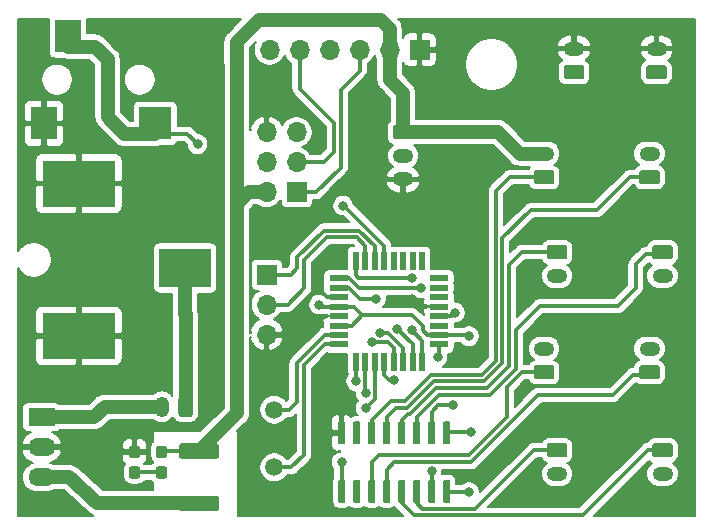
<source format=gbr>
G04 #@! TF.GenerationSoftware,KiCad,Pcbnew,5.1.5-52549c5~84~ubuntu18.04.1*
G04 #@! TF.CreationDate,2020-03-09T21:44:41-04:00*
G04 #@! TF.ProjectId,landfill_board_rev4,6c616e64-6669-46c6-9c5f-626f6172645f,rev?*
G04 #@! TF.SameCoordinates,Original*
G04 #@! TF.FileFunction,Copper,L1,Top*
G04 #@! TF.FilePolarity,Positive*
%FSLAX46Y46*%
G04 Gerber Fmt 4.6, Leading zero omitted, Abs format (unit mm)*
G04 Created by KiCad (PCBNEW 5.1.5-52549c5~84~ubuntu18.04.1) date 2020-03-09 21:44:41*
%MOMM*%
%LPD*%
G04 APERTURE LIST*
%ADD10O,1.700000X1.700000*%
%ADD11R,1.700000X1.700000*%
%ADD12O,1.200000X1.750000*%
%ADD13C,0.100000*%
%ADD14O,2.300000X1.500000*%
%ADD15R,2.300000X1.500000*%
%ADD16R,0.550000X1.600000*%
%ADD17R,1.600000X0.550000*%
%ADD18O,1.750000X1.200000*%
%ADD19R,2.800000X2.800000*%
%ADD20R,2.200000X2.800000*%
%ADD21C,1.500000*%
%ADD22R,6.200000X3.900000*%
%ADD23R,4.400000X3.300000*%
%ADD24C,0.800000*%
%ADD25C,0.360000*%
%ADD26C,1.200000*%
%ADD27C,0.200000*%
G04 APERTURE END LIST*
D10*
X120650000Y-62865000D03*
X120650000Y-60325000D03*
D11*
X120650000Y-57785000D03*
D12*
X111792000Y-68961000D03*
G04 #@! TA.AperFunction,ComponentPad*
D13*
G36*
X114166505Y-68087204D02*
G01*
X114190773Y-68090804D01*
X114214572Y-68096765D01*
X114237671Y-68105030D01*
X114259850Y-68115520D01*
X114280893Y-68128132D01*
X114300599Y-68142747D01*
X114318777Y-68159223D01*
X114335253Y-68177401D01*
X114349868Y-68197107D01*
X114362480Y-68218150D01*
X114372970Y-68240329D01*
X114381235Y-68263428D01*
X114387196Y-68287227D01*
X114390796Y-68311495D01*
X114392000Y-68335999D01*
X114392000Y-69586001D01*
X114390796Y-69610505D01*
X114387196Y-69634773D01*
X114381235Y-69658572D01*
X114372970Y-69681671D01*
X114362480Y-69703850D01*
X114349868Y-69724893D01*
X114335253Y-69744599D01*
X114318777Y-69762777D01*
X114300599Y-69779253D01*
X114280893Y-69793868D01*
X114259850Y-69806480D01*
X114237671Y-69816970D01*
X114214572Y-69825235D01*
X114190773Y-69831196D01*
X114166505Y-69834796D01*
X114142001Y-69836000D01*
X113441999Y-69836000D01*
X113417495Y-69834796D01*
X113393227Y-69831196D01*
X113369428Y-69825235D01*
X113346329Y-69816970D01*
X113324150Y-69806480D01*
X113303107Y-69793868D01*
X113283401Y-69779253D01*
X113265223Y-69762777D01*
X113248747Y-69744599D01*
X113234132Y-69724893D01*
X113221520Y-69703850D01*
X113211030Y-69681671D01*
X113202765Y-69658572D01*
X113196804Y-69634773D01*
X113193204Y-69610505D01*
X113192000Y-69586001D01*
X113192000Y-68335999D01*
X113193204Y-68311495D01*
X113196804Y-68287227D01*
X113202765Y-68263428D01*
X113211030Y-68240329D01*
X113221520Y-68218150D01*
X113234132Y-68197107D01*
X113248747Y-68177401D01*
X113265223Y-68159223D01*
X113283401Y-68142747D01*
X113303107Y-68128132D01*
X113324150Y-68115520D01*
X113346329Y-68105030D01*
X113369428Y-68096765D01*
X113393227Y-68090804D01*
X113417495Y-68087204D01*
X113441999Y-68086000D01*
X114142001Y-68086000D01*
X114166505Y-68087204D01*
G37*
G04 #@! TD.AperFunction*
D14*
X101600000Y-74930000D03*
X101600000Y-72390000D03*
D15*
X101600000Y-69850000D03*
D16*
X128205000Y-56640000D03*
X129005000Y-56640000D03*
X129805000Y-56640000D03*
X130605000Y-56640000D03*
X131405000Y-56640000D03*
X132205000Y-56640000D03*
X133005000Y-56640000D03*
X133805000Y-56640000D03*
D17*
X135255000Y-58090000D03*
X135255000Y-58890000D03*
X135255000Y-59690000D03*
X135255000Y-60490000D03*
X135255000Y-61290000D03*
X135255000Y-62090000D03*
X135255000Y-62890000D03*
X135255000Y-63690000D03*
D16*
X133805000Y-65140000D03*
X133005000Y-65140000D03*
X132205000Y-65140000D03*
X131405000Y-65140000D03*
X130605000Y-65140000D03*
X129805000Y-65140000D03*
X129005000Y-65140000D03*
X128205000Y-65140000D03*
D17*
X126755000Y-63690000D03*
X126755000Y-62890000D03*
X126755000Y-62090000D03*
X126755000Y-61290000D03*
X126755000Y-60490000D03*
X126755000Y-59690000D03*
X126755000Y-58890000D03*
X126755000Y-58090000D03*
D18*
X144145000Y-64040000D03*
G04 #@! TA.AperFunction,ComponentPad*
D13*
G36*
X144794505Y-65441204D02*
G01*
X144818773Y-65444804D01*
X144842572Y-65450765D01*
X144865671Y-65459030D01*
X144887850Y-65469520D01*
X144908893Y-65482132D01*
X144928599Y-65496747D01*
X144946777Y-65513223D01*
X144963253Y-65531401D01*
X144977868Y-65551107D01*
X144990480Y-65572150D01*
X145000970Y-65594329D01*
X145009235Y-65617428D01*
X145015196Y-65641227D01*
X145018796Y-65665495D01*
X145020000Y-65689999D01*
X145020000Y-66390001D01*
X145018796Y-66414505D01*
X145015196Y-66438773D01*
X145009235Y-66462572D01*
X145000970Y-66485671D01*
X144990480Y-66507850D01*
X144977868Y-66528893D01*
X144963253Y-66548599D01*
X144946777Y-66566777D01*
X144928599Y-66583253D01*
X144908893Y-66597868D01*
X144887850Y-66610480D01*
X144865671Y-66620970D01*
X144842572Y-66629235D01*
X144818773Y-66635196D01*
X144794505Y-66638796D01*
X144770001Y-66640000D01*
X143519999Y-66640000D01*
X143495495Y-66638796D01*
X143471227Y-66635196D01*
X143447428Y-66629235D01*
X143424329Y-66620970D01*
X143402150Y-66610480D01*
X143381107Y-66597868D01*
X143361401Y-66583253D01*
X143343223Y-66566777D01*
X143326747Y-66548599D01*
X143312132Y-66528893D01*
X143299520Y-66507850D01*
X143289030Y-66485671D01*
X143280765Y-66462572D01*
X143274804Y-66438773D01*
X143271204Y-66414505D01*
X143270000Y-66390001D01*
X143270000Y-65689999D01*
X143271204Y-65665495D01*
X143274804Y-65641227D01*
X143280765Y-65617428D01*
X143289030Y-65594329D01*
X143299520Y-65572150D01*
X143312132Y-65551107D01*
X143326747Y-65531401D01*
X143343223Y-65513223D01*
X143361401Y-65496747D01*
X143381107Y-65482132D01*
X143402150Y-65469520D01*
X143424329Y-65459030D01*
X143447428Y-65450765D01*
X143471227Y-65444804D01*
X143495495Y-65441204D01*
X143519999Y-65440000D01*
X144770001Y-65440000D01*
X144794505Y-65441204D01*
G37*
G04 #@! TD.AperFunction*
D18*
X153078000Y-64040000D03*
G04 #@! TA.AperFunction,ComponentPad*
D13*
G36*
X153727505Y-65441204D02*
G01*
X153751773Y-65444804D01*
X153775572Y-65450765D01*
X153798671Y-65459030D01*
X153820850Y-65469520D01*
X153841893Y-65482132D01*
X153861599Y-65496747D01*
X153879777Y-65513223D01*
X153896253Y-65531401D01*
X153910868Y-65551107D01*
X153923480Y-65572150D01*
X153933970Y-65594329D01*
X153942235Y-65617428D01*
X153948196Y-65641227D01*
X153951796Y-65665495D01*
X153953000Y-65689999D01*
X153953000Y-66390001D01*
X153951796Y-66414505D01*
X153948196Y-66438773D01*
X153942235Y-66462572D01*
X153933970Y-66485671D01*
X153923480Y-66507850D01*
X153910868Y-66528893D01*
X153896253Y-66548599D01*
X153879777Y-66566777D01*
X153861599Y-66583253D01*
X153841893Y-66597868D01*
X153820850Y-66610480D01*
X153798671Y-66620970D01*
X153775572Y-66629235D01*
X153751773Y-66635196D01*
X153727505Y-66638796D01*
X153703001Y-66640000D01*
X152452999Y-66640000D01*
X152428495Y-66638796D01*
X152404227Y-66635196D01*
X152380428Y-66629235D01*
X152357329Y-66620970D01*
X152335150Y-66610480D01*
X152314107Y-66597868D01*
X152294401Y-66583253D01*
X152276223Y-66566777D01*
X152259747Y-66548599D01*
X152245132Y-66528893D01*
X152232520Y-66507850D01*
X152222030Y-66485671D01*
X152213765Y-66462572D01*
X152207804Y-66438773D01*
X152204204Y-66414505D01*
X152203000Y-66390001D01*
X152203000Y-65689999D01*
X152204204Y-65665495D01*
X152207804Y-65641227D01*
X152213765Y-65617428D01*
X152222030Y-65594329D01*
X152232520Y-65572150D01*
X152245132Y-65551107D01*
X152259747Y-65531401D01*
X152276223Y-65513223D01*
X152294401Y-65496747D01*
X152314107Y-65482132D01*
X152335150Y-65469520D01*
X152357329Y-65459030D01*
X152380428Y-65450765D01*
X152404227Y-65444804D01*
X152428495Y-65441204D01*
X152452999Y-65440000D01*
X153703001Y-65440000D01*
X153727505Y-65441204D01*
G37*
G04 #@! TD.AperFunction*
D18*
X154178000Y-74644000D03*
G04 #@! TA.AperFunction,ComponentPad*
D13*
G36*
X154827505Y-72045204D02*
G01*
X154851773Y-72048804D01*
X154875572Y-72054765D01*
X154898671Y-72063030D01*
X154920850Y-72073520D01*
X154941893Y-72086132D01*
X154961599Y-72100747D01*
X154979777Y-72117223D01*
X154996253Y-72135401D01*
X155010868Y-72155107D01*
X155023480Y-72176150D01*
X155033970Y-72198329D01*
X155042235Y-72221428D01*
X155048196Y-72245227D01*
X155051796Y-72269495D01*
X155053000Y-72293999D01*
X155053000Y-72994001D01*
X155051796Y-73018505D01*
X155048196Y-73042773D01*
X155042235Y-73066572D01*
X155033970Y-73089671D01*
X155023480Y-73111850D01*
X155010868Y-73132893D01*
X154996253Y-73152599D01*
X154979777Y-73170777D01*
X154961599Y-73187253D01*
X154941893Y-73201868D01*
X154920850Y-73214480D01*
X154898671Y-73224970D01*
X154875572Y-73233235D01*
X154851773Y-73239196D01*
X154827505Y-73242796D01*
X154803001Y-73244000D01*
X153552999Y-73244000D01*
X153528495Y-73242796D01*
X153504227Y-73239196D01*
X153480428Y-73233235D01*
X153457329Y-73224970D01*
X153435150Y-73214480D01*
X153414107Y-73201868D01*
X153394401Y-73187253D01*
X153376223Y-73170777D01*
X153359747Y-73152599D01*
X153345132Y-73132893D01*
X153332520Y-73111850D01*
X153322030Y-73089671D01*
X153313765Y-73066572D01*
X153307804Y-73042773D01*
X153304204Y-73018505D01*
X153303000Y-72994001D01*
X153303000Y-72293999D01*
X153304204Y-72269495D01*
X153307804Y-72245227D01*
X153313765Y-72221428D01*
X153322030Y-72198329D01*
X153332520Y-72176150D01*
X153345132Y-72155107D01*
X153359747Y-72135401D01*
X153376223Y-72117223D01*
X153394401Y-72100747D01*
X153414107Y-72086132D01*
X153435150Y-72073520D01*
X153457329Y-72063030D01*
X153480428Y-72054765D01*
X153504227Y-72048804D01*
X153528495Y-72045204D01*
X153552999Y-72044000D01*
X154803001Y-72044000D01*
X154827505Y-72045204D01*
G37*
G04 #@! TD.AperFunction*
D18*
X145245000Y-74644000D03*
G04 #@! TA.AperFunction,ComponentPad*
D13*
G36*
X145894505Y-72045204D02*
G01*
X145918773Y-72048804D01*
X145942572Y-72054765D01*
X145965671Y-72063030D01*
X145987850Y-72073520D01*
X146008893Y-72086132D01*
X146028599Y-72100747D01*
X146046777Y-72117223D01*
X146063253Y-72135401D01*
X146077868Y-72155107D01*
X146090480Y-72176150D01*
X146100970Y-72198329D01*
X146109235Y-72221428D01*
X146115196Y-72245227D01*
X146118796Y-72269495D01*
X146120000Y-72293999D01*
X146120000Y-72994001D01*
X146118796Y-73018505D01*
X146115196Y-73042773D01*
X146109235Y-73066572D01*
X146100970Y-73089671D01*
X146090480Y-73111850D01*
X146077868Y-73132893D01*
X146063253Y-73152599D01*
X146046777Y-73170777D01*
X146028599Y-73187253D01*
X146008893Y-73201868D01*
X145987850Y-73214480D01*
X145965671Y-73224970D01*
X145942572Y-73233235D01*
X145918773Y-73239196D01*
X145894505Y-73242796D01*
X145870001Y-73244000D01*
X144619999Y-73244000D01*
X144595495Y-73242796D01*
X144571227Y-73239196D01*
X144547428Y-73233235D01*
X144524329Y-73224970D01*
X144502150Y-73214480D01*
X144481107Y-73201868D01*
X144461401Y-73187253D01*
X144443223Y-73170777D01*
X144426747Y-73152599D01*
X144412132Y-73132893D01*
X144399520Y-73111850D01*
X144389030Y-73089671D01*
X144380765Y-73066572D01*
X144374804Y-73042773D01*
X144371204Y-73018505D01*
X144370000Y-72994001D01*
X144370000Y-72293999D01*
X144371204Y-72269495D01*
X144374804Y-72245227D01*
X144380765Y-72221428D01*
X144389030Y-72198329D01*
X144399520Y-72176150D01*
X144412132Y-72155107D01*
X144426747Y-72135401D01*
X144443223Y-72117223D01*
X144461401Y-72100747D01*
X144481107Y-72086132D01*
X144502150Y-72073520D01*
X144524329Y-72063030D01*
X144547428Y-72054765D01*
X144571227Y-72048804D01*
X144595495Y-72045204D01*
X144619999Y-72044000D01*
X145870001Y-72044000D01*
X145894505Y-72045204D01*
G37*
G04 #@! TD.AperFunction*
D18*
X154178000Y-57880000D03*
G04 #@! TA.AperFunction,ComponentPad*
D13*
G36*
X154827505Y-55281204D02*
G01*
X154851773Y-55284804D01*
X154875572Y-55290765D01*
X154898671Y-55299030D01*
X154920850Y-55309520D01*
X154941893Y-55322132D01*
X154961599Y-55336747D01*
X154979777Y-55353223D01*
X154996253Y-55371401D01*
X155010868Y-55391107D01*
X155023480Y-55412150D01*
X155033970Y-55434329D01*
X155042235Y-55457428D01*
X155048196Y-55481227D01*
X155051796Y-55505495D01*
X155053000Y-55529999D01*
X155053000Y-56230001D01*
X155051796Y-56254505D01*
X155048196Y-56278773D01*
X155042235Y-56302572D01*
X155033970Y-56325671D01*
X155023480Y-56347850D01*
X155010868Y-56368893D01*
X154996253Y-56388599D01*
X154979777Y-56406777D01*
X154961599Y-56423253D01*
X154941893Y-56437868D01*
X154920850Y-56450480D01*
X154898671Y-56460970D01*
X154875572Y-56469235D01*
X154851773Y-56475196D01*
X154827505Y-56478796D01*
X154803001Y-56480000D01*
X153552999Y-56480000D01*
X153528495Y-56478796D01*
X153504227Y-56475196D01*
X153480428Y-56469235D01*
X153457329Y-56460970D01*
X153435150Y-56450480D01*
X153414107Y-56437868D01*
X153394401Y-56423253D01*
X153376223Y-56406777D01*
X153359747Y-56388599D01*
X153345132Y-56368893D01*
X153332520Y-56347850D01*
X153322030Y-56325671D01*
X153313765Y-56302572D01*
X153307804Y-56278773D01*
X153304204Y-56254505D01*
X153303000Y-56230001D01*
X153303000Y-55529999D01*
X153304204Y-55505495D01*
X153307804Y-55481227D01*
X153313765Y-55457428D01*
X153322030Y-55434329D01*
X153332520Y-55412150D01*
X153345132Y-55391107D01*
X153359747Y-55371401D01*
X153376223Y-55353223D01*
X153394401Y-55336747D01*
X153414107Y-55322132D01*
X153435150Y-55309520D01*
X153457329Y-55299030D01*
X153480428Y-55290765D01*
X153504227Y-55284804D01*
X153528495Y-55281204D01*
X153552999Y-55280000D01*
X154803001Y-55280000D01*
X154827505Y-55281204D01*
G37*
G04 #@! TD.AperFunction*
D18*
X145245000Y-57880000D03*
G04 #@! TA.AperFunction,ComponentPad*
D13*
G36*
X145894505Y-55281204D02*
G01*
X145918773Y-55284804D01*
X145942572Y-55290765D01*
X145965671Y-55299030D01*
X145987850Y-55309520D01*
X146008893Y-55322132D01*
X146028599Y-55336747D01*
X146046777Y-55353223D01*
X146063253Y-55371401D01*
X146077868Y-55391107D01*
X146090480Y-55412150D01*
X146100970Y-55434329D01*
X146109235Y-55457428D01*
X146115196Y-55481227D01*
X146118796Y-55505495D01*
X146120000Y-55529999D01*
X146120000Y-56230001D01*
X146118796Y-56254505D01*
X146115196Y-56278773D01*
X146109235Y-56302572D01*
X146100970Y-56325671D01*
X146090480Y-56347850D01*
X146077868Y-56368893D01*
X146063253Y-56388599D01*
X146046777Y-56406777D01*
X146028599Y-56423253D01*
X146008893Y-56437868D01*
X145987850Y-56450480D01*
X145965671Y-56460970D01*
X145942572Y-56469235D01*
X145918773Y-56475196D01*
X145894505Y-56478796D01*
X145870001Y-56480000D01*
X144619999Y-56480000D01*
X144595495Y-56478796D01*
X144571227Y-56475196D01*
X144547428Y-56469235D01*
X144524329Y-56460970D01*
X144502150Y-56450480D01*
X144481107Y-56437868D01*
X144461401Y-56423253D01*
X144443223Y-56406777D01*
X144426747Y-56388599D01*
X144412132Y-56368893D01*
X144399520Y-56347850D01*
X144389030Y-56325671D01*
X144380765Y-56302572D01*
X144374804Y-56278773D01*
X144371204Y-56254505D01*
X144370000Y-56230001D01*
X144370000Y-55529999D01*
X144371204Y-55505495D01*
X144374804Y-55481227D01*
X144380765Y-55457428D01*
X144389030Y-55434329D01*
X144399520Y-55412150D01*
X144412132Y-55391107D01*
X144426747Y-55371401D01*
X144443223Y-55353223D01*
X144461401Y-55336747D01*
X144481107Y-55322132D01*
X144502150Y-55309520D01*
X144524329Y-55299030D01*
X144547428Y-55290765D01*
X144571227Y-55284804D01*
X144595495Y-55281204D01*
X144619999Y-55280000D01*
X145870001Y-55280000D01*
X145894505Y-55281204D01*
G37*
G04 #@! TD.AperFunction*
D18*
X153078000Y-47530000D03*
G04 #@! TA.AperFunction,ComponentPad*
D13*
G36*
X153727505Y-48931204D02*
G01*
X153751773Y-48934804D01*
X153775572Y-48940765D01*
X153798671Y-48949030D01*
X153820850Y-48959520D01*
X153841893Y-48972132D01*
X153861599Y-48986747D01*
X153879777Y-49003223D01*
X153896253Y-49021401D01*
X153910868Y-49041107D01*
X153923480Y-49062150D01*
X153933970Y-49084329D01*
X153942235Y-49107428D01*
X153948196Y-49131227D01*
X153951796Y-49155495D01*
X153953000Y-49179999D01*
X153953000Y-49880001D01*
X153951796Y-49904505D01*
X153948196Y-49928773D01*
X153942235Y-49952572D01*
X153933970Y-49975671D01*
X153923480Y-49997850D01*
X153910868Y-50018893D01*
X153896253Y-50038599D01*
X153879777Y-50056777D01*
X153861599Y-50073253D01*
X153841893Y-50087868D01*
X153820850Y-50100480D01*
X153798671Y-50110970D01*
X153775572Y-50119235D01*
X153751773Y-50125196D01*
X153727505Y-50128796D01*
X153703001Y-50130000D01*
X152452999Y-50130000D01*
X152428495Y-50128796D01*
X152404227Y-50125196D01*
X152380428Y-50119235D01*
X152357329Y-50110970D01*
X152335150Y-50100480D01*
X152314107Y-50087868D01*
X152294401Y-50073253D01*
X152276223Y-50056777D01*
X152259747Y-50038599D01*
X152245132Y-50018893D01*
X152232520Y-49997850D01*
X152222030Y-49975671D01*
X152213765Y-49952572D01*
X152207804Y-49928773D01*
X152204204Y-49904505D01*
X152203000Y-49880001D01*
X152203000Y-49179999D01*
X152204204Y-49155495D01*
X152207804Y-49131227D01*
X152213765Y-49107428D01*
X152222030Y-49084329D01*
X152232520Y-49062150D01*
X152245132Y-49041107D01*
X152259747Y-49021401D01*
X152276223Y-49003223D01*
X152294401Y-48986747D01*
X152314107Y-48972132D01*
X152335150Y-48959520D01*
X152357329Y-48949030D01*
X152380428Y-48940765D01*
X152404227Y-48934804D01*
X152428495Y-48931204D01*
X152452999Y-48930000D01*
X153703001Y-48930000D01*
X153727505Y-48931204D01*
G37*
G04 #@! TD.AperFunction*
D18*
X144145000Y-47530000D03*
G04 #@! TA.AperFunction,ComponentPad*
D13*
G36*
X144794505Y-48931204D02*
G01*
X144818773Y-48934804D01*
X144842572Y-48940765D01*
X144865671Y-48949030D01*
X144887850Y-48959520D01*
X144908893Y-48972132D01*
X144928599Y-48986747D01*
X144946777Y-49003223D01*
X144963253Y-49021401D01*
X144977868Y-49041107D01*
X144990480Y-49062150D01*
X145000970Y-49084329D01*
X145009235Y-49107428D01*
X145015196Y-49131227D01*
X145018796Y-49155495D01*
X145020000Y-49179999D01*
X145020000Y-49880001D01*
X145018796Y-49904505D01*
X145015196Y-49928773D01*
X145009235Y-49952572D01*
X145000970Y-49975671D01*
X144990480Y-49997850D01*
X144977868Y-50018893D01*
X144963253Y-50038599D01*
X144946777Y-50056777D01*
X144928599Y-50073253D01*
X144908893Y-50087868D01*
X144887850Y-50100480D01*
X144865671Y-50110970D01*
X144842572Y-50119235D01*
X144818773Y-50125196D01*
X144794505Y-50128796D01*
X144770001Y-50130000D01*
X143519999Y-50130000D01*
X143495495Y-50128796D01*
X143471227Y-50125196D01*
X143447428Y-50119235D01*
X143424329Y-50110970D01*
X143402150Y-50100480D01*
X143381107Y-50087868D01*
X143361401Y-50073253D01*
X143343223Y-50056777D01*
X143326747Y-50038599D01*
X143312132Y-50018893D01*
X143299520Y-49997850D01*
X143289030Y-49975671D01*
X143280765Y-49952572D01*
X143274804Y-49928773D01*
X143271204Y-49904505D01*
X143270000Y-49880001D01*
X143270000Y-49179999D01*
X143271204Y-49155495D01*
X143274804Y-49131227D01*
X143280765Y-49107428D01*
X143289030Y-49084329D01*
X143299520Y-49062150D01*
X143312132Y-49041107D01*
X143326747Y-49021401D01*
X143343223Y-49003223D01*
X143361401Y-48986747D01*
X143381107Y-48972132D01*
X143402150Y-48959520D01*
X143424329Y-48949030D01*
X143447428Y-48940765D01*
X143471227Y-48934804D01*
X143495495Y-48931204D01*
X143519999Y-48930000D01*
X144770001Y-48930000D01*
X144794505Y-48931204D01*
G37*
G04 #@! TD.AperFunction*
D18*
X132207000Y-49720000D03*
X132207000Y-47720000D03*
G04 #@! TA.AperFunction,ComponentPad*
D13*
G36*
X132856505Y-45121204D02*
G01*
X132880773Y-45124804D01*
X132904572Y-45130765D01*
X132927671Y-45139030D01*
X132949850Y-45149520D01*
X132970893Y-45162132D01*
X132990599Y-45176747D01*
X133008777Y-45193223D01*
X133025253Y-45211401D01*
X133039868Y-45231107D01*
X133052480Y-45252150D01*
X133062970Y-45274329D01*
X133071235Y-45297428D01*
X133077196Y-45321227D01*
X133080796Y-45345495D01*
X133082000Y-45369999D01*
X133082000Y-46070001D01*
X133080796Y-46094505D01*
X133077196Y-46118773D01*
X133071235Y-46142572D01*
X133062970Y-46165671D01*
X133052480Y-46187850D01*
X133039868Y-46208893D01*
X133025253Y-46228599D01*
X133008777Y-46246777D01*
X132990599Y-46263253D01*
X132970893Y-46277868D01*
X132949850Y-46290480D01*
X132927671Y-46300970D01*
X132904572Y-46309235D01*
X132880773Y-46315196D01*
X132856505Y-46318796D01*
X132832001Y-46320000D01*
X131581999Y-46320000D01*
X131557495Y-46318796D01*
X131533227Y-46315196D01*
X131509428Y-46309235D01*
X131486329Y-46300970D01*
X131464150Y-46290480D01*
X131443107Y-46277868D01*
X131423401Y-46263253D01*
X131405223Y-46246777D01*
X131388747Y-46228599D01*
X131374132Y-46208893D01*
X131361520Y-46187850D01*
X131351030Y-46165671D01*
X131342765Y-46142572D01*
X131336804Y-46118773D01*
X131333204Y-46094505D01*
X131332000Y-46070001D01*
X131332000Y-45369999D01*
X131333204Y-45345495D01*
X131336804Y-45321227D01*
X131342765Y-45297428D01*
X131351030Y-45274329D01*
X131361520Y-45252150D01*
X131374132Y-45231107D01*
X131388747Y-45211401D01*
X131405223Y-45193223D01*
X131423401Y-45176747D01*
X131443107Y-45162132D01*
X131464150Y-45149520D01*
X131486329Y-45139030D01*
X131509428Y-45130765D01*
X131533227Y-45124804D01*
X131557495Y-45121204D01*
X131581999Y-45120000D01*
X132832001Y-45120000D01*
X132856505Y-45121204D01*
G37*
G04 #@! TD.AperFunction*
D18*
X153670000Y-38640000D03*
G04 #@! TA.AperFunction,ComponentPad*
D13*
G36*
X154319505Y-40041204D02*
G01*
X154343773Y-40044804D01*
X154367572Y-40050765D01*
X154390671Y-40059030D01*
X154412850Y-40069520D01*
X154433893Y-40082132D01*
X154453599Y-40096747D01*
X154471777Y-40113223D01*
X154488253Y-40131401D01*
X154502868Y-40151107D01*
X154515480Y-40172150D01*
X154525970Y-40194329D01*
X154534235Y-40217428D01*
X154540196Y-40241227D01*
X154543796Y-40265495D01*
X154545000Y-40289999D01*
X154545000Y-40990001D01*
X154543796Y-41014505D01*
X154540196Y-41038773D01*
X154534235Y-41062572D01*
X154525970Y-41085671D01*
X154515480Y-41107850D01*
X154502868Y-41128893D01*
X154488253Y-41148599D01*
X154471777Y-41166777D01*
X154453599Y-41183253D01*
X154433893Y-41197868D01*
X154412850Y-41210480D01*
X154390671Y-41220970D01*
X154367572Y-41229235D01*
X154343773Y-41235196D01*
X154319505Y-41238796D01*
X154295001Y-41240000D01*
X153044999Y-41240000D01*
X153020495Y-41238796D01*
X152996227Y-41235196D01*
X152972428Y-41229235D01*
X152949329Y-41220970D01*
X152927150Y-41210480D01*
X152906107Y-41197868D01*
X152886401Y-41183253D01*
X152868223Y-41166777D01*
X152851747Y-41148599D01*
X152837132Y-41128893D01*
X152824520Y-41107850D01*
X152814030Y-41085671D01*
X152805765Y-41062572D01*
X152799804Y-41038773D01*
X152796204Y-41014505D01*
X152795000Y-40990001D01*
X152795000Y-40289999D01*
X152796204Y-40265495D01*
X152799804Y-40241227D01*
X152805765Y-40217428D01*
X152814030Y-40194329D01*
X152824520Y-40172150D01*
X152837132Y-40151107D01*
X152851747Y-40131401D01*
X152868223Y-40113223D01*
X152886401Y-40096747D01*
X152906107Y-40082132D01*
X152927150Y-40069520D01*
X152949329Y-40059030D01*
X152972428Y-40050765D01*
X152996227Y-40044804D01*
X153020495Y-40041204D01*
X153044999Y-40040000D01*
X154295001Y-40040000D01*
X154319505Y-40041204D01*
G37*
G04 #@! TD.AperFunction*
D18*
X146685000Y-38640000D03*
G04 #@! TA.AperFunction,ComponentPad*
D13*
G36*
X147334505Y-40041204D02*
G01*
X147358773Y-40044804D01*
X147382572Y-40050765D01*
X147405671Y-40059030D01*
X147427850Y-40069520D01*
X147448893Y-40082132D01*
X147468599Y-40096747D01*
X147486777Y-40113223D01*
X147503253Y-40131401D01*
X147517868Y-40151107D01*
X147530480Y-40172150D01*
X147540970Y-40194329D01*
X147549235Y-40217428D01*
X147555196Y-40241227D01*
X147558796Y-40265495D01*
X147560000Y-40289999D01*
X147560000Y-40990001D01*
X147558796Y-41014505D01*
X147555196Y-41038773D01*
X147549235Y-41062572D01*
X147540970Y-41085671D01*
X147530480Y-41107850D01*
X147517868Y-41128893D01*
X147503253Y-41148599D01*
X147486777Y-41166777D01*
X147468599Y-41183253D01*
X147448893Y-41197868D01*
X147427850Y-41210480D01*
X147405671Y-41220970D01*
X147382572Y-41229235D01*
X147358773Y-41235196D01*
X147334505Y-41238796D01*
X147310001Y-41240000D01*
X146059999Y-41240000D01*
X146035495Y-41238796D01*
X146011227Y-41235196D01*
X145987428Y-41229235D01*
X145964329Y-41220970D01*
X145942150Y-41210480D01*
X145921107Y-41197868D01*
X145901401Y-41183253D01*
X145883223Y-41166777D01*
X145866747Y-41148599D01*
X145852132Y-41128893D01*
X145839520Y-41107850D01*
X145829030Y-41085671D01*
X145820765Y-41062572D01*
X145814804Y-41038773D01*
X145811204Y-41014505D01*
X145810000Y-40990001D01*
X145810000Y-40289999D01*
X145811204Y-40265495D01*
X145814804Y-40241227D01*
X145820765Y-40217428D01*
X145829030Y-40194329D01*
X145839520Y-40172150D01*
X145852132Y-40151107D01*
X145866747Y-40131401D01*
X145883223Y-40113223D01*
X145901401Y-40096747D01*
X145921107Y-40082132D01*
X145942150Y-40069520D01*
X145964329Y-40059030D01*
X145987428Y-40050765D01*
X146011227Y-40044804D01*
X146035495Y-40041204D01*
X146059999Y-40040000D01*
X147310001Y-40040000D01*
X147334505Y-40041204D01*
G37*
G04 #@! TD.AperFunction*
D19*
X111210000Y-44975000D03*
D20*
X101810000Y-44975000D03*
X103810000Y-37575000D03*
D21*
X121285000Y-74095000D03*
X121285000Y-69215000D03*
G04 #@! TA.AperFunction,SMDPad,CuDef*
D13*
G36*
X136054703Y-75160722D02*
G01*
X136069264Y-75162882D01*
X136083543Y-75166459D01*
X136097403Y-75171418D01*
X136110710Y-75177712D01*
X136123336Y-75185280D01*
X136135159Y-75194048D01*
X136146066Y-75203934D01*
X136155952Y-75214841D01*
X136164720Y-75226664D01*
X136172288Y-75239290D01*
X136178582Y-75252597D01*
X136183541Y-75266457D01*
X136187118Y-75280736D01*
X136189278Y-75295297D01*
X136190000Y-75310000D01*
X136190000Y-76960000D01*
X136189278Y-76974703D01*
X136187118Y-76989264D01*
X136183541Y-77003543D01*
X136178582Y-77017403D01*
X136172288Y-77030710D01*
X136164720Y-77043336D01*
X136155952Y-77055159D01*
X136146066Y-77066066D01*
X136135159Y-77075952D01*
X136123336Y-77084720D01*
X136110710Y-77092288D01*
X136097403Y-77098582D01*
X136083543Y-77103541D01*
X136069264Y-77107118D01*
X136054703Y-77109278D01*
X136040000Y-77110000D01*
X135740000Y-77110000D01*
X135725297Y-77109278D01*
X135710736Y-77107118D01*
X135696457Y-77103541D01*
X135682597Y-77098582D01*
X135669290Y-77092288D01*
X135656664Y-77084720D01*
X135644841Y-77075952D01*
X135633934Y-77066066D01*
X135624048Y-77055159D01*
X135615280Y-77043336D01*
X135607712Y-77030710D01*
X135601418Y-77017403D01*
X135596459Y-77003543D01*
X135592882Y-76989264D01*
X135590722Y-76974703D01*
X135590000Y-76960000D01*
X135590000Y-75310000D01*
X135590722Y-75295297D01*
X135592882Y-75280736D01*
X135596459Y-75266457D01*
X135601418Y-75252597D01*
X135607712Y-75239290D01*
X135615280Y-75226664D01*
X135624048Y-75214841D01*
X135633934Y-75203934D01*
X135644841Y-75194048D01*
X135656664Y-75185280D01*
X135669290Y-75177712D01*
X135682597Y-75171418D01*
X135696457Y-75166459D01*
X135710736Y-75162882D01*
X135725297Y-75160722D01*
X135740000Y-75160000D01*
X136040000Y-75160000D01*
X136054703Y-75160722D01*
G37*
G04 #@! TD.AperFunction*
G04 #@! TA.AperFunction,SMDPad,CuDef*
G36*
X134784703Y-75160722D02*
G01*
X134799264Y-75162882D01*
X134813543Y-75166459D01*
X134827403Y-75171418D01*
X134840710Y-75177712D01*
X134853336Y-75185280D01*
X134865159Y-75194048D01*
X134876066Y-75203934D01*
X134885952Y-75214841D01*
X134894720Y-75226664D01*
X134902288Y-75239290D01*
X134908582Y-75252597D01*
X134913541Y-75266457D01*
X134917118Y-75280736D01*
X134919278Y-75295297D01*
X134920000Y-75310000D01*
X134920000Y-76960000D01*
X134919278Y-76974703D01*
X134917118Y-76989264D01*
X134913541Y-77003543D01*
X134908582Y-77017403D01*
X134902288Y-77030710D01*
X134894720Y-77043336D01*
X134885952Y-77055159D01*
X134876066Y-77066066D01*
X134865159Y-77075952D01*
X134853336Y-77084720D01*
X134840710Y-77092288D01*
X134827403Y-77098582D01*
X134813543Y-77103541D01*
X134799264Y-77107118D01*
X134784703Y-77109278D01*
X134770000Y-77110000D01*
X134470000Y-77110000D01*
X134455297Y-77109278D01*
X134440736Y-77107118D01*
X134426457Y-77103541D01*
X134412597Y-77098582D01*
X134399290Y-77092288D01*
X134386664Y-77084720D01*
X134374841Y-77075952D01*
X134363934Y-77066066D01*
X134354048Y-77055159D01*
X134345280Y-77043336D01*
X134337712Y-77030710D01*
X134331418Y-77017403D01*
X134326459Y-77003543D01*
X134322882Y-76989264D01*
X134320722Y-76974703D01*
X134320000Y-76960000D01*
X134320000Y-75310000D01*
X134320722Y-75295297D01*
X134322882Y-75280736D01*
X134326459Y-75266457D01*
X134331418Y-75252597D01*
X134337712Y-75239290D01*
X134345280Y-75226664D01*
X134354048Y-75214841D01*
X134363934Y-75203934D01*
X134374841Y-75194048D01*
X134386664Y-75185280D01*
X134399290Y-75177712D01*
X134412597Y-75171418D01*
X134426457Y-75166459D01*
X134440736Y-75162882D01*
X134455297Y-75160722D01*
X134470000Y-75160000D01*
X134770000Y-75160000D01*
X134784703Y-75160722D01*
G37*
G04 #@! TD.AperFunction*
G04 #@! TA.AperFunction,SMDPad,CuDef*
G36*
X133514703Y-75160722D02*
G01*
X133529264Y-75162882D01*
X133543543Y-75166459D01*
X133557403Y-75171418D01*
X133570710Y-75177712D01*
X133583336Y-75185280D01*
X133595159Y-75194048D01*
X133606066Y-75203934D01*
X133615952Y-75214841D01*
X133624720Y-75226664D01*
X133632288Y-75239290D01*
X133638582Y-75252597D01*
X133643541Y-75266457D01*
X133647118Y-75280736D01*
X133649278Y-75295297D01*
X133650000Y-75310000D01*
X133650000Y-76960000D01*
X133649278Y-76974703D01*
X133647118Y-76989264D01*
X133643541Y-77003543D01*
X133638582Y-77017403D01*
X133632288Y-77030710D01*
X133624720Y-77043336D01*
X133615952Y-77055159D01*
X133606066Y-77066066D01*
X133595159Y-77075952D01*
X133583336Y-77084720D01*
X133570710Y-77092288D01*
X133557403Y-77098582D01*
X133543543Y-77103541D01*
X133529264Y-77107118D01*
X133514703Y-77109278D01*
X133500000Y-77110000D01*
X133200000Y-77110000D01*
X133185297Y-77109278D01*
X133170736Y-77107118D01*
X133156457Y-77103541D01*
X133142597Y-77098582D01*
X133129290Y-77092288D01*
X133116664Y-77084720D01*
X133104841Y-77075952D01*
X133093934Y-77066066D01*
X133084048Y-77055159D01*
X133075280Y-77043336D01*
X133067712Y-77030710D01*
X133061418Y-77017403D01*
X133056459Y-77003543D01*
X133052882Y-76989264D01*
X133050722Y-76974703D01*
X133050000Y-76960000D01*
X133050000Y-75310000D01*
X133050722Y-75295297D01*
X133052882Y-75280736D01*
X133056459Y-75266457D01*
X133061418Y-75252597D01*
X133067712Y-75239290D01*
X133075280Y-75226664D01*
X133084048Y-75214841D01*
X133093934Y-75203934D01*
X133104841Y-75194048D01*
X133116664Y-75185280D01*
X133129290Y-75177712D01*
X133142597Y-75171418D01*
X133156457Y-75166459D01*
X133170736Y-75162882D01*
X133185297Y-75160722D01*
X133200000Y-75160000D01*
X133500000Y-75160000D01*
X133514703Y-75160722D01*
G37*
G04 #@! TD.AperFunction*
G04 #@! TA.AperFunction,SMDPad,CuDef*
G36*
X132244703Y-75160722D02*
G01*
X132259264Y-75162882D01*
X132273543Y-75166459D01*
X132287403Y-75171418D01*
X132300710Y-75177712D01*
X132313336Y-75185280D01*
X132325159Y-75194048D01*
X132336066Y-75203934D01*
X132345952Y-75214841D01*
X132354720Y-75226664D01*
X132362288Y-75239290D01*
X132368582Y-75252597D01*
X132373541Y-75266457D01*
X132377118Y-75280736D01*
X132379278Y-75295297D01*
X132380000Y-75310000D01*
X132380000Y-76960000D01*
X132379278Y-76974703D01*
X132377118Y-76989264D01*
X132373541Y-77003543D01*
X132368582Y-77017403D01*
X132362288Y-77030710D01*
X132354720Y-77043336D01*
X132345952Y-77055159D01*
X132336066Y-77066066D01*
X132325159Y-77075952D01*
X132313336Y-77084720D01*
X132300710Y-77092288D01*
X132287403Y-77098582D01*
X132273543Y-77103541D01*
X132259264Y-77107118D01*
X132244703Y-77109278D01*
X132230000Y-77110000D01*
X131930000Y-77110000D01*
X131915297Y-77109278D01*
X131900736Y-77107118D01*
X131886457Y-77103541D01*
X131872597Y-77098582D01*
X131859290Y-77092288D01*
X131846664Y-77084720D01*
X131834841Y-77075952D01*
X131823934Y-77066066D01*
X131814048Y-77055159D01*
X131805280Y-77043336D01*
X131797712Y-77030710D01*
X131791418Y-77017403D01*
X131786459Y-77003543D01*
X131782882Y-76989264D01*
X131780722Y-76974703D01*
X131780000Y-76960000D01*
X131780000Y-75310000D01*
X131780722Y-75295297D01*
X131782882Y-75280736D01*
X131786459Y-75266457D01*
X131791418Y-75252597D01*
X131797712Y-75239290D01*
X131805280Y-75226664D01*
X131814048Y-75214841D01*
X131823934Y-75203934D01*
X131834841Y-75194048D01*
X131846664Y-75185280D01*
X131859290Y-75177712D01*
X131872597Y-75171418D01*
X131886457Y-75166459D01*
X131900736Y-75162882D01*
X131915297Y-75160722D01*
X131930000Y-75160000D01*
X132230000Y-75160000D01*
X132244703Y-75160722D01*
G37*
G04 #@! TD.AperFunction*
G04 #@! TA.AperFunction,SMDPad,CuDef*
G36*
X130974703Y-75160722D02*
G01*
X130989264Y-75162882D01*
X131003543Y-75166459D01*
X131017403Y-75171418D01*
X131030710Y-75177712D01*
X131043336Y-75185280D01*
X131055159Y-75194048D01*
X131066066Y-75203934D01*
X131075952Y-75214841D01*
X131084720Y-75226664D01*
X131092288Y-75239290D01*
X131098582Y-75252597D01*
X131103541Y-75266457D01*
X131107118Y-75280736D01*
X131109278Y-75295297D01*
X131110000Y-75310000D01*
X131110000Y-76960000D01*
X131109278Y-76974703D01*
X131107118Y-76989264D01*
X131103541Y-77003543D01*
X131098582Y-77017403D01*
X131092288Y-77030710D01*
X131084720Y-77043336D01*
X131075952Y-77055159D01*
X131066066Y-77066066D01*
X131055159Y-77075952D01*
X131043336Y-77084720D01*
X131030710Y-77092288D01*
X131017403Y-77098582D01*
X131003543Y-77103541D01*
X130989264Y-77107118D01*
X130974703Y-77109278D01*
X130960000Y-77110000D01*
X130660000Y-77110000D01*
X130645297Y-77109278D01*
X130630736Y-77107118D01*
X130616457Y-77103541D01*
X130602597Y-77098582D01*
X130589290Y-77092288D01*
X130576664Y-77084720D01*
X130564841Y-77075952D01*
X130553934Y-77066066D01*
X130544048Y-77055159D01*
X130535280Y-77043336D01*
X130527712Y-77030710D01*
X130521418Y-77017403D01*
X130516459Y-77003543D01*
X130512882Y-76989264D01*
X130510722Y-76974703D01*
X130510000Y-76960000D01*
X130510000Y-75310000D01*
X130510722Y-75295297D01*
X130512882Y-75280736D01*
X130516459Y-75266457D01*
X130521418Y-75252597D01*
X130527712Y-75239290D01*
X130535280Y-75226664D01*
X130544048Y-75214841D01*
X130553934Y-75203934D01*
X130564841Y-75194048D01*
X130576664Y-75185280D01*
X130589290Y-75177712D01*
X130602597Y-75171418D01*
X130616457Y-75166459D01*
X130630736Y-75162882D01*
X130645297Y-75160722D01*
X130660000Y-75160000D01*
X130960000Y-75160000D01*
X130974703Y-75160722D01*
G37*
G04 #@! TD.AperFunction*
G04 #@! TA.AperFunction,SMDPad,CuDef*
G36*
X129704703Y-75160722D02*
G01*
X129719264Y-75162882D01*
X129733543Y-75166459D01*
X129747403Y-75171418D01*
X129760710Y-75177712D01*
X129773336Y-75185280D01*
X129785159Y-75194048D01*
X129796066Y-75203934D01*
X129805952Y-75214841D01*
X129814720Y-75226664D01*
X129822288Y-75239290D01*
X129828582Y-75252597D01*
X129833541Y-75266457D01*
X129837118Y-75280736D01*
X129839278Y-75295297D01*
X129840000Y-75310000D01*
X129840000Y-76960000D01*
X129839278Y-76974703D01*
X129837118Y-76989264D01*
X129833541Y-77003543D01*
X129828582Y-77017403D01*
X129822288Y-77030710D01*
X129814720Y-77043336D01*
X129805952Y-77055159D01*
X129796066Y-77066066D01*
X129785159Y-77075952D01*
X129773336Y-77084720D01*
X129760710Y-77092288D01*
X129747403Y-77098582D01*
X129733543Y-77103541D01*
X129719264Y-77107118D01*
X129704703Y-77109278D01*
X129690000Y-77110000D01*
X129390000Y-77110000D01*
X129375297Y-77109278D01*
X129360736Y-77107118D01*
X129346457Y-77103541D01*
X129332597Y-77098582D01*
X129319290Y-77092288D01*
X129306664Y-77084720D01*
X129294841Y-77075952D01*
X129283934Y-77066066D01*
X129274048Y-77055159D01*
X129265280Y-77043336D01*
X129257712Y-77030710D01*
X129251418Y-77017403D01*
X129246459Y-77003543D01*
X129242882Y-76989264D01*
X129240722Y-76974703D01*
X129240000Y-76960000D01*
X129240000Y-75310000D01*
X129240722Y-75295297D01*
X129242882Y-75280736D01*
X129246459Y-75266457D01*
X129251418Y-75252597D01*
X129257712Y-75239290D01*
X129265280Y-75226664D01*
X129274048Y-75214841D01*
X129283934Y-75203934D01*
X129294841Y-75194048D01*
X129306664Y-75185280D01*
X129319290Y-75177712D01*
X129332597Y-75171418D01*
X129346457Y-75166459D01*
X129360736Y-75162882D01*
X129375297Y-75160722D01*
X129390000Y-75160000D01*
X129690000Y-75160000D01*
X129704703Y-75160722D01*
G37*
G04 #@! TD.AperFunction*
G04 #@! TA.AperFunction,SMDPad,CuDef*
G36*
X128434703Y-75160722D02*
G01*
X128449264Y-75162882D01*
X128463543Y-75166459D01*
X128477403Y-75171418D01*
X128490710Y-75177712D01*
X128503336Y-75185280D01*
X128515159Y-75194048D01*
X128526066Y-75203934D01*
X128535952Y-75214841D01*
X128544720Y-75226664D01*
X128552288Y-75239290D01*
X128558582Y-75252597D01*
X128563541Y-75266457D01*
X128567118Y-75280736D01*
X128569278Y-75295297D01*
X128570000Y-75310000D01*
X128570000Y-76960000D01*
X128569278Y-76974703D01*
X128567118Y-76989264D01*
X128563541Y-77003543D01*
X128558582Y-77017403D01*
X128552288Y-77030710D01*
X128544720Y-77043336D01*
X128535952Y-77055159D01*
X128526066Y-77066066D01*
X128515159Y-77075952D01*
X128503336Y-77084720D01*
X128490710Y-77092288D01*
X128477403Y-77098582D01*
X128463543Y-77103541D01*
X128449264Y-77107118D01*
X128434703Y-77109278D01*
X128420000Y-77110000D01*
X128120000Y-77110000D01*
X128105297Y-77109278D01*
X128090736Y-77107118D01*
X128076457Y-77103541D01*
X128062597Y-77098582D01*
X128049290Y-77092288D01*
X128036664Y-77084720D01*
X128024841Y-77075952D01*
X128013934Y-77066066D01*
X128004048Y-77055159D01*
X127995280Y-77043336D01*
X127987712Y-77030710D01*
X127981418Y-77017403D01*
X127976459Y-77003543D01*
X127972882Y-76989264D01*
X127970722Y-76974703D01*
X127970000Y-76960000D01*
X127970000Y-75310000D01*
X127970722Y-75295297D01*
X127972882Y-75280736D01*
X127976459Y-75266457D01*
X127981418Y-75252597D01*
X127987712Y-75239290D01*
X127995280Y-75226664D01*
X128004048Y-75214841D01*
X128013934Y-75203934D01*
X128024841Y-75194048D01*
X128036664Y-75185280D01*
X128049290Y-75177712D01*
X128062597Y-75171418D01*
X128076457Y-75166459D01*
X128090736Y-75162882D01*
X128105297Y-75160722D01*
X128120000Y-75160000D01*
X128420000Y-75160000D01*
X128434703Y-75160722D01*
G37*
G04 #@! TD.AperFunction*
G04 #@! TA.AperFunction,SMDPad,CuDef*
G36*
X127164703Y-75160722D02*
G01*
X127179264Y-75162882D01*
X127193543Y-75166459D01*
X127207403Y-75171418D01*
X127220710Y-75177712D01*
X127233336Y-75185280D01*
X127245159Y-75194048D01*
X127256066Y-75203934D01*
X127265952Y-75214841D01*
X127274720Y-75226664D01*
X127282288Y-75239290D01*
X127288582Y-75252597D01*
X127293541Y-75266457D01*
X127297118Y-75280736D01*
X127299278Y-75295297D01*
X127300000Y-75310000D01*
X127300000Y-76960000D01*
X127299278Y-76974703D01*
X127297118Y-76989264D01*
X127293541Y-77003543D01*
X127288582Y-77017403D01*
X127282288Y-77030710D01*
X127274720Y-77043336D01*
X127265952Y-77055159D01*
X127256066Y-77066066D01*
X127245159Y-77075952D01*
X127233336Y-77084720D01*
X127220710Y-77092288D01*
X127207403Y-77098582D01*
X127193543Y-77103541D01*
X127179264Y-77107118D01*
X127164703Y-77109278D01*
X127150000Y-77110000D01*
X126850000Y-77110000D01*
X126835297Y-77109278D01*
X126820736Y-77107118D01*
X126806457Y-77103541D01*
X126792597Y-77098582D01*
X126779290Y-77092288D01*
X126766664Y-77084720D01*
X126754841Y-77075952D01*
X126743934Y-77066066D01*
X126734048Y-77055159D01*
X126725280Y-77043336D01*
X126717712Y-77030710D01*
X126711418Y-77017403D01*
X126706459Y-77003543D01*
X126702882Y-76989264D01*
X126700722Y-76974703D01*
X126700000Y-76960000D01*
X126700000Y-75310000D01*
X126700722Y-75295297D01*
X126702882Y-75280736D01*
X126706459Y-75266457D01*
X126711418Y-75252597D01*
X126717712Y-75239290D01*
X126725280Y-75226664D01*
X126734048Y-75214841D01*
X126743934Y-75203934D01*
X126754841Y-75194048D01*
X126766664Y-75185280D01*
X126779290Y-75177712D01*
X126792597Y-75171418D01*
X126806457Y-75166459D01*
X126820736Y-75162882D01*
X126835297Y-75160722D01*
X126850000Y-75160000D01*
X127150000Y-75160000D01*
X127164703Y-75160722D01*
G37*
G04 #@! TD.AperFunction*
G04 #@! TA.AperFunction,SMDPad,CuDef*
G36*
X127164703Y-70210722D02*
G01*
X127179264Y-70212882D01*
X127193543Y-70216459D01*
X127207403Y-70221418D01*
X127220710Y-70227712D01*
X127233336Y-70235280D01*
X127245159Y-70244048D01*
X127256066Y-70253934D01*
X127265952Y-70264841D01*
X127274720Y-70276664D01*
X127282288Y-70289290D01*
X127288582Y-70302597D01*
X127293541Y-70316457D01*
X127297118Y-70330736D01*
X127299278Y-70345297D01*
X127300000Y-70360000D01*
X127300000Y-72010000D01*
X127299278Y-72024703D01*
X127297118Y-72039264D01*
X127293541Y-72053543D01*
X127288582Y-72067403D01*
X127282288Y-72080710D01*
X127274720Y-72093336D01*
X127265952Y-72105159D01*
X127256066Y-72116066D01*
X127245159Y-72125952D01*
X127233336Y-72134720D01*
X127220710Y-72142288D01*
X127207403Y-72148582D01*
X127193543Y-72153541D01*
X127179264Y-72157118D01*
X127164703Y-72159278D01*
X127150000Y-72160000D01*
X126850000Y-72160000D01*
X126835297Y-72159278D01*
X126820736Y-72157118D01*
X126806457Y-72153541D01*
X126792597Y-72148582D01*
X126779290Y-72142288D01*
X126766664Y-72134720D01*
X126754841Y-72125952D01*
X126743934Y-72116066D01*
X126734048Y-72105159D01*
X126725280Y-72093336D01*
X126717712Y-72080710D01*
X126711418Y-72067403D01*
X126706459Y-72053543D01*
X126702882Y-72039264D01*
X126700722Y-72024703D01*
X126700000Y-72010000D01*
X126700000Y-70360000D01*
X126700722Y-70345297D01*
X126702882Y-70330736D01*
X126706459Y-70316457D01*
X126711418Y-70302597D01*
X126717712Y-70289290D01*
X126725280Y-70276664D01*
X126734048Y-70264841D01*
X126743934Y-70253934D01*
X126754841Y-70244048D01*
X126766664Y-70235280D01*
X126779290Y-70227712D01*
X126792597Y-70221418D01*
X126806457Y-70216459D01*
X126820736Y-70212882D01*
X126835297Y-70210722D01*
X126850000Y-70210000D01*
X127150000Y-70210000D01*
X127164703Y-70210722D01*
G37*
G04 #@! TD.AperFunction*
G04 #@! TA.AperFunction,SMDPad,CuDef*
G36*
X128434703Y-70210722D02*
G01*
X128449264Y-70212882D01*
X128463543Y-70216459D01*
X128477403Y-70221418D01*
X128490710Y-70227712D01*
X128503336Y-70235280D01*
X128515159Y-70244048D01*
X128526066Y-70253934D01*
X128535952Y-70264841D01*
X128544720Y-70276664D01*
X128552288Y-70289290D01*
X128558582Y-70302597D01*
X128563541Y-70316457D01*
X128567118Y-70330736D01*
X128569278Y-70345297D01*
X128570000Y-70360000D01*
X128570000Y-72010000D01*
X128569278Y-72024703D01*
X128567118Y-72039264D01*
X128563541Y-72053543D01*
X128558582Y-72067403D01*
X128552288Y-72080710D01*
X128544720Y-72093336D01*
X128535952Y-72105159D01*
X128526066Y-72116066D01*
X128515159Y-72125952D01*
X128503336Y-72134720D01*
X128490710Y-72142288D01*
X128477403Y-72148582D01*
X128463543Y-72153541D01*
X128449264Y-72157118D01*
X128434703Y-72159278D01*
X128420000Y-72160000D01*
X128120000Y-72160000D01*
X128105297Y-72159278D01*
X128090736Y-72157118D01*
X128076457Y-72153541D01*
X128062597Y-72148582D01*
X128049290Y-72142288D01*
X128036664Y-72134720D01*
X128024841Y-72125952D01*
X128013934Y-72116066D01*
X128004048Y-72105159D01*
X127995280Y-72093336D01*
X127987712Y-72080710D01*
X127981418Y-72067403D01*
X127976459Y-72053543D01*
X127972882Y-72039264D01*
X127970722Y-72024703D01*
X127970000Y-72010000D01*
X127970000Y-70360000D01*
X127970722Y-70345297D01*
X127972882Y-70330736D01*
X127976459Y-70316457D01*
X127981418Y-70302597D01*
X127987712Y-70289290D01*
X127995280Y-70276664D01*
X128004048Y-70264841D01*
X128013934Y-70253934D01*
X128024841Y-70244048D01*
X128036664Y-70235280D01*
X128049290Y-70227712D01*
X128062597Y-70221418D01*
X128076457Y-70216459D01*
X128090736Y-70212882D01*
X128105297Y-70210722D01*
X128120000Y-70210000D01*
X128420000Y-70210000D01*
X128434703Y-70210722D01*
G37*
G04 #@! TD.AperFunction*
G04 #@! TA.AperFunction,SMDPad,CuDef*
G36*
X129704703Y-70210722D02*
G01*
X129719264Y-70212882D01*
X129733543Y-70216459D01*
X129747403Y-70221418D01*
X129760710Y-70227712D01*
X129773336Y-70235280D01*
X129785159Y-70244048D01*
X129796066Y-70253934D01*
X129805952Y-70264841D01*
X129814720Y-70276664D01*
X129822288Y-70289290D01*
X129828582Y-70302597D01*
X129833541Y-70316457D01*
X129837118Y-70330736D01*
X129839278Y-70345297D01*
X129840000Y-70360000D01*
X129840000Y-72010000D01*
X129839278Y-72024703D01*
X129837118Y-72039264D01*
X129833541Y-72053543D01*
X129828582Y-72067403D01*
X129822288Y-72080710D01*
X129814720Y-72093336D01*
X129805952Y-72105159D01*
X129796066Y-72116066D01*
X129785159Y-72125952D01*
X129773336Y-72134720D01*
X129760710Y-72142288D01*
X129747403Y-72148582D01*
X129733543Y-72153541D01*
X129719264Y-72157118D01*
X129704703Y-72159278D01*
X129690000Y-72160000D01*
X129390000Y-72160000D01*
X129375297Y-72159278D01*
X129360736Y-72157118D01*
X129346457Y-72153541D01*
X129332597Y-72148582D01*
X129319290Y-72142288D01*
X129306664Y-72134720D01*
X129294841Y-72125952D01*
X129283934Y-72116066D01*
X129274048Y-72105159D01*
X129265280Y-72093336D01*
X129257712Y-72080710D01*
X129251418Y-72067403D01*
X129246459Y-72053543D01*
X129242882Y-72039264D01*
X129240722Y-72024703D01*
X129240000Y-72010000D01*
X129240000Y-70360000D01*
X129240722Y-70345297D01*
X129242882Y-70330736D01*
X129246459Y-70316457D01*
X129251418Y-70302597D01*
X129257712Y-70289290D01*
X129265280Y-70276664D01*
X129274048Y-70264841D01*
X129283934Y-70253934D01*
X129294841Y-70244048D01*
X129306664Y-70235280D01*
X129319290Y-70227712D01*
X129332597Y-70221418D01*
X129346457Y-70216459D01*
X129360736Y-70212882D01*
X129375297Y-70210722D01*
X129390000Y-70210000D01*
X129690000Y-70210000D01*
X129704703Y-70210722D01*
G37*
G04 #@! TD.AperFunction*
G04 #@! TA.AperFunction,SMDPad,CuDef*
G36*
X130974703Y-70210722D02*
G01*
X130989264Y-70212882D01*
X131003543Y-70216459D01*
X131017403Y-70221418D01*
X131030710Y-70227712D01*
X131043336Y-70235280D01*
X131055159Y-70244048D01*
X131066066Y-70253934D01*
X131075952Y-70264841D01*
X131084720Y-70276664D01*
X131092288Y-70289290D01*
X131098582Y-70302597D01*
X131103541Y-70316457D01*
X131107118Y-70330736D01*
X131109278Y-70345297D01*
X131110000Y-70360000D01*
X131110000Y-72010000D01*
X131109278Y-72024703D01*
X131107118Y-72039264D01*
X131103541Y-72053543D01*
X131098582Y-72067403D01*
X131092288Y-72080710D01*
X131084720Y-72093336D01*
X131075952Y-72105159D01*
X131066066Y-72116066D01*
X131055159Y-72125952D01*
X131043336Y-72134720D01*
X131030710Y-72142288D01*
X131017403Y-72148582D01*
X131003543Y-72153541D01*
X130989264Y-72157118D01*
X130974703Y-72159278D01*
X130960000Y-72160000D01*
X130660000Y-72160000D01*
X130645297Y-72159278D01*
X130630736Y-72157118D01*
X130616457Y-72153541D01*
X130602597Y-72148582D01*
X130589290Y-72142288D01*
X130576664Y-72134720D01*
X130564841Y-72125952D01*
X130553934Y-72116066D01*
X130544048Y-72105159D01*
X130535280Y-72093336D01*
X130527712Y-72080710D01*
X130521418Y-72067403D01*
X130516459Y-72053543D01*
X130512882Y-72039264D01*
X130510722Y-72024703D01*
X130510000Y-72010000D01*
X130510000Y-70360000D01*
X130510722Y-70345297D01*
X130512882Y-70330736D01*
X130516459Y-70316457D01*
X130521418Y-70302597D01*
X130527712Y-70289290D01*
X130535280Y-70276664D01*
X130544048Y-70264841D01*
X130553934Y-70253934D01*
X130564841Y-70244048D01*
X130576664Y-70235280D01*
X130589290Y-70227712D01*
X130602597Y-70221418D01*
X130616457Y-70216459D01*
X130630736Y-70212882D01*
X130645297Y-70210722D01*
X130660000Y-70210000D01*
X130960000Y-70210000D01*
X130974703Y-70210722D01*
G37*
G04 #@! TD.AperFunction*
G04 #@! TA.AperFunction,SMDPad,CuDef*
G36*
X132244703Y-70210722D02*
G01*
X132259264Y-70212882D01*
X132273543Y-70216459D01*
X132287403Y-70221418D01*
X132300710Y-70227712D01*
X132313336Y-70235280D01*
X132325159Y-70244048D01*
X132336066Y-70253934D01*
X132345952Y-70264841D01*
X132354720Y-70276664D01*
X132362288Y-70289290D01*
X132368582Y-70302597D01*
X132373541Y-70316457D01*
X132377118Y-70330736D01*
X132379278Y-70345297D01*
X132380000Y-70360000D01*
X132380000Y-72010000D01*
X132379278Y-72024703D01*
X132377118Y-72039264D01*
X132373541Y-72053543D01*
X132368582Y-72067403D01*
X132362288Y-72080710D01*
X132354720Y-72093336D01*
X132345952Y-72105159D01*
X132336066Y-72116066D01*
X132325159Y-72125952D01*
X132313336Y-72134720D01*
X132300710Y-72142288D01*
X132287403Y-72148582D01*
X132273543Y-72153541D01*
X132259264Y-72157118D01*
X132244703Y-72159278D01*
X132230000Y-72160000D01*
X131930000Y-72160000D01*
X131915297Y-72159278D01*
X131900736Y-72157118D01*
X131886457Y-72153541D01*
X131872597Y-72148582D01*
X131859290Y-72142288D01*
X131846664Y-72134720D01*
X131834841Y-72125952D01*
X131823934Y-72116066D01*
X131814048Y-72105159D01*
X131805280Y-72093336D01*
X131797712Y-72080710D01*
X131791418Y-72067403D01*
X131786459Y-72053543D01*
X131782882Y-72039264D01*
X131780722Y-72024703D01*
X131780000Y-72010000D01*
X131780000Y-70360000D01*
X131780722Y-70345297D01*
X131782882Y-70330736D01*
X131786459Y-70316457D01*
X131791418Y-70302597D01*
X131797712Y-70289290D01*
X131805280Y-70276664D01*
X131814048Y-70264841D01*
X131823934Y-70253934D01*
X131834841Y-70244048D01*
X131846664Y-70235280D01*
X131859290Y-70227712D01*
X131872597Y-70221418D01*
X131886457Y-70216459D01*
X131900736Y-70212882D01*
X131915297Y-70210722D01*
X131930000Y-70210000D01*
X132230000Y-70210000D01*
X132244703Y-70210722D01*
G37*
G04 #@! TD.AperFunction*
G04 #@! TA.AperFunction,SMDPad,CuDef*
G36*
X133514703Y-70210722D02*
G01*
X133529264Y-70212882D01*
X133543543Y-70216459D01*
X133557403Y-70221418D01*
X133570710Y-70227712D01*
X133583336Y-70235280D01*
X133595159Y-70244048D01*
X133606066Y-70253934D01*
X133615952Y-70264841D01*
X133624720Y-70276664D01*
X133632288Y-70289290D01*
X133638582Y-70302597D01*
X133643541Y-70316457D01*
X133647118Y-70330736D01*
X133649278Y-70345297D01*
X133650000Y-70360000D01*
X133650000Y-72010000D01*
X133649278Y-72024703D01*
X133647118Y-72039264D01*
X133643541Y-72053543D01*
X133638582Y-72067403D01*
X133632288Y-72080710D01*
X133624720Y-72093336D01*
X133615952Y-72105159D01*
X133606066Y-72116066D01*
X133595159Y-72125952D01*
X133583336Y-72134720D01*
X133570710Y-72142288D01*
X133557403Y-72148582D01*
X133543543Y-72153541D01*
X133529264Y-72157118D01*
X133514703Y-72159278D01*
X133500000Y-72160000D01*
X133200000Y-72160000D01*
X133185297Y-72159278D01*
X133170736Y-72157118D01*
X133156457Y-72153541D01*
X133142597Y-72148582D01*
X133129290Y-72142288D01*
X133116664Y-72134720D01*
X133104841Y-72125952D01*
X133093934Y-72116066D01*
X133084048Y-72105159D01*
X133075280Y-72093336D01*
X133067712Y-72080710D01*
X133061418Y-72067403D01*
X133056459Y-72053543D01*
X133052882Y-72039264D01*
X133050722Y-72024703D01*
X133050000Y-72010000D01*
X133050000Y-70360000D01*
X133050722Y-70345297D01*
X133052882Y-70330736D01*
X133056459Y-70316457D01*
X133061418Y-70302597D01*
X133067712Y-70289290D01*
X133075280Y-70276664D01*
X133084048Y-70264841D01*
X133093934Y-70253934D01*
X133104841Y-70244048D01*
X133116664Y-70235280D01*
X133129290Y-70227712D01*
X133142597Y-70221418D01*
X133156457Y-70216459D01*
X133170736Y-70212882D01*
X133185297Y-70210722D01*
X133200000Y-70210000D01*
X133500000Y-70210000D01*
X133514703Y-70210722D01*
G37*
G04 #@! TD.AperFunction*
G04 #@! TA.AperFunction,SMDPad,CuDef*
G36*
X134784703Y-70210722D02*
G01*
X134799264Y-70212882D01*
X134813543Y-70216459D01*
X134827403Y-70221418D01*
X134840710Y-70227712D01*
X134853336Y-70235280D01*
X134865159Y-70244048D01*
X134876066Y-70253934D01*
X134885952Y-70264841D01*
X134894720Y-70276664D01*
X134902288Y-70289290D01*
X134908582Y-70302597D01*
X134913541Y-70316457D01*
X134917118Y-70330736D01*
X134919278Y-70345297D01*
X134920000Y-70360000D01*
X134920000Y-72010000D01*
X134919278Y-72024703D01*
X134917118Y-72039264D01*
X134913541Y-72053543D01*
X134908582Y-72067403D01*
X134902288Y-72080710D01*
X134894720Y-72093336D01*
X134885952Y-72105159D01*
X134876066Y-72116066D01*
X134865159Y-72125952D01*
X134853336Y-72134720D01*
X134840710Y-72142288D01*
X134827403Y-72148582D01*
X134813543Y-72153541D01*
X134799264Y-72157118D01*
X134784703Y-72159278D01*
X134770000Y-72160000D01*
X134470000Y-72160000D01*
X134455297Y-72159278D01*
X134440736Y-72157118D01*
X134426457Y-72153541D01*
X134412597Y-72148582D01*
X134399290Y-72142288D01*
X134386664Y-72134720D01*
X134374841Y-72125952D01*
X134363934Y-72116066D01*
X134354048Y-72105159D01*
X134345280Y-72093336D01*
X134337712Y-72080710D01*
X134331418Y-72067403D01*
X134326459Y-72053543D01*
X134322882Y-72039264D01*
X134320722Y-72024703D01*
X134320000Y-72010000D01*
X134320000Y-70360000D01*
X134320722Y-70345297D01*
X134322882Y-70330736D01*
X134326459Y-70316457D01*
X134331418Y-70302597D01*
X134337712Y-70289290D01*
X134345280Y-70276664D01*
X134354048Y-70264841D01*
X134363934Y-70253934D01*
X134374841Y-70244048D01*
X134386664Y-70235280D01*
X134399290Y-70227712D01*
X134412597Y-70221418D01*
X134426457Y-70216459D01*
X134440736Y-70212882D01*
X134455297Y-70210722D01*
X134470000Y-70210000D01*
X134770000Y-70210000D01*
X134784703Y-70210722D01*
G37*
G04 #@! TD.AperFunction*
G04 #@! TA.AperFunction,SMDPad,CuDef*
G36*
X136054703Y-70210722D02*
G01*
X136069264Y-70212882D01*
X136083543Y-70216459D01*
X136097403Y-70221418D01*
X136110710Y-70227712D01*
X136123336Y-70235280D01*
X136135159Y-70244048D01*
X136146066Y-70253934D01*
X136155952Y-70264841D01*
X136164720Y-70276664D01*
X136172288Y-70289290D01*
X136178582Y-70302597D01*
X136183541Y-70316457D01*
X136187118Y-70330736D01*
X136189278Y-70345297D01*
X136190000Y-70360000D01*
X136190000Y-72010000D01*
X136189278Y-72024703D01*
X136187118Y-72039264D01*
X136183541Y-72053543D01*
X136178582Y-72067403D01*
X136172288Y-72080710D01*
X136164720Y-72093336D01*
X136155952Y-72105159D01*
X136146066Y-72116066D01*
X136135159Y-72125952D01*
X136123336Y-72134720D01*
X136110710Y-72142288D01*
X136097403Y-72148582D01*
X136083543Y-72153541D01*
X136069264Y-72157118D01*
X136054703Y-72159278D01*
X136040000Y-72160000D01*
X135740000Y-72160000D01*
X135725297Y-72159278D01*
X135710736Y-72157118D01*
X135696457Y-72153541D01*
X135682597Y-72148582D01*
X135669290Y-72142288D01*
X135656664Y-72134720D01*
X135644841Y-72125952D01*
X135633934Y-72116066D01*
X135624048Y-72105159D01*
X135615280Y-72093336D01*
X135607712Y-72080710D01*
X135601418Y-72067403D01*
X135596459Y-72053543D01*
X135592882Y-72039264D01*
X135590722Y-72024703D01*
X135590000Y-72010000D01*
X135590000Y-70360000D01*
X135590722Y-70345297D01*
X135592882Y-70330736D01*
X135596459Y-70316457D01*
X135601418Y-70302597D01*
X135607712Y-70289290D01*
X135615280Y-70276664D01*
X135624048Y-70264841D01*
X135633934Y-70253934D01*
X135644841Y-70244048D01*
X135656664Y-70235280D01*
X135669290Y-70227712D01*
X135682597Y-70221418D01*
X135696457Y-70216459D01*
X135710736Y-70212882D01*
X135725297Y-70210722D01*
X135740000Y-70210000D01*
X136040000Y-70210000D01*
X136054703Y-70210722D01*
G37*
G04 #@! TD.AperFunction*
G04 #@! TA.AperFunction,SMDPad,CuDef*
G36*
X112020779Y-72247144D02*
G01*
X112043834Y-72250563D01*
X112066443Y-72256227D01*
X112088387Y-72264079D01*
X112109457Y-72274044D01*
X112129448Y-72286026D01*
X112148168Y-72299910D01*
X112165438Y-72315562D01*
X112181090Y-72332832D01*
X112194974Y-72351552D01*
X112206956Y-72371543D01*
X112216921Y-72392613D01*
X112224773Y-72414557D01*
X112230437Y-72437166D01*
X112233856Y-72460221D01*
X112235000Y-72483500D01*
X112235000Y-73058500D01*
X112233856Y-73081779D01*
X112230437Y-73104834D01*
X112224773Y-73127443D01*
X112216921Y-73149387D01*
X112206956Y-73170457D01*
X112194974Y-73190448D01*
X112181090Y-73209168D01*
X112165438Y-73226438D01*
X112148168Y-73242090D01*
X112129448Y-73255974D01*
X112109457Y-73267956D01*
X112088387Y-73277921D01*
X112066443Y-73285773D01*
X112043834Y-73291437D01*
X112020779Y-73294856D01*
X111997500Y-73296000D01*
X111522500Y-73296000D01*
X111499221Y-73294856D01*
X111476166Y-73291437D01*
X111453557Y-73285773D01*
X111431613Y-73277921D01*
X111410543Y-73267956D01*
X111390552Y-73255974D01*
X111371832Y-73242090D01*
X111354562Y-73226438D01*
X111338910Y-73209168D01*
X111325026Y-73190448D01*
X111313044Y-73170457D01*
X111303079Y-73149387D01*
X111295227Y-73127443D01*
X111289563Y-73104834D01*
X111286144Y-73081779D01*
X111285000Y-73058500D01*
X111285000Y-72483500D01*
X111286144Y-72460221D01*
X111289563Y-72437166D01*
X111295227Y-72414557D01*
X111303079Y-72392613D01*
X111313044Y-72371543D01*
X111325026Y-72351552D01*
X111338910Y-72332832D01*
X111354562Y-72315562D01*
X111371832Y-72299910D01*
X111390552Y-72286026D01*
X111410543Y-72274044D01*
X111431613Y-72264079D01*
X111453557Y-72256227D01*
X111476166Y-72250563D01*
X111499221Y-72247144D01*
X111522500Y-72246000D01*
X111997500Y-72246000D01*
X112020779Y-72247144D01*
G37*
G04 #@! TD.AperFunction*
G04 #@! TA.AperFunction,SMDPad,CuDef*
G36*
X112020779Y-73997144D02*
G01*
X112043834Y-74000563D01*
X112066443Y-74006227D01*
X112088387Y-74014079D01*
X112109457Y-74024044D01*
X112129448Y-74036026D01*
X112148168Y-74049910D01*
X112165438Y-74065562D01*
X112181090Y-74082832D01*
X112194974Y-74101552D01*
X112206956Y-74121543D01*
X112216921Y-74142613D01*
X112224773Y-74164557D01*
X112230437Y-74187166D01*
X112233856Y-74210221D01*
X112235000Y-74233500D01*
X112235000Y-74808500D01*
X112233856Y-74831779D01*
X112230437Y-74854834D01*
X112224773Y-74877443D01*
X112216921Y-74899387D01*
X112206956Y-74920457D01*
X112194974Y-74940448D01*
X112181090Y-74959168D01*
X112165438Y-74976438D01*
X112148168Y-74992090D01*
X112129448Y-75005974D01*
X112109457Y-75017956D01*
X112088387Y-75027921D01*
X112066443Y-75035773D01*
X112043834Y-75041437D01*
X112020779Y-75044856D01*
X111997500Y-75046000D01*
X111522500Y-75046000D01*
X111499221Y-75044856D01*
X111476166Y-75041437D01*
X111453557Y-75035773D01*
X111431613Y-75027921D01*
X111410543Y-75017956D01*
X111390552Y-75005974D01*
X111371832Y-74992090D01*
X111354562Y-74976438D01*
X111338910Y-74959168D01*
X111325026Y-74940448D01*
X111313044Y-74920457D01*
X111303079Y-74899387D01*
X111295227Y-74877443D01*
X111289563Y-74854834D01*
X111286144Y-74831779D01*
X111285000Y-74808500D01*
X111285000Y-74233500D01*
X111286144Y-74210221D01*
X111289563Y-74187166D01*
X111295227Y-74164557D01*
X111303079Y-74142613D01*
X111313044Y-74121543D01*
X111325026Y-74101552D01*
X111338910Y-74082832D01*
X111354562Y-74065562D01*
X111371832Y-74049910D01*
X111390552Y-74036026D01*
X111410543Y-74024044D01*
X111431613Y-74014079D01*
X111453557Y-74006227D01*
X111476166Y-74000563D01*
X111499221Y-73997144D01*
X111522500Y-73996000D01*
X111997500Y-73996000D01*
X112020779Y-73997144D01*
G37*
G04 #@! TD.AperFunction*
D22*
X104750000Y-62965000D03*
X104750000Y-50065000D03*
D23*
X113750000Y-57215000D03*
D10*
X120650000Y-45720000D03*
X123190000Y-45720000D03*
X120650000Y-48260000D03*
X123190000Y-48260000D03*
X120650000Y-50800000D03*
D11*
X123190000Y-50800000D03*
D10*
X120904000Y-38735000D03*
X123444000Y-38735000D03*
X125984000Y-38735000D03*
X128524000Y-38735000D03*
X131064000Y-38735000D03*
D11*
X133604000Y-38735000D03*
G04 #@! TA.AperFunction,SMDPad,CuDef*
D13*
G36*
X116409504Y-76506204D02*
G01*
X116433773Y-76509804D01*
X116457571Y-76515765D01*
X116480671Y-76524030D01*
X116502849Y-76534520D01*
X116523893Y-76547133D01*
X116543598Y-76561747D01*
X116561777Y-76578223D01*
X116578253Y-76596402D01*
X116592867Y-76616107D01*
X116605480Y-76637151D01*
X116615970Y-76659329D01*
X116624235Y-76682429D01*
X116630196Y-76706227D01*
X116633796Y-76730496D01*
X116635000Y-76755000D01*
X116635000Y-77555000D01*
X116633796Y-77579504D01*
X116630196Y-77603773D01*
X116624235Y-77627571D01*
X116615970Y-77650671D01*
X116605480Y-77672849D01*
X116592867Y-77693893D01*
X116578253Y-77713598D01*
X116561777Y-77731777D01*
X116543598Y-77748253D01*
X116523893Y-77762867D01*
X116502849Y-77775480D01*
X116480671Y-77785970D01*
X116457571Y-77794235D01*
X116433773Y-77800196D01*
X116409504Y-77803796D01*
X116385000Y-77805000D01*
X113485000Y-77805000D01*
X113460496Y-77803796D01*
X113436227Y-77800196D01*
X113412429Y-77794235D01*
X113389329Y-77785970D01*
X113367151Y-77775480D01*
X113346107Y-77762867D01*
X113326402Y-77748253D01*
X113308223Y-77731777D01*
X113291747Y-77713598D01*
X113277133Y-77693893D01*
X113264520Y-77672849D01*
X113254030Y-77650671D01*
X113245765Y-77627571D01*
X113239804Y-77603773D01*
X113236204Y-77579504D01*
X113235000Y-77555000D01*
X113235000Y-76755000D01*
X113236204Y-76730496D01*
X113239804Y-76706227D01*
X113245765Y-76682429D01*
X113254030Y-76659329D01*
X113264520Y-76637151D01*
X113277133Y-76616107D01*
X113291747Y-76596402D01*
X113308223Y-76578223D01*
X113326402Y-76561747D01*
X113346107Y-76547133D01*
X113367151Y-76534520D01*
X113389329Y-76524030D01*
X113412429Y-76515765D01*
X113436227Y-76509804D01*
X113460496Y-76506204D01*
X113485000Y-76505000D01*
X116385000Y-76505000D01*
X116409504Y-76506204D01*
G37*
G04 #@! TD.AperFunction*
G04 #@! TA.AperFunction,SMDPad,CuDef*
G36*
X116409504Y-72056204D02*
G01*
X116433773Y-72059804D01*
X116457571Y-72065765D01*
X116480671Y-72074030D01*
X116502849Y-72084520D01*
X116523893Y-72097133D01*
X116543598Y-72111747D01*
X116561777Y-72128223D01*
X116578253Y-72146402D01*
X116592867Y-72166107D01*
X116605480Y-72187151D01*
X116615970Y-72209329D01*
X116624235Y-72232429D01*
X116630196Y-72256227D01*
X116633796Y-72280496D01*
X116635000Y-72305000D01*
X116635000Y-73105000D01*
X116633796Y-73129504D01*
X116630196Y-73153773D01*
X116624235Y-73177571D01*
X116615970Y-73200671D01*
X116605480Y-73222849D01*
X116592867Y-73243893D01*
X116578253Y-73263598D01*
X116561777Y-73281777D01*
X116543598Y-73298253D01*
X116523893Y-73312867D01*
X116502849Y-73325480D01*
X116480671Y-73335970D01*
X116457571Y-73344235D01*
X116433773Y-73350196D01*
X116409504Y-73353796D01*
X116385000Y-73355000D01*
X113485000Y-73355000D01*
X113460496Y-73353796D01*
X113436227Y-73350196D01*
X113412429Y-73344235D01*
X113389329Y-73335970D01*
X113367151Y-73325480D01*
X113346107Y-73312867D01*
X113326402Y-73298253D01*
X113308223Y-73281777D01*
X113291747Y-73263598D01*
X113277133Y-73243893D01*
X113264520Y-73222849D01*
X113254030Y-73200671D01*
X113245765Y-73177571D01*
X113239804Y-73153773D01*
X113236204Y-73129504D01*
X113235000Y-73105000D01*
X113235000Y-72305000D01*
X113236204Y-72280496D01*
X113239804Y-72256227D01*
X113245765Y-72232429D01*
X113254030Y-72209329D01*
X113264520Y-72187151D01*
X113277133Y-72166107D01*
X113291747Y-72146402D01*
X113308223Y-72128223D01*
X113326402Y-72111747D01*
X113346107Y-72097133D01*
X113367151Y-72084520D01*
X113389329Y-72074030D01*
X113412429Y-72065765D01*
X113436227Y-72059804D01*
X113460496Y-72056204D01*
X113485000Y-72055000D01*
X116385000Y-72055000D01*
X116409504Y-72056204D01*
G37*
G04 #@! TD.AperFunction*
G04 #@! TA.AperFunction,SMDPad,CuDef*
G36*
X109734779Y-73997144D02*
G01*
X109757834Y-74000563D01*
X109780443Y-74006227D01*
X109802387Y-74014079D01*
X109823457Y-74024044D01*
X109843448Y-74036026D01*
X109862168Y-74049910D01*
X109879438Y-74065562D01*
X109895090Y-74082832D01*
X109908974Y-74101552D01*
X109920956Y-74121543D01*
X109930921Y-74142613D01*
X109938773Y-74164557D01*
X109944437Y-74187166D01*
X109947856Y-74210221D01*
X109949000Y-74233500D01*
X109949000Y-74808500D01*
X109947856Y-74831779D01*
X109944437Y-74854834D01*
X109938773Y-74877443D01*
X109930921Y-74899387D01*
X109920956Y-74920457D01*
X109908974Y-74940448D01*
X109895090Y-74959168D01*
X109879438Y-74976438D01*
X109862168Y-74992090D01*
X109843448Y-75005974D01*
X109823457Y-75017956D01*
X109802387Y-75027921D01*
X109780443Y-75035773D01*
X109757834Y-75041437D01*
X109734779Y-75044856D01*
X109711500Y-75046000D01*
X109236500Y-75046000D01*
X109213221Y-75044856D01*
X109190166Y-75041437D01*
X109167557Y-75035773D01*
X109145613Y-75027921D01*
X109124543Y-75017956D01*
X109104552Y-75005974D01*
X109085832Y-74992090D01*
X109068562Y-74976438D01*
X109052910Y-74959168D01*
X109039026Y-74940448D01*
X109027044Y-74920457D01*
X109017079Y-74899387D01*
X109009227Y-74877443D01*
X109003563Y-74854834D01*
X109000144Y-74831779D01*
X108999000Y-74808500D01*
X108999000Y-74233500D01*
X109000144Y-74210221D01*
X109003563Y-74187166D01*
X109009227Y-74164557D01*
X109017079Y-74142613D01*
X109027044Y-74121543D01*
X109039026Y-74101552D01*
X109052910Y-74082832D01*
X109068562Y-74065562D01*
X109085832Y-74049910D01*
X109104552Y-74036026D01*
X109124543Y-74024044D01*
X109145613Y-74014079D01*
X109167557Y-74006227D01*
X109190166Y-74000563D01*
X109213221Y-73997144D01*
X109236500Y-73996000D01*
X109711500Y-73996000D01*
X109734779Y-73997144D01*
G37*
G04 #@! TD.AperFunction*
G04 #@! TA.AperFunction,SMDPad,CuDef*
G36*
X109734779Y-72247144D02*
G01*
X109757834Y-72250563D01*
X109780443Y-72256227D01*
X109802387Y-72264079D01*
X109823457Y-72274044D01*
X109843448Y-72286026D01*
X109862168Y-72299910D01*
X109879438Y-72315562D01*
X109895090Y-72332832D01*
X109908974Y-72351552D01*
X109920956Y-72371543D01*
X109930921Y-72392613D01*
X109938773Y-72414557D01*
X109944437Y-72437166D01*
X109947856Y-72460221D01*
X109949000Y-72483500D01*
X109949000Y-73058500D01*
X109947856Y-73081779D01*
X109944437Y-73104834D01*
X109938773Y-73127443D01*
X109930921Y-73149387D01*
X109920956Y-73170457D01*
X109908974Y-73190448D01*
X109895090Y-73209168D01*
X109879438Y-73226438D01*
X109862168Y-73242090D01*
X109843448Y-73255974D01*
X109823457Y-73267956D01*
X109802387Y-73277921D01*
X109780443Y-73285773D01*
X109757834Y-73291437D01*
X109734779Y-73294856D01*
X109711500Y-73296000D01*
X109236500Y-73296000D01*
X109213221Y-73294856D01*
X109190166Y-73291437D01*
X109167557Y-73285773D01*
X109145613Y-73277921D01*
X109124543Y-73267956D01*
X109104552Y-73255974D01*
X109085832Y-73242090D01*
X109068562Y-73226438D01*
X109052910Y-73209168D01*
X109039026Y-73190448D01*
X109027044Y-73170457D01*
X109017079Y-73149387D01*
X109009227Y-73127443D01*
X109003563Y-73104834D01*
X109000144Y-73081779D01*
X108999000Y-73058500D01*
X108999000Y-72483500D01*
X109000144Y-72460221D01*
X109003563Y-72437166D01*
X109009227Y-72414557D01*
X109017079Y-72392613D01*
X109027044Y-72371543D01*
X109039026Y-72351552D01*
X109052910Y-72332832D01*
X109068562Y-72315562D01*
X109085832Y-72299910D01*
X109104552Y-72286026D01*
X109124543Y-72274044D01*
X109145613Y-72264079D01*
X109167557Y-72256227D01*
X109190166Y-72250563D01*
X109213221Y-72247144D01*
X109236500Y-72246000D01*
X109711500Y-72246000D01*
X109734779Y-72247144D01*
G37*
G04 #@! TD.AperFunction*
D24*
X125095000Y-60325000D03*
X137795000Y-76200000D03*
X137795000Y-62992000D03*
X136609196Y-60994932D03*
X130247108Y-62720000D03*
X135128000Y-64770000D03*
X131724160Y-62396073D03*
X132924630Y-62493455D03*
X127127000Y-51943000D03*
X129540000Y-63500000D03*
X114808000Y-46736000D03*
X132970265Y-58040002D03*
X133731000Y-58928000D03*
X131445000Y-66675000D03*
X136398000Y-68834000D03*
X129032000Y-69088000D03*
X127000000Y-73660000D03*
X129032000Y-67818000D03*
X134620000Y-74440000D03*
X128225000Y-66802000D03*
X137922000Y-71120000D03*
X129921000Y-59819989D03*
X124841000Y-57150000D03*
X132969000Y-59817000D03*
X145415000Y-70485000D03*
X153670000Y-70485000D03*
X146685000Y-61595000D03*
X152400000Y-61595000D03*
X152400000Y-52070000D03*
X109220000Y-57150000D03*
X104775000Y-57150000D03*
X106680000Y-57150000D03*
X129540000Y-43815000D03*
D25*
X125260000Y-60490000D02*
X125095000Y-60325000D01*
X126755000Y-60490000D02*
X125260000Y-60490000D01*
D26*
X118120001Y-69519999D02*
X118120001Y-51805999D01*
X114935000Y-72705000D02*
X118120001Y-69519999D01*
X119126000Y-50800000D02*
X120650000Y-50800000D01*
X118120001Y-51805999D02*
X119126000Y-50800000D01*
D25*
X126755000Y-60490000D02*
X128054000Y-60490000D01*
X134264000Y-62890000D02*
X135255000Y-62890000D01*
X128769001Y-61205001D02*
X132938578Y-61205001D01*
X133858000Y-62124423D02*
X133858000Y-62484000D01*
X132938578Y-61205001D02*
X133858000Y-62124423D01*
X128054000Y-60490000D02*
X128769001Y-61205001D01*
X133858000Y-62484000D02*
X134264000Y-62890000D01*
X127884002Y-62090000D02*
X128769001Y-61205001D01*
X126755000Y-62090000D02*
X127884002Y-62090000D01*
D26*
X131064000Y-36957000D02*
X131064000Y-38735000D01*
X118120001Y-39867999D02*
X118110000Y-39857998D01*
X130302000Y-36195000D02*
X131064000Y-36957000D01*
X118120001Y-51805999D02*
X118120001Y-39867999D01*
X118110000Y-39857998D02*
X118110000Y-38100000D01*
X118110000Y-38100000D02*
X120015000Y-36195000D01*
X120015000Y-36195000D02*
X130302000Y-36195000D01*
X131064000Y-38735000D02*
X131064000Y-41275000D01*
X132207000Y-42418000D02*
X132207000Y-45720000D01*
X131064000Y-41275000D02*
X132207000Y-42418000D01*
D25*
X135955000Y-76200000D02*
X135890000Y-76135000D01*
X137795000Y-76200000D02*
X135955000Y-76200000D01*
D26*
X133082000Y-45720000D02*
X132207000Y-45720000D01*
X140260000Y-45720000D02*
X133082000Y-45720000D01*
X144145000Y-47530000D02*
X142070000Y-47530000D01*
X142070000Y-47530000D02*
X140260000Y-45720000D01*
D25*
X137693000Y-62890000D02*
X135255000Y-62890000D01*
X137795000Y-62992000D02*
X137693000Y-62890000D01*
X111826000Y-72705000D02*
X111760000Y-72771000D01*
X114935000Y-72705000D02*
X111826000Y-72705000D01*
X135255000Y-61290000D02*
X136314128Y-61290000D01*
X136314128Y-61290000D02*
X136609196Y-60994932D01*
X125595000Y-62890000D02*
X123190000Y-65295000D01*
X126755000Y-62890000D02*
X125595000Y-62890000D01*
X123190000Y-65295000D02*
X123190000Y-68580000D01*
X122555000Y-69215000D02*
X121285000Y-69215000D01*
X123190000Y-68580000D02*
X122555000Y-69215000D01*
X125595000Y-63690000D02*
X123825000Y-65460000D01*
X126755000Y-63690000D02*
X125595000Y-63690000D01*
X123825000Y-65460000D02*
X123825000Y-73025000D01*
X122755000Y-74095000D02*
X121285000Y-74095000D01*
X123825000Y-73025000D02*
X122755000Y-74095000D01*
D26*
X101600000Y-69850000D02*
X106045000Y-69850000D01*
X106934000Y-68961000D02*
X111792000Y-68961000D01*
X106045000Y-69850000D02*
X106934000Y-68961000D01*
X103950000Y-74930000D02*
X106299000Y-77089000D01*
X101600000Y-74930000D02*
X103950000Y-74930000D01*
X106365000Y-77155000D02*
X114935000Y-77155000D01*
X106299000Y-77089000D02*
X106365000Y-77155000D01*
D25*
X111760000Y-74521000D02*
X109474000Y-74521000D01*
X125498037Y-54049990D02*
X123264990Y-56283037D01*
X128501963Y-54049990D02*
X125498037Y-54049990D01*
X129805000Y-56640000D02*
X129805000Y-55353028D01*
X129805000Y-55353028D02*
X128501963Y-54049990D01*
X123264990Y-56283037D02*
X123264990Y-57202010D01*
X122682000Y-57785000D02*
X120650000Y-57785000D01*
X123264990Y-57202010D02*
X122682000Y-57785000D01*
X129005000Y-56640000D02*
X129005000Y-55345000D01*
X129005000Y-55345000D02*
X128270000Y-54610000D01*
X128270000Y-54610000D02*
X125730000Y-54610000D01*
X125730000Y-54610000D02*
X123825000Y-56515000D01*
X123825000Y-56515000D02*
X123825000Y-58928000D01*
X122428000Y-60325000D02*
X120650000Y-60325000D01*
X123825000Y-58928000D02*
X122428000Y-60325000D01*
X130945000Y-62720000D02*
X130247108Y-62720000D01*
X132205000Y-65140000D02*
X132205000Y-63980000D01*
X132205000Y-63980000D02*
X130945000Y-62720000D01*
X135255000Y-63690000D02*
X135255000Y-64643000D01*
X135255000Y-64643000D02*
X135128000Y-64770000D01*
X126365000Y-47371000D02*
X125476000Y-48260000D01*
X126365000Y-44958000D02*
X126365000Y-47371000D01*
X123444000Y-38735000D02*
X123444000Y-42037000D01*
X125476000Y-48260000D02*
X123190000Y-48260000D01*
X123444000Y-42037000D02*
X126365000Y-44958000D01*
X133005000Y-65140000D02*
X133005000Y-63676913D01*
X133005000Y-63676913D02*
X131724160Y-62396073D01*
X133805000Y-65140000D02*
X133805000Y-63373825D01*
X133805000Y-63373825D02*
X132924630Y-62493455D01*
X128524000Y-38735000D02*
X128524000Y-40513000D01*
X128524000Y-40513000D02*
X126925010Y-42111990D01*
X126925010Y-42111990D02*
X126925010Y-48715990D01*
X124841000Y-50800000D02*
X123190000Y-50800000D01*
X126925010Y-48715990D02*
X124841000Y-50800000D01*
X140051970Y-65060142D02*
X140051970Y-50702030D01*
X129540000Y-70104000D02*
X131168020Y-68475980D01*
X129540000Y-71185000D02*
X129540000Y-70104000D01*
X131168020Y-68475980D02*
X132348102Y-68475980D01*
X140051970Y-50702030D02*
X141224000Y-49530000D01*
X134559111Y-66264970D02*
X138847142Y-66264970D01*
X132348102Y-68475980D02*
X134559111Y-66264970D01*
X138847142Y-66264970D02*
X140051970Y-65060142D01*
X141224000Y-49530000D02*
X144145000Y-49530000D01*
X151384000Y-49530000D02*
X153078000Y-49530000D01*
X140611980Y-54714020D02*
X143002000Y-52324000D01*
X140611980Y-65292104D02*
X140611980Y-54714020D01*
X130810000Y-69850000D02*
X131624010Y-69035990D01*
X143002000Y-52324000D02*
X146431000Y-52324000D01*
X130810000Y-71185000D02*
X130810000Y-69850000D01*
X131624010Y-69035990D02*
X132580065Y-69035990D01*
X132580065Y-69035990D02*
X134791074Y-66824980D01*
X148590000Y-52324000D02*
X151384000Y-49530000D01*
X134791074Y-66824980D02*
X139079104Y-66824980D01*
X139079104Y-66824980D02*
X140611980Y-65292104D01*
X146431000Y-52324000D02*
X148590000Y-52324000D01*
X132588000Y-69596000D02*
X132080000Y-70104000D01*
X142240000Y-55880000D02*
X141171990Y-56948010D01*
X132812028Y-69596000D02*
X132588000Y-69596000D01*
X139311066Y-67384990D02*
X135023037Y-67384990D01*
X132080000Y-70104000D02*
X132080000Y-71185000D01*
X135023037Y-67384990D02*
X132812028Y-69596000D01*
X141171990Y-56948010D02*
X141171990Y-65524066D01*
X141171990Y-65524066D02*
X139311066Y-67384990D01*
X142240000Y-55880000D02*
X145245000Y-55880000D01*
X152749000Y-56039000D02*
X154178000Y-56039000D01*
X151892000Y-56896000D02*
X152749000Y-56039000D01*
X151892000Y-58928000D02*
X151892000Y-56896000D01*
X150368000Y-60452000D02*
X151892000Y-58928000D01*
X133350000Y-71185000D02*
X133350000Y-69850000D01*
X135255000Y-67945000D02*
X139543028Y-67945000D01*
X143764000Y-60452000D02*
X150368000Y-60452000D01*
X139543028Y-67945000D02*
X141732000Y-65756028D01*
X141732000Y-65756028D02*
X141732000Y-62484000D01*
X133350000Y-69850000D02*
X135255000Y-67945000D01*
X141732000Y-62484000D02*
X143764000Y-60452000D01*
X138309990Y-77590010D02*
X143256000Y-72644000D01*
X133830010Y-77590010D02*
X138309990Y-77590010D01*
X143256000Y-72644000D02*
X145245000Y-72644000D01*
X133350000Y-76135000D02*
X133350000Y-77110000D01*
X133350000Y-77110000D02*
X133830010Y-77590010D01*
X152908000Y-72644000D02*
X154178000Y-72644000D01*
X147401980Y-78150020D02*
X152908000Y-72644000D01*
X133120020Y-78150020D02*
X147401980Y-78150020D01*
X132080000Y-76135000D02*
X132080000Y-77110000D01*
X132080000Y-77110000D02*
X133120020Y-78150020D01*
X151638000Y-66294000D02*
X153078000Y-66294000D01*
X130810000Y-74295000D02*
X131445000Y-73660000D01*
X137951973Y-73660000D02*
X143666973Y-67945000D01*
X130810000Y-76135000D02*
X130810000Y-74295000D01*
X131445000Y-73660000D02*
X137951973Y-73660000D01*
X143666973Y-67945000D02*
X149987000Y-67945000D01*
X149987000Y-67945000D02*
X151638000Y-66294000D01*
X129540000Y-73660000D02*
X130175000Y-73025000D01*
X130175000Y-73025000D02*
X137795000Y-73025000D01*
X129540000Y-76135000D02*
X129540000Y-73660000D01*
X142240000Y-66040000D02*
X144145000Y-66040000D01*
X137795000Y-73025000D02*
X140970000Y-69850000D01*
X140970000Y-69850000D02*
X140970000Y-67310000D01*
X140970000Y-67310000D02*
X142240000Y-66040000D01*
X127186945Y-51943000D02*
X127127000Y-51943000D01*
X130605000Y-56640000D02*
X130605000Y-55361055D01*
X130605000Y-55361055D02*
X127186945Y-51943000D01*
D26*
X107188000Y-39542000D02*
X106110000Y-38464000D01*
X106110000Y-38464000D02*
X103810000Y-38464000D01*
X107188000Y-44442000D02*
X107188000Y-39542000D01*
X108610000Y-45864000D02*
X107188000Y-44442000D01*
X111210000Y-45864000D02*
X108610000Y-45864000D01*
D25*
X130925000Y-63500000D02*
X129540000Y-63500000D01*
X131405000Y-65140000D02*
X131405000Y-63980000D01*
X131405000Y-63980000D02*
X130925000Y-63500000D01*
X113936000Y-45864000D02*
X111210000Y-45864000D01*
X114808000Y-46736000D02*
X113936000Y-45864000D01*
X132970265Y-58040002D02*
X128398002Y-58040002D01*
X128205000Y-57847000D02*
X128205000Y-56640000D01*
X128398002Y-58040002D02*
X128205000Y-57847000D01*
X133731000Y-58928000D02*
X128494027Y-58928000D01*
X128494027Y-58928000D02*
X127656027Y-58090000D01*
X127656027Y-58090000D02*
X126755000Y-58090000D01*
X130980000Y-66675000D02*
X131445000Y-66675000D01*
X130605000Y-65140000D02*
X130605000Y-66300000D01*
X130605000Y-66300000D02*
X130980000Y-66675000D01*
X136398000Y-68834000D02*
X135157972Y-68834000D01*
X134620000Y-69371972D02*
X134620000Y-71185000D01*
X135157972Y-68834000D02*
X134620000Y-69371972D01*
X129812001Y-68307999D02*
X129032000Y-69088000D01*
X129812001Y-66307001D02*
X129812001Y-68307999D01*
X129805000Y-65140000D02*
X129805000Y-66300000D01*
X129805000Y-66300000D02*
X129812001Y-66307001D01*
X127000000Y-73660000D02*
X127000000Y-76135000D01*
X129005000Y-65140000D02*
X129005000Y-67791000D01*
X129005000Y-67791000D02*
X129032000Y-67818000D01*
X134620000Y-74440000D02*
X134620000Y-76135000D01*
X128205000Y-65140000D02*
X128205000Y-66782000D01*
X128205000Y-66782000D02*
X128225000Y-66802000D01*
X135955000Y-71120000D02*
X135890000Y-71185000D01*
X137922000Y-71120000D02*
X135955000Y-71120000D01*
X128594044Y-59819989D02*
X129921000Y-59819989D01*
X126755000Y-58890000D02*
X127664055Y-58890000D01*
X127664055Y-58890000D02*
X128594044Y-59819989D01*
X125762402Y-59690000D02*
X125254402Y-59182000D01*
X126755000Y-59690000D02*
X125762402Y-59690000D01*
X125254402Y-57563402D02*
X124841000Y-57150000D01*
X125254402Y-59182000D02*
X125254402Y-57563402D01*
D26*
X113750000Y-61081000D02*
X113750000Y-57215000D01*
X113792000Y-68961000D02*
X113792000Y-61123000D01*
X113792000Y-61123000D02*
X113750000Y-61081000D01*
D27*
G36*
X156922001Y-78182000D02*
G01*
X148342978Y-78182000D01*
X153005349Y-73519630D01*
X153015275Y-73531725D01*
X153130512Y-73626297D01*
X153261985Y-73696571D01*
X153302220Y-73708776D01*
X153284450Y-73718274D01*
X153115735Y-73856735D01*
X152977274Y-74025450D01*
X152874389Y-74217935D01*
X152811032Y-74426794D01*
X152789639Y-74644000D01*
X152811032Y-74861206D01*
X152874389Y-75070065D01*
X152977274Y-75262550D01*
X153115735Y-75431265D01*
X153284450Y-75569726D01*
X153476935Y-75672611D01*
X153685794Y-75735968D01*
X153848569Y-75752000D01*
X154507431Y-75752000D01*
X154670206Y-75735968D01*
X154879065Y-75672611D01*
X155071550Y-75569726D01*
X155240265Y-75431265D01*
X155378726Y-75262550D01*
X155481611Y-75070065D01*
X155544968Y-74861206D01*
X155566361Y-74644000D01*
X155544968Y-74426794D01*
X155481611Y-74217935D01*
X155378726Y-74025450D01*
X155240265Y-73856735D01*
X155071550Y-73718274D01*
X155053780Y-73708776D01*
X155094015Y-73696571D01*
X155225488Y-73626297D01*
X155340725Y-73531725D01*
X155435297Y-73416488D01*
X155505571Y-73285015D01*
X155548845Y-73142359D01*
X155563457Y-72994001D01*
X155563457Y-72293999D01*
X155548845Y-72145641D01*
X155505571Y-72002985D01*
X155435297Y-71871512D01*
X155340725Y-71756275D01*
X155225488Y-71661703D01*
X155094015Y-71591429D01*
X154951359Y-71548155D01*
X154803001Y-71533543D01*
X153552999Y-71533543D01*
X153404641Y-71548155D01*
X153261985Y-71591429D01*
X153130512Y-71661703D01*
X153015275Y-71756275D01*
X152920703Y-71871512D01*
X152875617Y-71955862D01*
X152874213Y-71956000D01*
X152874211Y-71956000D01*
X152773129Y-71965956D01*
X152643440Y-72005296D01*
X152523919Y-72069182D01*
X152419157Y-72155157D01*
X152397616Y-72181405D01*
X147117002Y-77462020D01*
X139410958Y-77462020D01*
X143540979Y-73332000D01*
X143942543Y-73332000D01*
X143987703Y-73416488D01*
X144082275Y-73531725D01*
X144197512Y-73626297D01*
X144328985Y-73696571D01*
X144369220Y-73708776D01*
X144351450Y-73718274D01*
X144182735Y-73856735D01*
X144044274Y-74025450D01*
X143941389Y-74217935D01*
X143878032Y-74426794D01*
X143856639Y-74644000D01*
X143878032Y-74861206D01*
X143941389Y-75070065D01*
X144044274Y-75262550D01*
X144182735Y-75431265D01*
X144351450Y-75569726D01*
X144543935Y-75672611D01*
X144752794Y-75735968D01*
X144915569Y-75752000D01*
X145574431Y-75752000D01*
X145737206Y-75735968D01*
X145946065Y-75672611D01*
X146138550Y-75569726D01*
X146307265Y-75431265D01*
X146445726Y-75262550D01*
X146548611Y-75070065D01*
X146611968Y-74861206D01*
X146633361Y-74644000D01*
X146611968Y-74426794D01*
X146548611Y-74217935D01*
X146445726Y-74025450D01*
X146307265Y-73856735D01*
X146138550Y-73718274D01*
X146120780Y-73708776D01*
X146161015Y-73696571D01*
X146292488Y-73626297D01*
X146407725Y-73531725D01*
X146502297Y-73416488D01*
X146572571Y-73285015D01*
X146615845Y-73142359D01*
X146630457Y-72994001D01*
X146630457Y-72293999D01*
X146615845Y-72145641D01*
X146572571Y-72002985D01*
X146502297Y-71871512D01*
X146407725Y-71756275D01*
X146292488Y-71661703D01*
X146161015Y-71591429D01*
X146018359Y-71548155D01*
X145870001Y-71533543D01*
X144619999Y-71533543D01*
X144471641Y-71548155D01*
X144328985Y-71591429D01*
X144197512Y-71661703D01*
X144082275Y-71756275D01*
X143987703Y-71871512D01*
X143942543Y-71956000D01*
X143289786Y-71956000D01*
X143255999Y-71952672D01*
X143222213Y-71956000D01*
X143222211Y-71956000D01*
X143121129Y-71965956D01*
X142991440Y-72005296D01*
X142871919Y-72069182D01*
X142767157Y-72155157D01*
X142745616Y-72181405D01*
X138703000Y-76224022D01*
X138703000Y-76110570D01*
X138668106Y-75935146D01*
X138599659Y-75769901D01*
X138500289Y-75621184D01*
X138373816Y-75494711D01*
X138225099Y-75395341D01*
X138059854Y-75326894D01*
X137884430Y-75292000D01*
X137705570Y-75292000D01*
X137530146Y-75326894D01*
X137364901Y-75395341D01*
X137216184Y-75494711D01*
X137198895Y-75512000D01*
X136700457Y-75512000D01*
X136700457Y-75310000D01*
X136687767Y-75181151D01*
X136650183Y-75057254D01*
X136589150Y-74943070D01*
X136507014Y-74842986D01*
X136406930Y-74760850D01*
X136292746Y-74699817D01*
X136168849Y-74662233D01*
X136040000Y-74649543D01*
X135740000Y-74649543D01*
X135611151Y-74662233D01*
X135494548Y-74697604D01*
X135528000Y-74529430D01*
X135528000Y-74350570D01*
X135527489Y-74348000D01*
X137918187Y-74348000D01*
X137951973Y-74351328D01*
X137985759Y-74348000D01*
X137985762Y-74348000D01*
X138086844Y-74338044D01*
X138216533Y-74298704D01*
X138336054Y-74234818D01*
X138440816Y-74148843D01*
X138462361Y-74122590D01*
X143951952Y-68633000D01*
X149953214Y-68633000D01*
X149987000Y-68636328D01*
X150020786Y-68633000D01*
X150020789Y-68633000D01*
X150121871Y-68623044D01*
X150251560Y-68583704D01*
X150371081Y-68519818D01*
X150475843Y-68433843D01*
X150497388Y-68407590D01*
X151922979Y-66982000D01*
X151981410Y-66982000D01*
X152030512Y-67022297D01*
X152161985Y-67092571D01*
X152304641Y-67135845D01*
X152452999Y-67150457D01*
X153703001Y-67150457D01*
X153851359Y-67135845D01*
X153994015Y-67092571D01*
X154125488Y-67022297D01*
X154240725Y-66927725D01*
X154335297Y-66812488D01*
X154405571Y-66681015D01*
X154448845Y-66538359D01*
X154463457Y-66390001D01*
X154463457Y-65689999D01*
X154448845Y-65541641D01*
X154405571Y-65398985D01*
X154335297Y-65267512D01*
X154240725Y-65152275D01*
X154125488Y-65057703D01*
X153994015Y-64987429D01*
X153953780Y-64975224D01*
X153971550Y-64965726D01*
X154140265Y-64827265D01*
X154278726Y-64658550D01*
X154381611Y-64466065D01*
X154444968Y-64257206D01*
X154466361Y-64040000D01*
X154444968Y-63822794D01*
X154381611Y-63613935D01*
X154278726Y-63421450D01*
X154140265Y-63252735D01*
X153971550Y-63114274D01*
X153779065Y-63011389D01*
X153570206Y-62948032D01*
X153407431Y-62932000D01*
X152748569Y-62932000D01*
X152585794Y-62948032D01*
X152376935Y-63011389D01*
X152184450Y-63114274D01*
X152015735Y-63252735D01*
X151877274Y-63421450D01*
X151774389Y-63613935D01*
X151711032Y-63822794D01*
X151689639Y-64040000D01*
X151711032Y-64257206D01*
X151774389Y-64466065D01*
X151877274Y-64658550D01*
X152015735Y-64827265D01*
X152184450Y-64965726D01*
X152202220Y-64975224D01*
X152161985Y-64987429D01*
X152030512Y-65057703D01*
X151915275Y-65152275D01*
X151820703Y-65267512D01*
X151750429Y-65398985D01*
X151707155Y-65541641D01*
X151700816Y-65606000D01*
X151671789Y-65606000D01*
X151638000Y-65602672D01*
X151503128Y-65615956D01*
X151373440Y-65655296D01*
X151253919Y-65719182D01*
X151149157Y-65805157D01*
X151127616Y-65831405D01*
X149702022Y-67257000D01*
X143700762Y-67257000D01*
X143666973Y-67253672D01*
X143532101Y-67266956D01*
X143487060Y-67280619D01*
X143402413Y-67306296D01*
X143282892Y-67370182D01*
X143178130Y-67456157D01*
X143156591Y-67482403D01*
X141658000Y-68980994D01*
X141658000Y-67594978D01*
X142524979Y-66728000D01*
X142842543Y-66728000D01*
X142887703Y-66812488D01*
X142982275Y-66927725D01*
X143097512Y-67022297D01*
X143228985Y-67092571D01*
X143371641Y-67135845D01*
X143519999Y-67150457D01*
X144770001Y-67150457D01*
X144918359Y-67135845D01*
X145061015Y-67092571D01*
X145192488Y-67022297D01*
X145307725Y-66927725D01*
X145402297Y-66812488D01*
X145472571Y-66681015D01*
X145515845Y-66538359D01*
X145530457Y-66390001D01*
X145530457Y-65689999D01*
X145515845Y-65541641D01*
X145472571Y-65398985D01*
X145402297Y-65267512D01*
X145307725Y-65152275D01*
X145192488Y-65057703D01*
X145061015Y-64987429D01*
X145020780Y-64975224D01*
X145038550Y-64965726D01*
X145207265Y-64827265D01*
X145345726Y-64658550D01*
X145448611Y-64466065D01*
X145511968Y-64257206D01*
X145533361Y-64040000D01*
X145511968Y-63822794D01*
X145448611Y-63613935D01*
X145345726Y-63421450D01*
X145207265Y-63252735D01*
X145038550Y-63114274D01*
X144846065Y-63011389D01*
X144637206Y-62948032D01*
X144474431Y-62932000D01*
X143815569Y-62932000D01*
X143652794Y-62948032D01*
X143443935Y-63011389D01*
X143251450Y-63114274D01*
X143082735Y-63252735D01*
X142944274Y-63421450D01*
X142841389Y-63613935D01*
X142778032Y-63822794D01*
X142756639Y-64040000D01*
X142778032Y-64257206D01*
X142841389Y-64466065D01*
X142944274Y-64658550D01*
X143082735Y-64827265D01*
X143251450Y-64965726D01*
X143269220Y-64975224D01*
X143228985Y-64987429D01*
X143097512Y-65057703D01*
X142982275Y-65152275D01*
X142887703Y-65267512D01*
X142842543Y-65352000D01*
X142420000Y-65352000D01*
X142420000Y-62768978D01*
X144048979Y-61140000D01*
X150334214Y-61140000D01*
X150368000Y-61143328D01*
X150401786Y-61140000D01*
X150401789Y-61140000D01*
X150502871Y-61130044D01*
X150632560Y-61090704D01*
X150752081Y-61026818D01*
X150856843Y-60940843D01*
X150878388Y-60914590D01*
X152354600Y-59438379D01*
X152380842Y-59416843D01*
X152466818Y-59312081D01*
X152530704Y-59192560D01*
X152570044Y-59062871D01*
X152580000Y-58961789D01*
X152580000Y-58961787D01*
X152583328Y-58928001D01*
X152580000Y-58894214D01*
X152580000Y-57180978D01*
X153005349Y-56755630D01*
X153015275Y-56767725D01*
X153130512Y-56862297D01*
X153261985Y-56932571D01*
X153302220Y-56944776D01*
X153284450Y-56954274D01*
X153115735Y-57092735D01*
X152977274Y-57261450D01*
X152874389Y-57453935D01*
X152811032Y-57662794D01*
X152789639Y-57880000D01*
X152811032Y-58097206D01*
X152874389Y-58306065D01*
X152977274Y-58498550D01*
X153115735Y-58667265D01*
X153284450Y-58805726D01*
X153476935Y-58908611D01*
X153685794Y-58971968D01*
X153848569Y-58988000D01*
X154507431Y-58988000D01*
X154670206Y-58971968D01*
X154879065Y-58908611D01*
X155071550Y-58805726D01*
X155240265Y-58667265D01*
X155378726Y-58498550D01*
X155481611Y-58306065D01*
X155544968Y-58097206D01*
X155566361Y-57880000D01*
X155544968Y-57662794D01*
X155481611Y-57453935D01*
X155378726Y-57261450D01*
X155240265Y-57092735D01*
X155071550Y-56954274D01*
X155053780Y-56944776D01*
X155094015Y-56932571D01*
X155225488Y-56862297D01*
X155340725Y-56767725D01*
X155435297Y-56652488D01*
X155505571Y-56521015D01*
X155548845Y-56378359D01*
X155563457Y-56230001D01*
X155563457Y-55529999D01*
X155548845Y-55381641D01*
X155505571Y-55238985D01*
X155435297Y-55107512D01*
X155340725Y-54992275D01*
X155225488Y-54897703D01*
X155094015Y-54827429D01*
X154951359Y-54784155D01*
X154803001Y-54769543D01*
X153552999Y-54769543D01*
X153404641Y-54784155D01*
X153261985Y-54827429D01*
X153130512Y-54897703D01*
X153015275Y-54992275D01*
X152920703Y-55107512D01*
X152850429Y-55238985D01*
X152816450Y-55351000D01*
X152782786Y-55351000D01*
X152748999Y-55347672D01*
X152715213Y-55351000D01*
X152715211Y-55351000D01*
X152614129Y-55360956D01*
X152484440Y-55400296D01*
X152364919Y-55464182D01*
X152260157Y-55550157D01*
X152238616Y-55576405D01*
X151429405Y-56385617D01*
X151403158Y-56407157D01*
X151381619Y-56433403D01*
X151317183Y-56511919D01*
X151253296Y-56631441D01*
X151213957Y-56761129D01*
X151200672Y-56896000D01*
X151204001Y-56929796D01*
X151204000Y-58643021D01*
X150083022Y-59764000D01*
X143797789Y-59764000D01*
X143764000Y-59760672D01*
X143629128Y-59773956D01*
X143503857Y-59811956D01*
X143499440Y-59813296D01*
X143379919Y-59877182D01*
X143275157Y-59963157D01*
X143253618Y-59989403D01*
X141859990Y-61383032D01*
X141859990Y-57232988D01*
X142524979Y-56568000D01*
X143942543Y-56568000D01*
X143987703Y-56652488D01*
X144082275Y-56767725D01*
X144197512Y-56862297D01*
X144328985Y-56932571D01*
X144369220Y-56944776D01*
X144351450Y-56954274D01*
X144182735Y-57092735D01*
X144044274Y-57261450D01*
X143941389Y-57453935D01*
X143878032Y-57662794D01*
X143856639Y-57880000D01*
X143878032Y-58097206D01*
X143941389Y-58306065D01*
X144044274Y-58498550D01*
X144182735Y-58667265D01*
X144351450Y-58805726D01*
X144543935Y-58908611D01*
X144752794Y-58971968D01*
X144915569Y-58988000D01*
X145574431Y-58988000D01*
X145737206Y-58971968D01*
X145946065Y-58908611D01*
X146138550Y-58805726D01*
X146307265Y-58667265D01*
X146445726Y-58498550D01*
X146548611Y-58306065D01*
X146611968Y-58097206D01*
X146633361Y-57880000D01*
X146611968Y-57662794D01*
X146548611Y-57453935D01*
X146445726Y-57261450D01*
X146307265Y-57092735D01*
X146138550Y-56954274D01*
X146120780Y-56944776D01*
X146161015Y-56932571D01*
X146292488Y-56862297D01*
X146407725Y-56767725D01*
X146502297Y-56652488D01*
X146572571Y-56521015D01*
X146615845Y-56378359D01*
X146630457Y-56230001D01*
X146630457Y-55529999D01*
X146615845Y-55381641D01*
X146572571Y-55238985D01*
X146502297Y-55107512D01*
X146407725Y-54992275D01*
X146292488Y-54897703D01*
X146161015Y-54827429D01*
X146018359Y-54784155D01*
X145870001Y-54769543D01*
X144619999Y-54769543D01*
X144471641Y-54784155D01*
X144328985Y-54827429D01*
X144197512Y-54897703D01*
X144082275Y-54992275D01*
X143987703Y-55107512D01*
X143942543Y-55192000D01*
X142273786Y-55192000D01*
X142239999Y-55188672D01*
X142206213Y-55192000D01*
X142206211Y-55192000D01*
X142105129Y-55201956D01*
X141975440Y-55241296D01*
X141855919Y-55305182D01*
X141751157Y-55391157D01*
X141729616Y-55417405D01*
X141299980Y-55847041D01*
X141299980Y-54998998D01*
X143286979Y-53012000D01*
X148556214Y-53012000D01*
X148590000Y-53015328D01*
X148623786Y-53012000D01*
X148623789Y-53012000D01*
X148724871Y-53002044D01*
X148854560Y-52962704D01*
X148974081Y-52898818D01*
X149078843Y-52812843D01*
X149100388Y-52786590D01*
X151668979Y-50218000D01*
X151775543Y-50218000D01*
X151820703Y-50302488D01*
X151915275Y-50417725D01*
X152030512Y-50512297D01*
X152161985Y-50582571D01*
X152304641Y-50625845D01*
X152452999Y-50640457D01*
X153703001Y-50640457D01*
X153851359Y-50625845D01*
X153994015Y-50582571D01*
X154125488Y-50512297D01*
X154240725Y-50417725D01*
X154335297Y-50302488D01*
X154405571Y-50171015D01*
X154448845Y-50028359D01*
X154463457Y-49880001D01*
X154463457Y-49179999D01*
X154448845Y-49031641D01*
X154405571Y-48888985D01*
X154335297Y-48757512D01*
X154240725Y-48642275D01*
X154125488Y-48547703D01*
X153994015Y-48477429D01*
X153953780Y-48465224D01*
X153971550Y-48455726D01*
X154140265Y-48317265D01*
X154278726Y-48148550D01*
X154381611Y-47956065D01*
X154444968Y-47747206D01*
X154466361Y-47530000D01*
X154444968Y-47312794D01*
X154381611Y-47103935D01*
X154278726Y-46911450D01*
X154140265Y-46742735D01*
X153971550Y-46604274D01*
X153779065Y-46501389D01*
X153570206Y-46438032D01*
X153407431Y-46422000D01*
X152748569Y-46422000D01*
X152585794Y-46438032D01*
X152376935Y-46501389D01*
X152184450Y-46604274D01*
X152015735Y-46742735D01*
X151877274Y-46911450D01*
X151774389Y-47103935D01*
X151711032Y-47312794D01*
X151689639Y-47530000D01*
X151711032Y-47747206D01*
X151774389Y-47956065D01*
X151877274Y-48148550D01*
X152015735Y-48317265D01*
X152184450Y-48455726D01*
X152202220Y-48465224D01*
X152161985Y-48477429D01*
X152030512Y-48547703D01*
X151915275Y-48642275D01*
X151820703Y-48757512D01*
X151775543Y-48842000D01*
X151417789Y-48842000D01*
X151384000Y-48838672D01*
X151249128Y-48851956D01*
X151127058Y-48888985D01*
X151119440Y-48891296D01*
X150999919Y-48955182D01*
X150895157Y-49041157D01*
X150873616Y-49067405D01*
X148305022Y-51636000D01*
X143035789Y-51636000D01*
X143002000Y-51632672D01*
X142867128Y-51645956D01*
X142760038Y-51678441D01*
X142737440Y-51685296D01*
X142617919Y-51749182D01*
X142513157Y-51835157D01*
X142491618Y-51861403D01*
X140739970Y-53613052D01*
X140739970Y-50987008D01*
X141508979Y-50218000D01*
X142842543Y-50218000D01*
X142887703Y-50302488D01*
X142982275Y-50417725D01*
X143097512Y-50512297D01*
X143228985Y-50582571D01*
X143371641Y-50625845D01*
X143519999Y-50640457D01*
X144770001Y-50640457D01*
X144918359Y-50625845D01*
X145061015Y-50582571D01*
X145192488Y-50512297D01*
X145307725Y-50417725D01*
X145402297Y-50302488D01*
X145472571Y-50171015D01*
X145515845Y-50028359D01*
X145530457Y-49880001D01*
X145530457Y-49179999D01*
X145515845Y-49031641D01*
X145472571Y-48888985D01*
X145402297Y-48757512D01*
X145307725Y-48642275D01*
X145192488Y-48547703D01*
X145061015Y-48477429D01*
X145020780Y-48465224D01*
X145038550Y-48455726D01*
X145207265Y-48317265D01*
X145345726Y-48148550D01*
X145448611Y-47956065D01*
X145511968Y-47747206D01*
X145533361Y-47530000D01*
X145511968Y-47312794D01*
X145448611Y-47103935D01*
X145345726Y-46911450D01*
X145207265Y-46742735D01*
X145038550Y-46604274D01*
X144846065Y-46501389D01*
X144637206Y-46438032D01*
X144474431Y-46422000D01*
X142528949Y-46422000D01*
X141081969Y-44975022D01*
X141047265Y-44932735D01*
X140878550Y-44794274D01*
X140686065Y-44691389D01*
X140477206Y-44628032D01*
X140314431Y-44612000D01*
X140314423Y-44612000D01*
X140260000Y-44606640D01*
X140205577Y-44612000D01*
X133315000Y-44612000D01*
X133315000Y-42472420D01*
X133320360Y-42417999D01*
X133315000Y-42363578D01*
X133315000Y-42363569D01*
X133298968Y-42200794D01*
X133235611Y-41991935D01*
X133132726Y-41799450D01*
X132994265Y-41630735D01*
X132951983Y-41596035D01*
X132172000Y-40816053D01*
X132172000Y-39760900D01*
X132189563Y-39818797D01*
X132246020Y-39924421D01*
X132321999Y-40017001D01*
X132414579Y-40092980D01*
X132520203Y-40149437D01*
X132634811Y-40184203D01*
X132754000Y-40195942D01*
X133298000Y-40193000D01*
X133450000Y-40041000D01*
X133450000Y-38889000D01*
X133758000Y-38889000D01*
X133758000Y-40041000D01*
X133910000Y-40193000D01*
X134454000Y-40195942D01*
X134573189Y-40184203D01*
X134687797Y-40149437D01*
X134793421Y-40092980D01*
X134886001Y-40017001D01*
X134961980Y-39924421D01*
X135018437Y-39818797D01*
X135029415Y-39782606D01*
X137442000Y-39782606D01*
X137442000Y-40227394D01*
X137528774Y-40663634D01*
X137698987Y-41074564D01*
X137946097Y-41444391D01*
X138260609Y-41758903D01*
X138630436Y-42006013D01*
X139041366Y-42176226D01*
X139477606Y-42263000D01*
X139922394Y-42263000D01*
X140358634Y-42176226D01*
X140769564Y-42006013D01*
X141139391Y-41758903D01*
X141453903Y-41444391D01*
X141701013Y-41074564D01*
X141871226Y-40663634D01*
X141958000Y-40227394D01*
X141958000Y-39782606D01*
X141871226Y-39346366D01*
X141719280Y-38979535D01*
X145250698Y-38979535D01*
X145256154Y-39041452D01*
X145356644Y-39258842D01*
X145497614Y-39452451D01*
X145673647Y-39614838D01*
X145694199Y-39627403D01*
X145637512Y-39657703D01*
X145522275Y-39752275D01*
X145427703Y-39867512D01*
X145357429Y-39998985D01*
X145314155Y-40141641D01*
X145299543Y-40289999D01*
X145299543Y-40990001D01*
X145314155Y-41138359D01*
X145357429Y-41281015D01*
X145427703Y-41412488D01*
X145522275Y-41527725D01*
X145637512Y-41622297D01*
X145768985Y-41692571D01*
X145911641Y-41735845D01*
X146059999Y-41750457D01*
X147310001Y-41750457D01*
X147458359Y-41735845D01*
X147601015Y-41692571D01*
X147732488Y-41622297D01*
X147847725Y-41527725D01*
X147942297Y-41412488D01*
X148012571Y-41281015D01*
X148055845Y-41138359D01*
X148070457Y-40990001D01*
X148070457Y-40289999D01*
X148055845Y-40141641D01*
X148012571Y-39998985D01*
X147942297Y-39867512D01*
X147847725Y-39752275D01*
X147732488Y-39657703D01*
X147675801Y-39627403D01*
X147696353Y-39614838D01*
X147872386Y-39452451D01*
X148013356Y-39258842D01*
X148113846Y-39041452D01*
X148119302Y-38979535D01*
X152235698Y-38979535D01*
X152241154Y-39041452D01*
X152341644Y-39258842D01*
X152482614Y-39452451D01*
X152658647Y-39614838D01*
X152679199Y-39627403D01*
X152622512Y-39657703D01*
X152507275Y-39752275D01*
X152412703Y-39867512D01*
X152342429Y-39998985D01*
X152299155Y-40141641D01*
X152284543Y-40289999D01*
X152284543Y-40990001D01*
X152299155Y-41138359D01*
X152342429Y-41281015D01*
X152412703Y-41412488D01*
X152507275Y-41527725D01*
X152622512Y-41622297D01*
X152753985Y-41692571D01*
X152896641Y-41735845D01*
X153044999Y-41750457D01*
X154295001Y-41750457D01*
X154443359Y-41735845D01*
X154586015Y-41692571D01*
X154717488Y-41622297D01*
X154832725Y-41527725D01*
X154927297Y-41412488D01*
X154997571Y-41281015D01*
X155040845Y-41138359D01*
X155055457Y-40990001D01*
X155055457Y-40289999D01*
X155040845Y-40141641D01*
X154997571Y-39998985D01*
X154927297Y-39867512D01*
X154832725Y-39752275D01*
X154717488Y-39657703D01*
X154660801Y-39627403D01*
X154681353Y-39614838D01*
X154857386Y-39452451D01*
X154998356Y-39258842D01*
X155098846Y-39041452D01*
X155104302Y-38979535D01*
X154989710Y-38794000D01*
X153824000Y-38794000D01*
X153824000Y-38814000D01*
X153516000Y-38814000D01*
X153516000Y-38794000D01*
X152350290Y-38794000D01*
X152235698Y-38979535D01*
X148119302Y-38979535D01*
X148004710Y-38794000D01*
X146839000Y-38794000D01*
X146839000Y-38814000D01*
X146531000Y-38814000D01*
X146531000Y-38794000D01*
X145365290Y-38794000D01*
X145250698Y-38979535D01*
X141719280Y-38979535D01*
X141701013Y-38935436D01*
X141453903Y-38565609D01*
X141188759Y-38300465D01*
X145250698Y-38300465D01*
X145365290Y-38486000D01*
X146531000Y-38486000D01*
X146531000Y-37576317D01*
X146839000Y-37576317D01*
X146839000Y-38486000D01*
X148004710Y-38486000D01*
X148119302Y-38300465D01*
X152235698Y-38300465D01*
X152350290Y-38486000D01*
X153516000Y-38486000D01*
X153516000Y-37576317D01*
X153824000Y-37576317D01*
X153824000Y-38486000D01*
X154989710Y-38486000D01*
X155104302Y-38300465D01*
X155098846Y-38238548D01*
X154998356Y-38021158D01*
X154857386Y-37827549D01*
X154681353Y-37665162D01*
X154477023Y-37540238D01*
X154252247Y-37457577D01*
X154015664Y-37420356D01*
X153824000Y-37576317D01*
X153516000Y-37576317D01*
X153324336Y-37420356D01*
X153087753Y-37457577D01*
X152862977Y-37540238D01*
X152658647Y-37665162D01*
X152482614Y-37827549D01*
X152341644Y-38021158D01*
X152241154Y-38238548D01*
X152235698Y-38300465D01*
X148119302Y-38300465D01*
X148113846Y-38238548D01*
X148013356Y-38021158D01*
X147872386Y-37827549D01*
X147696353Y-37665162D01*
X147492023Y-37540238D01*
X147267247Y-37457577D01*
X147030664Y-37420356D01*
X146839000Y-37576317D01*
X146531000Y-37576317D01*
X146339336Y-37420356D01*
X146102753Y-37457577D01*
X145877977Y-37540238D01*
X145673647Y-37665162D01*
X145497614Y-37827549D01*
X145356644Y-38021158D01*
X145256154Y-38238548D01*
X145250698Y-38300465D01*
X141188759Y-38300465D01*
X141139391Y-38251097D01*
X140769564Y-38003987D01*
X140358634Y-37833774D01*
X139922394Y-37747000D01*
X139477606Y-37747000D01*
X139041366Y-37833774D01*
X138630436Y-38003987D01*
X138260609Y-38251097D01*
X137946097Y-38565609D01*
X137698987Y-38935436D01*
X137528774Y-39346366D01*
X137442000Y-39782606D01*
X135029415Y-39782606D01*
X135053203Y-39704189D01*
X135064942Y-39585000D01*
X135062000Y-39041000D01*
X134910000Y-38889000D01*
X133758000Y-38889000D01*
X133450000Y-38889000D01*
X133430000Y-38889000D01*
X133430000Y-38581000D01*
X133450000Y-38581000D01*
X133450000Y-37429000D01*
X133758000Y-37429000D01*
X133758000Y-38581000D01*
X134910000Y-38581000D01*
X135062000Y-38429000D01*
X135064942Y-37885000D01*
X135053203Y-37765811D01*
X135018437Y-37651203D01*
X134961980Y-37545579D01*
X134886001Y-37452999D01*
X134793421Y-37377020D01*
X134687797Y-37320563D01*
X134573189Y-37285797D01*
X134454000Y-37274058D01*
X133910000Y-37277000D01*
X133758000Y-37429000D01*
X133450000Y-37429000D01*
X133298000Y-37277000D01*
X132754000Y-37274058D01*
X132634811Y-37285797D01*
X132520203Y-37320563D01*
X132414579Y-37377020D01*
X132321999Y-37452999D01*
X132246020Y-37545579D01*
X132189563Y-37651203D01*
X132172000Y-37709100D01*
X132172000Y-37011431D01*
X132177361Y-36957000D01*
X132155968Y-36739793D01*
X132092611Y-36530935D01*
X131989726Y-36338450D01*
X131885963Y-36212014D01*
X131885960Y-36212011D01*
X131851265Y-36169735D01*
X131808988Y-36135039D01*
X131791949Y-36118000D01*
X156922000Y-36118000D01*
X156922001Y-78182000D01*
G37*
X156922001Y-78182000D02*
X148342978Y-78182000D01*
X153005349Y-73519630D01*
X153015275Y-73531725D01*
X153130512Y-73626297D01*
X153261985Y-73696571D01*
X153302220Y-73708776D01*
X153284450Y-73718274D01*
X153115735Y-73856735D01*
X152977274Y-74025450D01*
X152874389Y-74217935D01*
X152811032Y-74426794D01*
X152789639Y-74644000D01*
X152811032Y-74861206D01*
X152874389Y-75070065D01*
X152977274Y-75262550D01*
X153115735Y-75431265D01*
X153284450Y-75569726D01*
X153476935Y-75672611D01*
X153685794Y-75735968D01*
X153848569Y-75752000D01*
X154507431Y-75752000D01*
X154670206Y-75735968D01*
X154879065Y-75672611D01*
X155071550Y-75569726D01*
X155240265Y-75431265D01*
X155378726Y-75262550D01*
X155481611Y-75070065D01*
X155544968Y-74861206D01*
X155566361Y-74644000D01*
X155544968Y-74426794D01*
X155481611Y-74217935D01*
X155378726Y-74025450D01*
X155240265Y-73856735D01*
X155071550Y-73718274D01*
X155053780Y-73708776D01*
X155094015Y-73696571D01*
X155225488Y-73626297D01*
X155340725Y-73531725D01*
X155435297Y-73416488D01*
X155505571Y-73285015D01*
X155548845Y-73142359D01*
X155563457Y-72994001D01*
X155563457Y-72293999D01*
X155548845Y-72145641D01*
X155505571Y-72002985D01*
X155435297Y-71871512D01*
X155340725Y-71756275D01*
X155225488Y-71661703D01*
X155094015Y-71591429D01*
X154951359Y-71548155D01*
X154803001Y-71533543D01*
X153552999Y-71533543D01*
X153404641Y-71548155D01*
X153261985Y-71591429D01*
X153130512Y-71661703D01*
X153015275Y-71756275D01*
X152920703Y-71871512D01*
X152875617Y-71955862D01*
X152874213Y-71956000D01*
X152874211Y-71956000D01*
X152773129Y-71965956D01*
X152643440Y-72005296D01*
X152523919Y-72069182D01*
X152419157Y-72155157D01*
X152397616Y-72181405D01*
X147117002Y-77462020D01*
X139410958Y-77462020D01*
X143540979Y-73332000D01*
X143942543Y-73332000D01*
X143987703Y-73416488D01*
X144082275Y-73531725D01*
X144197512Y-73626297D01*
X144328985Y-73696571D01*
X144369220Y-73708776D01*
X144351450Y-73718274D01*
X144182735Y-73856735D01*
X144044274Y-74025450D01*
X143941389Y-74217935D01*
X143878032Y-74426794D01*
X143856639Y-74644000D01*
X143878032Y-74861206D01*
X143941389Y-75070065D01*
X144044274Y-75262550D01*
X144182735Y-75431265D01*
X144351450Y-75569726D01*
X144543935Y-75672611D01*
X144752794Y-75735968D01*
X144915569Y-75752000D01*
X145574431Y-75752000D01*
X145737206Y-75735968D01*
X145946065Y-75672611D01*
X146138550Y-75569726D01*
X146307265Y-75431265D01*
X146445726Y-75262550D01*
X146548611Y-75070065D01*
X146611968Y-74861206D01*
X146633361Y-74644000D01*
X146611968Y-74426794D01*
X146548611Y-74217935D01*
X146445726Y-74025450D01*
X146307265Y-73856735D01*
X146138550Y-73718274D01*
X146120780Y-73708776D01*
X146161015Y-73696571D01*
X146292488Y-73626297D01*
X146407725Y-73531725D01*
X146502297Y-73416488D01*
X146572571Y-73285015D01*
X146615845Y-73142359D01*
X146630457Y-72994001D01*
X146630457Y-72293999D01*
X146615845Y-72145641D01*
X146572571Y-72002985D01*
X146502297Y-71871512D01*
X146407725Y-71756275D01*
X146292488Y-71661703D01*
X146161015Y-71591429D01*
X146018359Y-71548155D01*
X145870001Y-71533543D01*
X144619999Y-71533543D01*
X144471641Y-71548155D01*
X144328985Y-71591429D01*
X144197512Y-71661703D01*
X144082275Y-71756275D01*
X143987703Y-71871512D01*
X143942543Y-71956000D01*
X143289786Y-71956000D01*
X143255999Y-71952672D01*
X143222213Y-71956000D01*
X143222211Y-71956000D01*
X143121129Y-71965956D01*
X142991440Y-72005296D01*
X142871919Y-72069182D01*
X142767157Y-72155157D01*
X142745616Y-72181405D01*
X138703000Y-76224022D01*
X138703000Y-76110570D01*
X138668106Y-75935146D01*
X138599659Y-75769901D01*
X138500289Y-75621184D01*
X138373816Y-75494711D01*
X138225099Y-75395341D01*
X138059854Y-75326894D01*
X137884430Y-75292000D01*
X137705570Y-75292000D01*
X137530146Y-75326894D01*
X137364901Y-75395341D01*
X137216184Y-75494711D01*
X137198895Y-75512000D01*
X136700457Y-75512000D01*
X136700457Y-75310000D01*
X136687767Y-75181151D01*
X136650183Y-75057254D01*
X136589150Y-74943070D01*
X136507014Y-74842986D01*
X136406930Y-74760850D01*
X136292746Y-74699817D01*
X136168849Y-74662233D01*
X136040000Y-74649543D01*
X135740000Y-74649543D01*
X135611151Y-74662233D01*
X135494548Y-74697604D01*
X135528000Y-74529430D01*
X135528000Y-74350570D01*
X135527489Y-74348000D01*
X137918187Y-74348000D01*
X137951973Y-74351328D01*
X137985759Y-74348000D01*
X137985762Y-74348000D01*
X138086844Y-74338044D01*
X138216533Y-74298704D01*
X138336054Y-74234818D01*
X138440816Y-74148843D01*
X138462361Y-74122590D01*
X143951952Y-68633000D01*
X149953214Y-68633000D01*
X149987000Y-68636328D01*
X150020786Y-68633000D01*
X150020789Y-68633000D01*
X150121871Y-68623044D01*
X150251560Y-68583704D01*
X150371081Y-68519818D01*
X150475843Y-68433843D01*
X150497388Y-68407590D01*
X151922979Y-66982000D01*
X151981410Y-66982000D01*
X152030512Y-67022297D01*
X152161985Y-67092571D01*
X152304641Y-67135845D01*
X152452999Y-67150457D01*
X153703001Y-67150457D01*
X153851359Y-67135845D01*
X153994015Y-67092571D01*
X154125488Y-67022297D01*
X154240725Y-66927725D01*
X154335297Y-66812488D01*
X154405571Y-66681015D01*
X154448845Y-66538359D01*
X154463457Y-66390001D01*
X154463457Y-65689999D01*
X154448845Y-65541641D01*
X154405571Y-65398985D01*
X154335297Y-65267512D01*
X154240725Y-65152275D01*
X154125488Y-65057703D01*
X153994015Y-64987429D01*
X153953780Y-64975224D01*
X153971550Y-64965726D01*
X154140265Y-64827265D01*
X154278726Y-64658550D01*
X154381611Y-64466065D01*
X154444968Y-64257206D01*
X154466361Y-64040000D01*
X154444968Y-63822794D01*
X154381611Y-63613935D01*
X154278726Y-63421450D01*
X154140265Y-63252735D01*
X153971550Y-63114274D01*
X153779065Y-63011389D01*
X153570206Y-62948032D01*
X153407431Y-62932000D01*
X152748569Y-62932000D01*
X152585794Y-62948032D01*
X152376935Y-63011389D01*
X152184450Y-63114274D01*
X152015735Y-63252735D01*
X151877274Y-63421450D01*
X151774389Y-63613935D01*
X151711032Y-63822794D01*
X151689639Y-64040000D01*
X151711032Y-64257206D01*
X151774389Y-64466065D01*
X151877274Y-64658550D01*
X152015735Y-64827265D01*
X152184450Y-64965726D01*
X152202220Y-64975224D01*
X152161985Y-64987429D01*
X152030512Y-65057703D01*
X151915275Y-65152275D01*
X151820703Y-65267512D01*
X151750429Y-65398985D01*
X151707155Y-65541641D01*
X151700816Y-65606000D01*
X151671789Y-65606000D01*
X151638000Y-65602672D01*
X151503128Y-65615956D01*
X151373440Y-65655296D01*
X151253919Y-65719182D01*
X151149157Y-65805157D01*
X151127616Y-65831405D01*
X149702022Y-67257000D01*
X143700762Y-67257000D01*
X143666973Y-67253672D01*
X143532101Y-67266956D01*
X143487060Y-67280619D01*
X143402413Y-67306296D01*
X143282892Y-67370182D01*
X143178130Y-67456157D01*
X143156591Y-67482403D01*
X141658000Y-68980994D01*
X141658000Y-67594978D01*
X142524979Y-66728000D01*
X142842543Y-66728000D01*
X142887703Y-66812488D01*
X142982275Y-66927725D01*
X143097512Y-67022297D01*
X143228985Y-67092571D01*
X143371641Y-67135845D01*
X143519999Y-67150457D01*
X144770001Y-67150457D01*
X144918359Y-67135845D01*
X145061015Y-67092571D01*
X145192488Y-67022297D01*
X145307725Y-66927725D01*
X145402297Y-66812488D01*
X145472571Y-66681015D01*
X145515845Y-66538359D01*
X145530457Y-66390001D01*
X145530457Y-65689999D01*
X145515845Y-65541641D01*
X145472571Y-65398985D01*
X145402297Y-65267512D01*
X145307725Y-65152275D01*
X145192488Y-65057703D01*
X145061015Y-64987429D01*
X145020780Y-64975224D01*
X145038550Y-64965726D01*
X145207265Y-64827265D01*
X145345726Y-64658550D01*
X145448611Y-64466065D01*
X145511968Y-64257206D01*
X145533361Y-64040000D01*
X145511968Y-63822794D01*
X145448611Y-63613935D01*
X145345726Y-63421450D01*
X145207265Y-63252735D01*
X145038550Y-63114274D01*
X144846065Y-63011389D01*
X144637206Y-62948032D01*
X144474431Y-62932000D01*
X143815569Y-62932000D01*
X143652794Y-62948032D01*
X143443935Y-63011389D01*
X143251450Y-63114274D01*
X143082735Y-63252735D01*
X142944274Y-63421450D01*
X142841389Y-63613935D01*
X142778032Y-63822794D01*
X142756639Y-64040000D01*
X142778032Y-64257206D01*
X142841389Y-64466065D01*
X142944274Y-64658550D01*
X143082735Y-64827265D01*
X143251450Y-64965726D01*
X143269220Y-64975224D01*
X143228985Y-64987429D01*
X143097512Y-65057703D01*
X142982275Y-65152275D01*
X142887703Y-65267512D01*
X142842543Y-65352000D01*
X142420000Y-65352000D01*
X142420000Y-62768978D01*
X144048979Y-61140000D01*
X150334214Y-61140000D01*
X150368000Y-61143328D01*
X150401786Y-61140000D01*
X150401789Y-61140000D01*
X150502871Y-61130044D01*
X150632560Y-61090704D01*
X150752081Y-61026818D01*
X150856843Y-60940843D01*
X150878388Y-60914590D01*
X152354600Y-59438379D01*
X152380842Y-59416843D01*
X152466818Y-59312081D01*
X152530704Y-59192560D01*
X152570044Y-59062871D01*
X152580000Y-58961789D01*
X152580000Y-58961787D01*
X152583328Y-58928001D01*
X152580000Y-58894214D01*
X152580000Y-57180978D01*
X153005349Y-56755630D01*
X153015275Y-56767725D01*
X153130512Y-56862297D01*
X153261985Y-56932571D01*
X153302220Y-56944776D01*
X153284450Y-56954274D01*
X153115735Y-57092735D01*
X152977274Y-57261450D01*
X152874389Y-57453935D01*
X152811032Y-57662794D01*
X152789639Y-57880000D01*
X152811032Y-58097206D01*
X152874389Y-58306065D01*
X152977274Y-58498550D01*
X153115735Y-58667265D01*
X153284450Y-58805726D01*
X153476935Y-58908611D01*
X153685794Y-58971968D01*
X153848569Y-58988000D01*
X154507431Y-58988000D01*
X154670206Y-58971968D01*
X154879065Y-58908611D01*
X155071550Y-58805726D01*
X155240265Y-58667265D01*
X155378726Y-58498550D01*
X155481611Y-58306065D01*
X155544968Y-58097206D01*
X155566361Y-57880000D01*
X155544968Y-57662794D01*
X155481611Y-57453935D01*
X155378726Y-57261450D01*
X155240265Y-57092735D01*
X155071550Y-56954274D01*
X155053780Y-56944776D01*
X155094015Y-56932571D01*
X155225488Y-56862297D01*
X155340725Y-56767725D01*
X155435297Y-56652488D01*
X155505571Y-56521015D01*
X155548845Y-56378359D01*
X155563457Y-56230001D01*
X155563457Y-55529999D01*
X155548845Y-55381641D01*
X155505571Y-55238985D01*
X155435297Y-55107512D01*
X155340725Y-54992275D01*
X155225488Y-54897703D01*
X155094015Y-54827429D01*
X154951359Y-54784155D01*
X154803001Y-54769543D01*
X153552999Y-54769543D01*
X153404641Y-54784155D01*
X153261985Y-54827429D01*
X153130512Y-54897703D01*
X153015275Y-54992275D01*
X152920703Y-55107512D01*
X152850429Y-55238985D01*
X152816450Y-55351000D01*
X152782786Y-55351000D01*
X152748999Y-55347672D01*
X152715213Y-55351000D01*
X152715211Y-55351000D01*
X152614129Y-55360956D01*
X152484440Y-55400296D01*
X152364919Y-55464182D01*
X152260157Y-55550157D01*
X152238616Y-55576405D01*
X151429405Y-56385617D01*
X151403158Y-56407157D01*
X151381619Y-56433403D01*
X151317183Y-56511919D01*
X151253296Y-56631441D01*
X151213957Y-56761129D01*
X151200672Y-56896000D01*
X151204001Y-56929796D01*
X151204000Y-58643021D01*
X150083022Y-59764000D01*
X143797789Y-59764000D01*
X143764000Y-59760672D01*
X143629128Y-59773956D01*
X143503857Y-59811956D01*
X143499440Y-59813296D01*
X143379919Y-59877182D01*
X143275157Y-59963157D01*
X143253618Y-59989403D01*
X141859990Y-61383032D01*
X141859990Y-57232988D01*
X142524979Y-56568000D01*
X143942543Y-56568000D01*
X143987703Y-56652488D01*
X144082275Y-56767725D01*
X144197512Y-56862297D01*
X144328985Y-56932571D01*
X144369220Y-56944776D01*
X144351450Y-56954274D01*
X144182735Y-57092735D01*
X144044274Y-57261450D01*
X143941389Y-57453935D01*
X143878032Y-57662794D01*
X143856639Y-57880000D01*
X143878032Y-58097206D01*
X143941389Y-58306065D01*
X144044274Y-58498550D01*
X144182735Y-58667265D01*
X144351450Y-58805726D01*
X144543935Y-58908611D01*
X144752794Y-58971968D01*
X144915569Y-58988000D01*
X145574431Y-58988000D01*
X145737206Y-58971968D01*
X145946065Y-58908611D01*
X146138550Y-58805726D01*
X146307265Y-58667265D01*
X146445726Y-58498550D01*
X146548611Y-58306065D01*
X146611968Y-58097206D01*
X146633361Y-57880000D01*
X146611968Y-57662794D01*
X146548611Y-57453935D01*
X146445726Y-57261450D01*
X146307265Y-57092735D01*
X146138550Y-56954274D01*
X146120780Y-56944776D01*
X146161015Y-56932571D01*
X146292488Y-56862297D01*
X146407725Y-56767725D01*
X146502297Y-56652488D01*
X146572571Y-56521015D01*
X146615845Y-56378359D01*
X146630457Y-56230001D01*
X146630457Y-55529999D01*
X146615845Y-55381641D01*
X146572571Y-55238985D01*
X146502297Y-55107512D01*
X146407725Y-54992275D01*
X146292488Y-54897703D01*
X146161015Y-54827429D01*
X146018359Y-54784155D01*
X145870001Y-54769543D01*
X144619999Y-54769543D01*
X144471641Y-54784155D01*
X144328985Y-54827429D01*
X144197512Y-54897703D01*
X144082275Y-54992275D01*
X143987703Y-55107512D01*
X143942543Y-55192000D01*
X142273786Y-55192000D01*
X142239999Y-55188672D01*
X142206213Y-55192000D01*
X142206211Y-55192000D01*
X142105129Y-55201956D01*
X141975440Y-55241296D01*
X141855919Y-55305182D01*
X141751157Y-55391157D01*
X141729616Y-55417405D01*
X141299980Y-55847041D01*
X141299980Y-54998998D01*
X143286979Y-53012000D01*
X148556214Y-53012000D01*
X148590000Y-53015328D01*
X148623786Y-53012000D01*
X148623789Y-53012000D01*
X148724871Y-53002044D01*
X148854560Y-52962704D01*
X148974081Y-52898818D01*
X149078843Y-52812843D01*
X149100388Y-52786590D01*
X151668979Y-50218000D01*
X151775543Y-50218000D01*
X151820703Y-50302488D01*
X151915275Y-50417725D01*
X152030512Y-50512297D01*
X152161985Y-50582571D01*
X152304641Y-50625845D01*
X152452999Y-50640457D01*
X153703001Y-50640457D01*
X153851359Y-50625845D01*
X153994015Y-50582571D01*
X154125488Y-50512297D01*
X154240725Y-50417725D01*
X154335297Y-50302488D01*
X154405571Y-50171015D01*
X154448845Y-50028359D01*
X154463457Y-49880001D01*
X154463457Y-49179999D01*
X154448845Y-49031641D01*
X154405571Y-48888985D01*
X154335297Y-48757512D01*
X154240725Y-48642275D01*
X154125488Y-48547703D01*
X153994015Y-48477429D01*
X153953780Y-48465224D01*
X153971550Y-48455726D01*
X154140265Y-48317265D01*
X154278726Y-48148550D01*
X154381611Y-47956065D01*
X154444968Y-47747206D01*
X154466361Y-47530000D01*
X154444968Y-47312794D01*
X154381611Y-47103935D01*
X154278726Y-46911450D01*
X154140265Y-46742735D01*
X153971550Y-46604274D01*
X153779065Y-46501389D01*
X153570206Y-46438032D01*
X153407431Y-46422000D01*
X152748569Y-46422000D01*
X152585794Y-46438032D01*
X152376935Y-46501389D01*
X152184450Y-46604274D01*
X152015735Y-46742735D01*
X151877274Y-46911450D01*
X151774389Y-47103935D01*
X151711032Y-47312794D01*
X151689639Y-47530000D01*
X151711032Y-47747206D01*
X151774389Y-47956065D01*
X151877274Y-48148550D01*
X152015735Y-48317265D01*
X152184450Y-48455726D01*
X152202220Y-48465224D01*
X152161985Y-48477429D01*
X152030512Y-48547703D01*
X151915275Y-48642275D01*
X151820703Y-48757512D01*
X151775543Y-48842000D01*
X151417789Y-48842000D01*
X151384000Y-48838672D01*
X151249128Y-48851956D01*
X151127058Y-48888985D01*
X151119440Y-48891296D01*
X150999919Y-48955182D01*
X150895157Y-49041157D01*
X150873616Y-49067405D01*
X148305022Y-51636000D01*
X143035789Y-51636000D01*
X143002000Y-51632672D01*
X142867128Y-51645956D01*
X142760038Y-51678441D01*
X142737440Y-51685296D01*
X142617919Y-51749182D01*
X142513157Y-51835157D01*
X142491618Y-51861403D01*
X140739970Y-53613052D01*
X140739970Y-50987008D01*
X141508979Y-50218000D01*
X142842543Y-50218000D01*
X142887703Y-50302488D01*
X142982275Y-50417725D01*
X143097512Y-50512297D01*
X143228985Y-50582571D01*
X143371641Y-50625845D01*
X143519999Y-50640457D01*
X144770001Y-50640457D01*
X144918359Y-50625845D01*
X145061015Y-50582571D01*
X145192488Y-50512297D01*
X145307725Y-50417725D01*
X145402297Y-50302488D01*
X145472571Y-50171015D01*
X145515845Y-50028359D01*
X145530457Y-49880001D01*
X145530457Y-49179999D01*
X145515845Y-49031641D01*
X145472571Y-48888985D01*
X145402297Y-48757512D01*
X145307725Y-48642275D01*
X145192488Y-48547703D01*
X145061015Y-48477429D01*
X145020780Y-48465224D01*
X145038550Y-48455726D01*
X145207265Y-48317265D01*
X145345726Y-48148550D01*
X145448611Y-47956065D01*
X145511968Y-47747206D01*
X145533361Y-47530000D01*
X145511968Y-47312794D01*
X145448611Y-47103935D01*
X145345726Y-46911450D01*
X145207265Y-46742735D01*
X145038550Y-46604274D01*
X144846065Y-46501389D01*
X144637206Y-46438032D01*
X144474431Y-46422000D01*
X142528949Y-46422000D01*
X141081969Y-44975022D01*
X141047265Y-44932735D01*
X140878550Y-44794274D01*
X140686065Y-44691389D01*
X140477206Y-44628032D01*
X140314431Y-44612000D01*
X140314423Y-44612000D01*
X140260000Y-44606640D01*
X140205577Y-44612000D01*
X133315000Y-44612000D01*
X133315000Y-42472420D01*
X133320360Y-42417999D01*
X133315000Y-42363578D01*
X133315000Y-42363569D01*
X133298968Y-42200794D01*
X133235611Y-41991935D01*
X133132726Y-41799450D01*
X132994265Y-41630735D01*
X132951983Y-41596035D01*
X132172000Y-40816053D01*
X132172000Y-39760900D01*
X132189563Y-39818797D01*
X132246020Y-39924421D01*
X132321999Y-40017001D01*
X132414579Y-40092980D01*
X132520203Y-40149437D01*
X132634811Y-40184203D01*
X132754000Y-40195942D01*
X133298000Y-40193000D01*
X133450000Y-40041000D01*
X133450000Y-38889000D01*
X133758000Y-38889000D01*
X133758000Y-40041000D01*
X133910000Y-40193000D01*
X134454000Y-40195942D01*
X134573189Y-40184203D01*
X134687797Y-40149437D01*
X134793421Y-40092980D01*
X134886001Y-40017001D01*
X134961980Y-39924421D01*
X135018437Y-39818797D01*
X135029415Y-39782606D01*
X137442000Y-39782606D01*
X137442000Y-40227394D01*
X137528774Y-40663634D01*
X137698987Y-41074564D01*
X137946097Y-41444391D01*
X138260609Y-41758903D01*
X138630436Y-42006013D01*
X139041366Y-42176226D01*
X139477606Y-42263000D01*
X139922394Y-42263000D01*
X140358634Y-42176226D01*
X140769564Y-42006013D01*
X141139391Y-41758903D01*
X141453903Y-41444391D01*
X141701013Y-41074564D01*
X141871226Y-40663634D01*
X141958000Y-40227394D01*
X141958000Y-39782606D01*
X141871226Y-39346366D01*
X141719280Y-38979535D01*
X145250698Y-38979535D01*
X145256154Y-39041452D01*
X145356644Y-39258842D01*
X145497614Y-39452451D01*
X145673647Y-39614838D01*
X145694199Y-39627403D01*
X145637512Y-39657703D01*
X145522275Y-39752275D01*
X145427703Y-39867512D01*
X145357429Y-39998985D01*
X145314155Y-40141641D01*
X145299543Y-40289999D01*
X145299543Y-40990001D01*
X145314155Y-41138359D01*
X145357429Y-41281015D01*
X145427703Y-41412488D01*
X145522275Y-41527725D01*
X145637512Y-41622297D01*
X145768985Y-41692571D01*
X145911641Y-41735845D01*
X146059999Y-41750457D01*
X147310001Y-41750457D01*
X147458359Y-41735845D01*
X147601015Y-41692571D01*
X147732488Y-41622297D01*
X147847725Y-41527725D01*
X147942297Y-41412488D01*
X148012571Y-41281015D01*
X148055845Y-41138359D01*
X148070457Y-40990001D01*
X148070457Y-40289999D01*
X148055845Y-40141641D01*
X148012571Y-39998985D01*
X147942297Y-39867512D01*
X147847725Y-39752275D01*
X147732488Y-39657703D01*
X147675801Y-39627403D01*
X147696353Y-39614838D01*
X147872386Y-39452451D01*
X148013356Y-39258842D01*
X148113846Y-39041452D01*
X148119302Y-38979535D01*
X152235698Y-38979535D01*
X152241154Y-39041452D01*
X152341644Y-39258842D01*
X152482614Y-39452451D01*
X152658647Y-39614838D01*
X152679199Y-39627403D01*
X152622512Y-39657703D01*
X152507275Y-39752275D01*
X152412703Y-39867512D01*
X152342429Y-39998985D01*
X152299155Y-40141641D01*
X152284543Y-40289999D01*
X152284543Y-40990001D01*
X152299155Y-41138359D01*
X152342429Y-41281015D01*
X152412703Y-41412488D01*
X152507275Y-41527725D01*
X152622512Y-41622297D01*
X152753985Y-41692571D01*
X152896641Y-41735845D01*
X153044999Y-41750457D01*
X154295001Y-41750457D01*
X154443359Y-41735845D01*
X154586015Y-41692571D01*
X154717488Y-41622297D01*
X154832725Y-41527725D01*
X154927297Y-41412488D01*
X154997571Y-41281015D01*
X155040845Y-41138359D01*
X155055457Y-40990001D01*
X155055457Y-40289999D01*
X155040845Y-40141641D01*
X154997571Y-39998985D01*
X154927297Y-39867512D01*
X154832725Y-39752275D01*
X154717488Y-39657703D01*
X154660801Y-39627403D01*
X154681353Y-39614838D01*
X154857386Y-39452451D01*
X154998356Y-39258842D01*
X155098846Y-39041452D01*
X155104302Y-38979535D01*
X154989710Y-38794000D01*
X153824000Y-38794000D01*
X153824000Y-38814000D01*
X153516000Y-38814000D01*
X153516000Y-38794000D01*
X152350290Y-38794000D01*
X152235698Y-38979535D01*
X148119302Y-38979535D01*
X148004710Y-38794000D01*
X146839000Y-38794000D01*
X146839000Y-38814000D01*
X146531000Y-38814000D01*
X146531000Y-38794000D01*
X145365290Y-38794000D01*
X145250698Y-38979535D01*
X141719280Y-38979535D01*
X141701013Y-38935436D01*
X141453903Y-38565609D01*
X141188759Y-38300465D01*
X145250698Y-38300465D01*
X145365290Y-38486000D01*
X146531000Y-38486000D01*
X146531000Y-37576317D01*
X146839000Y-37576317D01*
X146839000Y-38486000D01*
X148004710Y-38486000D01*
X148119302Y-38300465D01*
X152235698Y-38300465D01*
X152350290Y-38486000D01*
X153516000Y-38486000D01*
X153516000Y-37576317D01*
X153824000Y-37576317D01*
X153824000Y-38486000D01*
X154989710Y-38486000D01*
X155104302Y-38300465D01*
X155098846Y-38238548D01*
X154998356Y-38021158D01*
X154857386Y-37827549D01*
X154681353Y-37665162D01*
X154477023Y-37540238D01*
X154252247Y-37457577D01*
X154015664Y-37420356D01*
X153824000Y-37576317D01*
X153516000Y-37576317D01*
X153324336Y-37420356D01*
X153087753Y-37457577D01*
X152862977Y-37540238D01*
X152658647Y-37665162D01*
X152482614Y-37827549D01*
X152341644Y-38021158D01*
X152241154Y-38238548D01*
X152235698Y-38300465D01*
X148119302Y-38300465D01*
X148113846Y-38238548D01*
X148013356Y-38021158D01*
X147872386Y-37827549D01*
X147696353Y-37665162D01*
X147492023Y-37540238D01*
X147267247Y-37457577D01*
X147030664Y-37420356D01*
X146839000Y-37576317D01*
X146531000Y-37576317D01*
X146339336Y-37420356D01*
X146102753Y-37457577D01*
X145877977Y-37540238D01*
X145673647Y-37665162D01*
X145497614Y-37827549D01*
X145356644Y-38021158D01*
X145256154Y-38238548D01*
X145250698Y-38300465D01*
X141188759Y-38300465D01*
X141139391Y-38251097D01*
X140769564Y-38003987D01*
X140358634Y-37833774D01*
X139922394Y-37747000D01*
X139477606Y-37747000D01*
X139041366Y-37833774D01*
X138630436Y-38003987D01*
X138260609Y-38251097D01*
X137946097Y-38565609D01*
X137698987Y-38935436D01*
X137528774Y-39346366D01*
X137442000Y-39782606D01*
X135029415Y-39782606D01*
X135053203Y-39704189D01*
X135064942Y-39585000D01*
X135062000Y-39041000D01*
X134910000Y-38889000D01*
X133758000Y-38889000D01*
X133450000Y-38889000D01*
X133430000Y-38889000D01*
X133430000Y-38581000D01*
X133450000Y-38581000D01*
X133450000Y-37429000D01*
X133758000Y-37429000D01*
X133758000Y-38581000D01*
X134910000Y-38581000D01*
X135062000Y-38429000D01*
X135064942Y-37885000D01*
X135053203Y-37765811D01*
X135018437Y-37651203D01*
X134961980Y-37545579D01*
X134886001Y-37452999D01*
X134793421Y-37377020D01*
X134687797Y-37320563D01*
X134573189Y-37285797D01*
X134454000Y-37274058D01*
X133910000Y-37277000D01*
X133758000Y-37429000D01*
X133450000Y-37429000D01*
X133298000Y-37277000D01*
X132754000Y-37274058D01*
X132634811Y-37285797D01*
X132520203Y-37320563D01*
X132414579Y-37377020D01*
X132321999Y-37452999D01*
X132246020Y-37545579D01*
X132189563Y-37651203D01*
X132172000Y-37709100D01*
X132172000Y-37011431D01*
X132177361Y-36957000D01*
X132155968Y-36739793D01*
X132092611Y-36530935D01*
X131989726Y-36338450D01*
X131885963Y-36212014D01*
X131885960Y-36212011D01*
X131851265Y-36169735D01*
X131808988Y-36135039D01*
X131791949Y-36118000D01*
X156922000Y-36118000D01*
X156922001Y-78182000D01*
G36*
X102199543Y-36175000D02*
G01*
X102199543Y-38975000D01*
X102209351Y-39074585D01*
X102238399Y-39170343D01*
X102285571Y-39258595D01*
X102349052Y-39335948D01*
X102426405Y-39399429D01*
X102514657Y-39446601D01*
X102610415Y-39475649D01*
X102710000Y-39485457D01*
X103370551Y-39485457D01*
X103383935Y-39492611D01*
X103592794Y-39555968D01*
X103755569Y-39572000D01*
X105651053Y-39572000D01*
X106080001Y-40000949D01*
X106080000Y-44387576D01*
X106074640Y-44442000D01*
X106080000Y-44496423D01*
X106080000Y-44496430D01*
X106086681Y-44564264D01*
X106096032Y-44659206D01*
X106126571Y-44759878D01*
X106159389Y-44868064D01*
X106262274Y-45060550D01*
X106400735Y-45229265D01*
X106443022Y-45263969D01*
X107788039Y-46608988D01*
X107822735Y-46651265D01*
X107865011Y-46685960D01*
X107865014Y-46685963D01*
X107991450Y-46789726D01*
X108183935Y-46892611D01*
X108392793Y-46955968D01*
X108610000Y-46977361D01*
X108664431Y-46972000D01*
X111264431Y-46972000D01*
X111427206Y-46955968D01*
X111636065Y-46892611D01*
X111649449Y-46885457D01*
X112610000Y-46885457D01*
X112709585Y-46875649D01*
X112805343Y-46846601D01*
X112893595Y-46799429D01*
X112970948Y-46735948D01*
X113034429Y-46658595D01*
X113081601Y-46570343D01*
X113087165Y-46552000D01*
X113651022Y-46552000D01*
X113900000Y-46800979D01*
X113900000Y-46825430D01*
X113934894Y-47000854D01*
X114003341Y-47166099D01*
X114102711Y-47314816D01*
X114229184Y-47441289D01*
X114377901Y-47540659D01*
X114543146Y-47609106D01*
X114718570Y-47644000D01*
X114897430Y-47644000D01*
X115072854Y-47609106D01*
X115238099Y-47540659D01*
X115386816Y-47441289D01*
X115513289Y-47314816D01*
X115612659Y-47166099D01*
X115681106Y-47000854D01*
X115716000Y-46825430D01*
X115716000Y-46646570D01*
X115681106Y-46471146D01*
X115612659Y-46305901D01*
X115513289Y-46157184D01*
X115386816Y-46030711D01*
X115238099Y-45931341D01*
X115072854Y-45862894D01*
X114897430Y-45828000D01*
X114872979Y-45828000D01*
X114446388Y-45401410D01*
X114424843Y-45375157D01*
X114320081Y-45289182D01*
X114200560Y-45225296D01*
X114070871Y-45185956D01*
X113969789Y-45176000D01*
X113969786Y-45176000D01*
X113936000Y-45172672D01*
X113902214Y-45176000D01*
X113120457Y-45176000D01*
X113120457Y-43575000D01*
X113110649Y-43475415D01*
X113081601Y-43379657D01*
X113034429Y-43291405D01*
X112970948Y-43214052D01*
X112893595Y-43150571D01*
X112805343Y-43103399D01*
X112709585Y-43074351D01*
X112610000Y-43064543D01*
X109810000Y-43064543D01*
X109710415Y-43074351D01*
X109614657Y-43103399D01*
X109526405Y-43150571D01*
X109449052Y-43214052D01*
X109385571Y-43291405D01*
X109338399Y-43379657D01*
X109309351Y-43475415D01*
X109299543Y-43575000D01*
X109299543Y-44756000D01*
X109068949Y-44756000D01*
X108296000Y-43983053D01*
X108296000Y-41141249D01*
X108552000Y-41141249D01*
X108552000Y-41408751D01*
X108604187Y-41671114D01*
X108706556Y-41918254D01*
X108855172Y-42140675D01*
X109044325Y-42329828D01*
X109266746Y-42478444D01*
X109513886Y-42580813D01*
X109776249Y-42633000D01*
X110043751Y-42633000D01*
X110306114Y-42580813D01*
X110553254Y-42478444D01*
X110775675Y-42329828D01*
X110964828Y-42140675D01*
X111113444Y-41918254D01*
X111215813Y-41671114D01*
X111268000Y-41408751D01*
X111268000Y-41141249D01*
X111215813Y-40878886D01*
X111113444Y-40631746D01*
X110964828Y-40409325D01*
X110775675Y-40220172D01*
X110553254Y-40071556D01*
X110306114Y-39969187D01*
X110043751Y-39917000D01*
X109776249Y-39917000D01*
X109513886Y-39969187D01*
X109266746Y-40071556D01*
X109044325Y-40220172D01*
X108855172Y-40409325D01*
X108706556Y-40631746D01*
X108604187Y-40878886D01*
X108552000Y-41141249D01*
X108296000Y-41141249D01*
X108296000Y-39596420D01*
X108301360Y-39541999D01*
X108296000Y-39487578D01*
X108296000Y-39487569D01*
X108279968Y-39324794D01*
X108216611Y-39115935D01*
X108113726Y-38923450D01*
X107975265Y-38754735D01*
X107932983Y-38720035D01*
X106931969Y-37719022D01*
X106897265Y-37676735D01*
X106728550Y-37538274D01*
X106536065Y-37435389D01*
X106327206Y-37372032D01*
X106164431Y-37356000D01*
X106164423Y-37356000D01*
X106110000Y-37350640D01*
X106055577Y-37356000D01*
X105420457Y-37356000D01*
X105420457Y-36175000D01*
X105414843Y-36118000D01*
X118525052Y-36118000D01*
X117365018Y-37278035D01*
X117322736Y-37312735D01*
X117234414Y-37420356D01*
X117184275Y-37481450D01*
X117081389Y-37673936D01*
X117018032Y-37882794D01*
X117011636Y-37947735D01*
X117002000Y-38045569D01*
X117002000Y-38045577D01*
X116996640Y-38100000D01*
X117002000Y-38154423D01*
X117002000Y-39803575D01*
X116996640Y-39857998D01*
X117002000Y-39912421D01*
X117002000Y-39912428D01*
X117012002Y-40013979D01*
X117012001Y-51751576D01*
X117006641Y-51805999D01*
X117012001Y-51860422D01*
X117012001Y-51860429D01*
X117012002Y-51860439D01*
X117012001Y-69061050D01*
X115053052Y-71020000D01*
X111125000Y-71020000D01*
X111105491Y-71021921D01*
X111086732Y-71027612D01*
X111069443Y-71036853D01*
X111054289Y-71049289D01*
X111041853Y-71064443D01*
X111032612Y-71081732D01*
X111026921Y-71100491D01*
X111025000Y-71120000D01*
X111025000Y-71928858D01*
X110993615Y-71954615D01*
X110900596Y-72067957D01*
X110831478Y-72197269D01*
X110788915Y-72337581D01*
X110774543Y-72483500D01*
X110774543Y-73058500D01*
X110788915Y-73204419D01*
X110831478Y-73344731D01*
X110900596Y-73474043D01*
X110993615Y-73587385D01*
X111025000Y-73613142D01*
X111025000Y-73678858D01*
X110993615Y-73704615D01*
X110900596Y-73817957D01*
X110892555Y-73833000D01*
X110341445Y-73833000D01*
X110333404Y-73817957D01*
X110308446Y-73787546D01*
X110381001Y-73728001D01*
X110456980Y-73635421D01*
X110513437Y-73529797D01*
X110548203Y-73415189D01*
X110559942Y-73296000D01*
X110557000Y-73077000D01*
X110405000Y-72925000D01*
X109628000Y-72925000D01*
X109628000Y-72945000D01*
X109320000Y-72945000D01*
X109320000Y-72925000D01*
X108543000Y-72925000D01*
X108391000Y-73077000D01*
X108388058Y-73296000D01*
X108399797Y-73415189D01*
X108434563Y-73529797D01*
X108491020Y-73635421D01*
X108566999Y-73728001D01*
X108639554Y-73787546D01*
X108614596Y-73817957D01*
X108545478Y-73947269D01*
X108502915Y-74087581D01*
X108488543Y-74233500D01*
X108488543Y-74808500D01*
X108502915Y-74954419D01*
X108545478Y-75094731D01*
X108614596Y-75224043D01*
X108707615Y-75337385D01*
X108820957Y-75430404D01*
X108950269Y-75499522D01*
X109090581Y-75542085D01*
X109236500Y-75556457D01*
X109711500Y-75556457D01*
X109857419Y-75542085D01*
X109997731Y-75499522D01*
X110127043Y-75430404D01*
X110240385Y-75337385D01*
X110333404Y-75224043D01*
X110341445Y-75209000D01*
X110892555Y-75209000D01*
X110900596Y-75224043D01*
X110993615Y-75337385D01*
X111025000Y-75363142D01*
X111025000Y-76047000D01*
X106802650Y-76047000D01*
X104757106Y-74166911D01*
X104737265Y-74142735D01*
X104676920Y-74093211D01*
X104659712Y-74077395D01*
X104634870Y-74058701D01*
X104568550Y-74004274D01*
X104547806Y-73993186D01*
X104529019Y-73979049D01*
X104451740Y-73941838D01*
X104376065Y-73901389D01*
X104353556Y-73894561D01*
X104332371Y-73884360D01*
X104249319Y-73862941D01*
X104167206Y-73838032D01*
X104143796Y-73835726D01*
X104121030Y-73829855D01*
X104035394Y-73825050D01*
X104004431Y-73822000D01*
X103981047Y-73822000D01*
X103903117Y-73817627D01*
X103872153Y-73822000D01*
X102595741Y-73822000D01*
X102483745Y-73762137D01*
X102319929Y-73712444D01*
X102415974Y-73691863D01*
X102661962Y-73585696D01*
X102882511Y-73433579D01*
X103069146Y-73241358D01*
X103214694Y-73016419D01*
X103308538Y-72753172D01*
X103196127Y-72544000D01*
X101754000Y-72544000D01*
X101754000Y-72564000D01*
X101446000Y-72564000D01*
X101446000Y-72544000D01*
X100003873Y-72544000D01*
X99891462Y-72753172D01*
X99985306Y-73016419D01*
X100130854Y-73241358D01*
X100317489Y-73433579D01*
X100538038Y-73585696D01*
X100784026Y-73691863D01*
X100880071Y-73712444D01*
X100716255Y-73762137D01*
X100497711Y-73878951D01*
X100306156Y-74036156D01*
X100148951Y-74227711D01*
X100032137Y-74446255D01*
X99960203Y-74683389D01*
X99935914Y-74930000D01*
X99960203Y-75176611D01*
X100032137Y-75413745D01*
X100148951Y-75632289D01*
X100306156Y-75823844D01*
X100497711Y-75981049D01*
X100716255Y-76097863D01*
X100953389Y-76169797D01*
X101138208Y-76188000D01*
X102061792Y-76188000D01*
X102246611Y-76169797D01*
X102483745Y-76097863D01*
X102595741Y-76038000D01*
X103518160Y-76038000D01*
X105532045Y-77888992D01*
X105543031Y-77899978D01*
X105577735Y-77942265D01*
X105746450Y-78080726D01*
X105935921Y-78182000D01*
X99618000Y-78182000D01*
X99618000Y-72246000D01*
X108388058Y-72246000D01*
X108391000Y-72465000D01*
X108543000Y-72617000D01*
X109320000Y-72617000D01*
X109320000Y-71790000D01*
X109628000Y-71790000D01*
X109628000Y-72617000D01*
X110405000Y-72617000D01*
X110557000Y-72465000D01*
X110559942Y-72246000D01*
X110548203Y-72126811D01*
X110513437Y-72012203D01*
X110456980Y-71906579D01*
X110381001Y-71813999D01*
X110288421Y-71738020D01*
X110182797Y-71681563D01*
X110068189Y-71646797D01*
X109949000Y-71635058D01*
X109780000Y-71638000D01*
X109628000Y-71790000D01*
X109320000Y-71790000D01*
X109168000Y-71638000D01*
X108999000Y-71635058D01*
X108879811Y-71646797D01*
X108765203Y-71681563D01*
X108659579Y-71738020D01*
X108566999Y-71813999D01*
X108491020Y-71906579D01*
X108434563Y-72012203D01*
X108399797Y-72126811D01*
X108388058Y-72246000D01*
X99618000Y-72246000D01*
X99618000Y-72026828D01*
X99891462Y-72026828D01*
X100003873Y-72236000D01*
X101446000Y-72236000D01*
X101446000Y-72216000D01*
X101754000Y-72216000D01*
X101754000Y-72236000D01*
X103196127Y-72236000D01*
X103308538Y-72026828D01*
X103214694Y-71763581D01*
X103069146Y-71538642D01*
X102882511Y-71346421D01*
X102661962Y-71194304D01*
X102467689Y-71110457D01*
X102750000Y-71110457D01*
X102849585Y-71100649D01*
X102945343Y-71071601D01*
X103033595Y-71024429D01*
X103110948Y-70960948D01*
X103113367Y-70958000D01*
X105990577Y-70958000D01*
X106045000Y-70963360D01*
X106099423Y-70958000D01*
X106099431Y-70958000D01*
X106262206Y-70941968D01*
X106471065Y-70878611D01*
X106663550Y-70775726D01*
X106832265Y-70637265D01*
X106866969Y-70594978D01*
X107392948Y-70069000D01*
X111060463Y-70069000D01*
X111173450Y-70161726D01*
X111365935Y-70264611D01*
X111574794Y-70327968D01*
X111792000Y-70349361D01*
X112009205Y-70327968D01*
X112218064Y-70264611D01*
X112410550Y-70161726D01*
X112579265Y-70023265D01*
X112717726Y-69854550D01*
X112727224Y-69836780D01*
X112739429Y-69877015D01*
X112809703Y-70008488D01*
X112904275Y-70123725D01*
X113019512Y-70218297D01*
X113150985Y-70288571D01*
X113293641Y-70331845D01*
X113441999Y-70346457D01*
X114142001Y-70346457D01*
X114290359Y-70331845D01*
X114433015Y-70288571D01*
X114564488Y-70218297D01*
X114679725Y-70123725D01*
X114774297Y-70008488D01*
X114844571Y-69877015D01*
X114887845Y-69734359D01*
X114902457Y-69586001D01*
X114902457Y-68335999D01*
X114900000Y-68311053D01*
X114900000Y-61177423D01*
X114905360Y-61123000D01*
X114900000Y-61068577D01*
X114900000Y-61068569D01*
X114883968Y-60905794D01*
X114858000Y-60820189D01*
X114858000Y-59375457D01*
X115950000Y-59375457D01*
X116049585Y-59365649D01*
X116145343Y-59336601D01*
X116233595Y-59289429D01*
X116310948Y-59225948D01*
X116374429Y-59148595D01*
X116421601Y-59060343D01*
X116450649Y-58964585D01*
X116460457Y-58865000D01*
X116460457Y-55565000D01*
X116450649Y-55465415D01*
X116421601Y-55369657D01*
X116374429Y-55281405D01*
X116310948Y-55204052D01*
X116233595Y-55140571D01*
X116145343Y-55093399D01*
X116049585Y-55064351D01*
X115950000Y-55054543D01*
X111550000Y-55054543D01*
X111450415Y-55064351D01*
X111354657Y-55093399D01*
X111266405Y-55140571D01*
X111189052Y-55204052D01*
X111125571Y-55281405D01*
X111078399Y-55369657D01*
X111049351Y-55465415D01*
X111039543Y-55565000D01*
X111039543Y-58865000D01*
X111049351Y-58964585D01*
X111078399Y-59060343D01*
X111125571Y-59148595D01*
X111189052Y-59225948D01*
X111266405Y-59289429D01*
X111354657Y-59336601D01*
X111450415Y-59365649D01*
X111550000Y-59375457D01*
X112642000Y-59375457D01*
X112642000Y-61026576D01*
X112636640Y-61081000D01*
X112642000Y-61135423D01*
X112642000Y-61135430D01*
X112650428Y-61221000D01*
X112658032Y-61298206D01*
X112684001Y-61383813D01*
X112684000Y-68026355D01*
X112579265Y-67898735D01*
X112410550Y-67760274D01*
X112218065Y-67657389D01*
X112009206Y-67594032D01*
X111792000Y-67572639D01*
X111574795Y-67594032D01*
X111365936Y-67657389D01*
X111173451Y-67760274D01*
X111060464Y-67853000D01*
X106988423Y-67853000D01*
X106934000Y-67847640D01*
X106879576Y-67853000D01*
X106879569Y-67853000D01*
X106736158Y-67867125D01*
X106716793Y-67869032D01*
X106590213Y-67907430D01*
X106507935Y-67932389D01*
X106315450Y-68035274D01*
X106146735Y-68173735D01*
X106112035Y-68216017D01*
X105586053Y-68742000D01*
X103113367Y-68742000D01*
X103110948Y-68739052D01*
X103033595Y-68675571D01*
X102945343Y-68628399D01*
X102849585Y-68599351D01*
X102750000Y-68589543D01*
X100450000Y-68589543D01*
X100350415Y-68599351D01*
X100254657Y-68628399D01*
X100166405Y-68675571D01*
X100089052Y-68739052D01*
X100025571Y-68816405D01*
X99978399Y-68904657D01*
X99949351Y-69000415D01*
X99939543Y-69100000D01*
X99939543Y-70600000D01*
X99949351Y-70699585D01*
X99978399Y-70795343D01*
X100025571Y-70883595D01*
X100089052Y-70960948D01*
X100166405Y-71024429D01*
X100254657Y-71071601D01*
X100350415Y-71100649D01*
X100450000Y-71110457D01*
X100732311Y-71110457D01*
X100538038Y-71194304D01*
X100317489Y-71346421D01*
X100130854Y-71538642D01*
X99985306Y-71763581D01*
X99891462Y-72026828D01*
X99618000Y-72026828D01*
X99618000Y-64915000D01*
X101039058Y-64915000D01*
X101050797Y-65034189D01*
X101085563Y-65148797D01*
X101142020Y-65254421D01*
X101217999Y-65347001D01*
X101310579Y-65422980D01*
X101416203Y-65479437D01*
X101530811Y-65514203D01*
X101650000Y-65525942D01*
X104444000Y-65523000D01*
X104596000Y-65371000D01*
X104596000Y-63119000D01*
X104904000Y-63119000D01*
X104904000Y-65371000D01*
X105056000Y-65523000D01*
X107850000Y-65525942D01*
X107969189Y-65514203D01*
X108083797Y-65479437D01*
X108189421Y-65422980D01*
X108282001Y-65347001D01*
X108357980Y-65254421D01*
X108414437Y-65148797D01*
X108449203Y-65034189D01*
X108460942Y-64915000D01*
X108458000Y-63271000D01*
X108306000Y-63119000D01*
X104904000Y-63119000D01*
X104596000Y-63119000D01*
X101194000Y-63119000D01*
X101042000Y-63271000D01*
X101039058Y-64915000D01*
X99618000Y-64915000D01*
X99618000Y-61015000D01*
X101039058Y-61015000D01*
X101042000Y-62659000D01*
X101194000Y-62811000D01*
X104596000Y-62811000D01*
X104596000Y-60559000D01*
X104904000Y-60559000D01*
X104904000Y-62811000D01*
X108306000Y-62811000D01*
X108458000Y-62659000D01*
X108460942Y-61015000D01*
X108449203Y-60895811D01*
X108414437Y-60781203D01*
X108357980Y-60675579D01*
X108282001Y-60582999D01*
X108189421Y-60507020D01*
X108083797Y-60450563D01*
X107969189Y-60415797D01*
X107850000Y-60404058D01*
X105056000Y-60407000D01*
X104904000Y-60559000D01*
X104596000Y-60559000D01*
X104444000Y-60407000D01*
X101650000Y-60404058D01*
X101530811Y-60415797D01*
X101416203Y-60450563D01*
X101310579Y-60507020D01*
X101217999Y-60582999D01*
X101142020Y-60675579D01*
X101085563Y-60781203D01*
X101050797Y-60895811D01*
X101039058Y-61015000D01*
X99618000Y-61015000D01*
X99618000Y-57235851D01*
X99778660Y-57476294D01*
X99988706Y-57686340D01*
X100235694Y-57851373D01*
X100510132Y-57965049D01*
X100801475Y-58023000D01*
X101098525Y-58023000D01*
X101389868Y-57965049D01*
X101664306Y-57851373D01*
X101911294Y-57686340D01*
X102121340Y-57476294D01*
X102286373Y-57229306D01*
X102400049Y-56954868D01*
X102458000Y-56663525D01*
X102458000Y-56366475D01*
X102400049Y-56075132D01*
X102286373Y-55800694D01*
X102121340Y-55553706D01*
X101911294Y-55343660D01*
X101664306Y-55178627D01*
X101389868Y-55064951D01*
X101098525Y-55007000D01*
X100801475Y-55007000D01*
X100510132Y-55064951D01*
X100235694Y-55178627D01*
X99988706Y-55343660D01*
X99778660Y-55553706D01*
X99618000Y-55794149D01*
X99618000Y-52015000D01*
X101039058Y-52015000D01*
X101050797Y-52134189D01*
X101085563Y-52248797D01*
X101142020Y-52354421D01*
X101217999Y-52447001D01*
X101310579Y-52522980D01*
X101416203Y-52579437D01*
X101530811Y-52614203D01*
X101650000Y-52625942D01*
X104444000Y-52623000D01*
X104596000Y-52471000D01*
X104596000Y-50219000D01*
X104904000Y-50219000D01*
X104904000Y-52471000D01*
X105056000Y-52623000D01*
X107850000Y-52625942D01*
X107969189Y-52614203D01*
X108083797Y-52579437D01*
X108189421Y-52522980D01*
X108282001Y-52447001D01*
X108357980Y-52354421D01*
X108414437Y-52248797D01*
X108449203Y-52134189D01*
X108460942Y-52015000D01*
X108458000Y-50371000D01*
X108306000Y-50219000D01*
X104904000Y-50219000D01*
X104596000Y-50219000D01*
X101194000Y-50219000D01*
X101042000Y-50371000D01*
X101039058Y-52015000D01*
X99618000Y-52015000D01*
X99618000Y-48115000D01*
X101039058Y-48115000D01*
X101042000Y-49759000D01*
X101194000Y-49911000D01*
X104596000Y-49911000D01*
X104596000Y-47659000D01*
X104904000Y-47659000D01*
X104904000Y-49911000D01*
X108306000Y-49911000D01*
X108458000Y-49759000D01*
X108460942Y-48115000D01*
X108449203Y-47995811D01*
X108414437Y-47881203D01*
X108357980Y-47775579D01*
X108282001Y-47682999D01*
X108189421Y-47607020D01*
X108083797Y-47550563D01*
X107969189Y-47515797D01*
X107850000Y-47504058D01*
X105056000Y-47507000D01*
X104904000Y-47659000D01*
X104596000Y-47659000D01*
X104444000Y-47507000D01*
X101650000Y-47504058D01*
X101530811Y-47515797D01*
X101416203Y-47550563D01*
X101310579Y-47607020D01*
X101217999Y-47682999D01*
X101142020Y-47775579D01*
X101085563Y-47881203D01*
X101050797Y-47995811D01*
X101039058Y-48115000D01*
X99618000Y-48115000D01*
X99618000Y-46375000D01*
X100099058Y-46375000D01*
X100110797Y-46494189D01*
X100145563Y-46608797D01*
X100202020Y-46714421D01*
X100277999Y-46807001D01*
X100370579Y-46882980D01*
X100476203Y-46939437D01*
X100590811Y-46974203D01*
X100710000Y-46985942D01*
X101504000Y-46983000D01*
X101656000Y-46831000D01*
X101656000Y-45129000D01*
X101964000Y-45129000D01*
X101964000Y-46831000D01*
X102116000Y-46983000D01*
X102910000Y-46985942D01*
X103029189Y-46974203D01*
X103143797Y-46939437D01*
X103249421Y-46882980D01*
X103342001Y-46807001D01*
X103417980Y-46714421D01*
X103474437Y-46608797D01*
X103509203Y-46494189D01*
X103520942Y-46375000D01*
X103518000Y-45281000D01*
X103366000Y-45129000D01*
X101964000Y-45129000D01*
X101656000Y-45129000D01*
X100254000Y-45129000D01*
X100102000Y-45281000D01*
X100099058Y-46375000D01*
X99618000Y-46375000D01*
X99618000Y-43575000D01*
X100099058Y-43575000D01*
X100102000Y-44669000D01*
X100254000Y-44821000D01*
X101656000Y-44821000D01*
X101656000Y-43119000D01*
X101964000Y-43119000D01*
X101964000Y-44821000D01*
X103366000Y-44821000D01*
X103518000Y-44669000D01*
X103520942Y-43575000D01*
X103509203Y-43455811D01*
X103474437Y-43341203D01*
X103417980Y-43235579D01*
X103342001Y-43142999D01*
X103249421Y-43067020D01*
X103143797Y-43010563D01*
X103029189Y-42975797D01*
X102910000Y-42964058D01*
X102116000Y-42967000D01*
X101964000Y-43119000D01*
X101656000Y-43119000D01*
X101504000Y-42967000D01*
X100710000Y-42964058D01*
X100590811Y-42975797D01*
X100476203Y-43010563D01*
X100370579Y-43067020D01*
X100277999Y-43142999D01*
X100202020Y-43235579D01*
X100145563Y-43341203D01*
X100110797Y-43455811D01*
X100099058Y-43575000D01*
X99618000Y-43575000D01*
X99618000Y-41141249D01*
X101552000Y-41141249D01*
X101552000Y-41408751D01*
X101604187Y-41671114D01*
X101706556Y-41918254D01*
X101855172Y-42140675D01*
X102044325Y-42329828D01*
X102266746Y-42478444D01*
X102513886Y-42580813D01*
X102776249Y-42633000D01*
X103043751Y-42633000D01*
X103306114Y-42580813D01*
X103553254Y-42478444D01*
X103775675Y-42329828D01*
X103964828Y-42140675D01*
X104113444Y-41918254D01*
X104215813Y-41671114D01*
X104268000Y-41408751D01*
X104268000Y-41141249D01*
X104215813Y-40878886D01*
X104113444Y-40631746D01*
X103964828Y-40409325D01*
X103775675Y-40220172D01*
X103553254Y-40071556D01*
X103306114Y-39969187D01*
X103043751Y-39917000D01*
X102776249Y-39917000D01*
X102513886Y-39969187D01*
X102266746Y-40071556D01*
X102044325Y-40220172D01*
X101855172Y-40409325D01*
X101706556Y-40631746D01*
X101604187Y-40878886D01*
X101552000Y-41141249D01*
X99618000Y-41141249D01*
X99618000Y-36118000D01*
X102205157Y-36118000D01*
X102199543Y-36175000D01*
G37*
X102199543Y-36175000D02*
X102199543Y-38975000D01*
X102209351Y-39074585D01*
X102238399Y-39170343D01*
X102285571Y-39258595D01*
X102349052Y-39335948D01*
X102426405Y-39399429D01*
X102514657Y-39446601D01*
X102610415Y-39475649D01*
X102710000Y-39485457D01*
X103370551Y-39485457D01*
X103383935Y-39492611D01*
X103592794Y-39555968D01*
X103755569Y-39572000D01*
X105651053Y-39572000D01*
X106080001Y-40000949D01*
X106080000Y-44387576D01*
X106074640Y-44442000D01*
X106080000Y-44496423D01*
X106080000Y-44496430D01*
X106086681Y-44564264D01*
X106096032Y-44659206D01*
X106126571Y-44759878D01*
X106159389Y-44868064D01*
X106262274Y-45060550D01*
X106400735Y-45229265D01*
X106443022Y-45263969D01*
X107788039Y-46608988D01*
X107822735Y-46651265D01*
X107865011Y-46685960D01*
X107865014Y-46685963D01*
X107991450Y-46789726D01*
X108183935Y-46892611D01*
X108392793Y-46955968D01*
X108610000Y-46977361D01*
X108664431Y-46972000D01*
X111264431Y-46972000D01*
X111427206Y-46955968D01*
X111636065Y-46892611D01*
X111649449Y-46885457D01*
X112610000Y-46885457D01*
X112709585Y-46875649D01*
X112805343Y-46846601D01*
X112893595Y-46799429D01*
X112970948Y-46735948D01*
X113034429Y-46658595D01*
X113081601Y-46570343D01*
X113087165Y-46552000D01*
X113651022Y-46552000D01*
X113900000Y-46800979D01*
X113900000Y-46825430D01*
X113934894Y-47000854D01*
X114003341Y-47166099D01*
X114102711Y-47314816D01*
X114229184Y-47441289D01*
X114377901Y-47540659D01*
X114543146Y-47609106D01*
X114718570Y-47644000D01*
X114897430Y-47644000D01*
X115072854Y-47609106D01*
X115238099Y-47540659D01*
X115386816Y-47441289D01*
X115513289Y-47314816D01*
X115612659Y-47166099D01*
X115681106Y-47000854D01*
X115716000Y-46825430D01*
X115716000Y-46646570D01*
X115681106Y-46471146D01*
X115612659Y-46305901D01*
X115513289Y-46157184D01*
X115386816Y-46030711D01*
X115238099Y-45931341D01*
X115072854Y-45862894D01*
X114897430Y-45828000D01*
X114872979Y-45828000D01*
X114446388Y-45401410D01*
X114424843Y-45375157D01*
X114320081Y-45289182D01*
X114200560Y-45225296D01*
X114070871Y-45185956D01*
X113969789Y-45176000D01*
X113969786Y-45176000D01*
X113936000Y-45172672D01*
X113902214Y-45176000D01*
X113120457Y-45176000D01*
X113120457Y-43575000D01*
X113110649Y-43475415D01*
X113081601Y-43379657D01*
X113034429Y-43291405D01*
X112970948Y-43214052D01*
X112893595Y-43150571D01*
X112805343Y-43103399D01*
X112709585Y-43074351D01*
X112610000Y-43064543D01*
X109810000Y-43064543D01*
X109710415Y-43074351D01*
X109614657Y-43103399D01*
X109526405Y-43150571D01*
X109449052Y-43214052D01*
X109385571Y-43291405D01*
X109338399Y-43379657D01*
X109309351Y-43475415D01*
X109299543Y-43575000D01*
X109299543Y-44756000D01*
X109068949Y-44756000D01*
X108296000Y-43983053D01*
X108296000Y-41141249D01*
X108552000Y-41141249D01*
X108552000Y-41408751D01*
X108604187Y-41671114D01*
X108706556Y-41918254D01*
X108855172Y-42140675D01*
X109044325Y-42329828D01*
X109266746Y-42478444D01*
X109513886Y-42580813D01*
X109776249Y-42633000D01*
X110043751Y-42633000D01*
X110306114Y-42580813D01*
X110553254Y-42478444D01*
X110775675Y-42329828D01*
X110964828Y-42140675D01*
X111113444Y-41918254D01*
X111215813Y-41671114D01*
X111268000Y-41408751D01*
X111268000Y-41141249D01*
X111215813Y-40878886D01*
X111113444Y-40631746D01*
X110964828Y-40409325D01*
X110775675Y-40220172D01*
X110553254Y-40071556D01*
X110306114Y-39969187D01*
X110043751Y-39917000D01*
X109776249Y-39917000D01*
X109513886Y-39969187D01*
X109266746Y-40071556D01*
X109044325Y-40220172D01*
X108855172Y-40409325D01*
X108706556Y-40631746D01*
X108604187Y-40878886D01*
X108552000Y-41141249D01*
X108296000Y-41141249D01*
X108296000Y-39596420D01*
X108301360Y-39541999D01*
X108296000Y-39487578D01*
X108296000Y-39487569D01*
X108279968Y-39324794D01*
X108216611Y-39115935D01*
X108113726Y-38923450D01*
X107975265Y-38754735D01*
X107932983Y-38720035D01*
X106931969Y-37719022D01*
X106897265Y-37676735D01*
X106728550Y-37538274D01*
X106536065Y-37435389D01*
X106327206Y-37372032D01*
X106164431Y-37356000D01*
X106164423Y-37356000D01*
X106110000Y-37350640D01*
X106055577Y-37356000D01*
X105420457Y-37356000D01*
X105420457Y-36175000D01*
X105414843Y-36118000D01*
X118525052Y-36118000D01*
X117365018Y-37278035D01*
X117322736Y-37312735D01*
X117234414Y-37420356D01*
X117184275Y-37481450D01*
X117081389Y-37673936D01*
X117018032Y-37882794D01*
X117011636Y-37947735D01*
X117002000Y-38045569D01*
X117002000Y-38045577D01*
X116996640Y-38100000D01*
X117002000Y-38154423D01*
X117002000Y-39803575D01*
X116996640Y-39857998D01*
X117002000Y-39912421D01*
X117002000Y-39912428D01*
X117012002Y-40013979D01*
X117012001Y-51751576D01*
X117006641Y-51805999D01*
X117012001Y-51860422D01*
X117012001Y-51860429D01*
X117012002Y-51860439D01*
X117012001Y-69061050D01*
X115053052Y-71020000D01*
X111125000Y-71020000D01*
X111105491Y-71021921D01*
X111086732Y-71027612D01*
X111069443Y-71036853D01*
X111054289Y-71049289D01*
X111041853Y-71064443D01*
X111032612Y-71081732D01*
X111026921Y-71100491D01*
X111025000Y-71120000D01*
X111025000Y-71928858D01*
X110993615Y-71954615D01*
X110900596Y-72067957D01*
X110831478Y-72197269D01*
X110788915Y-72337581D01*
X110774543Y-72483500D01*
X110774543Y-73058500D01*
X110788915Y-73204419D01*
X110831478Y-73344731D01*
X110900596Y-73474043D01*
X110993615Y-73587385D01*
X111025000Y-73613142D01*
X111025000Y-73678858D01*
X110993615Y-73704615D01*
X110900596Y-73817957D01*
X110892555Y-73833000D01*
X110341445Y-73833000D01*
X110333404Y-73817957D01*
X110308446Y-73787546D01*
X110381001Y-73728001D01*
X110456980Y-73635421D01*
X110513437Y-73529797D01*
X110548203Y-73415189D01*
X110559942Y-73296000D01*
X110557000Y-73077000D01*
X110405000Y-72925000D01*
X109628000Y-72925000D01*
X109628000Y-72945000D01*
X109320000Y-72945000D01*
X109320000Y-72925000D01*
X108543000Y-72925000D01*
X108391000Y-73077000D01*
X108388058Y-73296000D01*
X108399797Y-73415189D01*
X108434563Y-73529797D01*
X108491020Y-73635421D01*
X108566999Y-73728001D01*
X108639554Y-73787546D01*
X108614596Y-73817957D01*
X108545478Y-73947269D01*
X108502915Y-74087581D01*
X108488543Y-74233500D01*
X108488543Y-74808500D01*
X108502915Y-74954419D01*
X108545478Y-75094731D01*
X108614596Y-75224043D01*
X108707615Y-75337385D01*
X108820957Y-75430404D01*
X108950269Y-75499522D01*
X109090581Y-75542085D01*
X109236500Y-75556457D01*
X109711500Y-75556457D01*
X109857419Y-75542085D01*
X109997731Y-75499522D01*
X110127043Y-75430404D01*
X110240385Y-75337385D01*
X110333404Y-75224043D01*
X110341445Y-75209000D01*
X110892555Y-75209000D01*
X110900596Y-75224043D01*
X110993615Y-75337385D01*
X111025000Y-75363142D01*
X111025000Y-76047000D01*
X106802650Y-76047000D01*
X104757106Y-74166911D01*
X104737265Y-74142735D01*
X104676920Y-74093211D01*
X104659712Y-74077395D01*
X104634870Y-74058701D01*
X104568550Y-74004274D01*
X104547806Y-73993186D01*
X104529019Y-73979049D01*
X104451740Y-73941838D01*
X104376065Y-73901389D01*
X104353556Y-73894561D01*
X104332371Y-73884360D01*
X104249319Y-73862941D01*
X104167206Y-73838032D01*
X104143796Y-73835726D01*
X104121030Y-73829855D01*
X104035394Y-73825050D01*
X104004431Y-73822000D01*
X103981047Y-73822000D01*
X103903117Y-73817627D01*
X103872153Y-73822000D01*
X102595741Y-73822000D01*
X102483745Y-73762137D01*
X102319929Y-73712444D01*
X102415974Y-73691863D01*
X102661962Y-73585696D01*
X102882511Y-73433579D01*
X103069146Y-73241358D01*
X103214694Y-73016419D01*
X103308538Y-72753172D01*
X103196127Y-72544000D01*
X101754000Y-72544000D01*
X101754000Y-72564000D01*
X101446000Y-72564000D01*
X101446000Y-72544000D01*
X100003873Y-72544000D01*
X99891462Y-72753172D01*
X99985306Y-73016419D01*
X100130854Y-73241358D01*
X100317489Y-73433579D01*
X100538038Y-73585696D01*
X100784026Y-73691863D01*
X100880071Y-73712444D01*
X100716255Y-73762137D01*
X100497711Y-73878951D01*
X100306156Y-74036156D01*
X100148951Y-74227711D01*
X100032137Y-74446255D01*
X99960203Y-74683389D01*
X99935914Y-74930000D01*
X99960203Y-75176611D01*
X100032137Y-75413745D01*
X100148951Y-75632289D01*
X100306156Y-75823844D01*
X100497711Y-75981049D01*
X100716255Y-76097863D01*
X100953389Y-76169797D01*
X101138208Y-76188000D01*
X102061792Y-76188000D01*
X102246611Y-76169797D01*
X102483745Y-76097863D01*
X102595741Y-76038000D01*
X103518160Y-76038000D01*
X105532045Y-77888992D01*
X105543031Y-77899978D01*
X105577735Y-77942265D01*
X105746450Y-78080726D01*
X105935921Y-78182000D01*
X99618000Y-78182000D01*
X99618000Y-72246000D01*
X108388058Y-72246000D01*
X108391000Y-72465000D01*
X108543000Y-72617000D01*
X109320000Y-72617000D01*
X109320000Y-71790000D01*
X109628000Y-71790000D01*
X109628000Y-72617000D01*
X110405000Y-72617000D01*
X110557000Y-72465000D01*
X110559942Y-72246000D01*
X110548203Y-72126811D01*
X110513437Y-72012203D01*
X110456980Y-71906579D01*
X110381001Y-71813999D01*
X110288421Y-71738020D01*
X110182797Y-71681563D01*
X110068189Y-71646797D01*
X109949000Y-71635058D01*
X109780000Y-71638000D01*
X109628000Y-71790000D01*
X109320000Y-71790000D01*
X109168000Y-71638000D01*
X108999000Y-71635058D01*
X108879811Y-71646797D01*
X108765203Y-71681563D01*
X108659579Y-71738020D01*
X108566999Y-71813999D01*
X108491020Y-71906579D01*
X108434563Y-72012203D01*
X108399797Y-72126811D01*
X108388058Y-72246000D01*
X99618000Y-72246000D01*
X99618000Y-72026828D01*
X99891462Y-72026828D01*
X100003873Y-72236000D01*
X101446000Y-72236000D01*
X101446000Y-72216000D01*
X101754000Y-72216000D01*
X101754000Y-72236000D01*
X103196127Y-72236000D01*
X103308538Y-72026828D01*
X103214694Y-71763581D01*
X103069146Y-71538642D01*
X102882511Y-71346421D01*
X102661962Y-71194304D01*
X102467689Y-71110457D01*
X102750000Y-71110457D01*
X102849585Y-71100649D01*
X102945343Y-71071601D01*
X103033595Y-71024429D01*
X103110948Y-70960948D01*
X103113367Y-70958000D01*
X105990577Y-70958000D01*
X106045000Y-70963360D01*
X106099423Y-70958000D01*
X106099431Y-70958000D01*
X106262206Y-70941968D01*
X106471065Y-70878611D01*
X106663550Y-70775726D01*
X106832265Y-70637265D01*
X106866969Y-70594978D01*
X107392948Y-70069000D01*
X111060463Y-70069000D01*
X111173450Y-70161726D01*
X111365935Y-70264611D01*
X111574794Y-70327968D01*
X111792000Y-70349361D01*
X112009205Y-70327968D01*
X112218064Y-70264611D01*
X112410550Y-70161726D01*
X112579265Y-70023265D01*
X112717726Y-69854550D01*
X112727224Y-69836780D01*
X112739429Y-69877015D01*
X112809703Y-70008488D01*
X112904275Y-70123725D01*
X113019512Y-70218297D01*
X113150985Y-70288571D01*
X113293641Y-70331845D01*
X113441999Y-70346457D01*
X114142001Y-70346457D01*
X114290359Y-70331845D01*
X114433015Y-70288571D01*
X114564488Y-70218297D01*
X114679725Y-70123725D01*
X114774297Y-70008488D01*
X114844571Y-69877015D01*
X114887845Y-69734359D01*
X114902457Y-69586001D01*
X114902457Y-68335999D01*
X114900000Y-68311053D01*
X114900000Y-61177423D01*
X114905360Y-61123000D01*
X114900000Y-61068577D01*
X114900000Y-61068569D01*
X114883968Y-60905794D01*
X114858000Y-60820189D01*
X114858000Y-59375457D01*
X115950000Y-59375457D01*
X116049585Y-59365649D01*
X116145343Y-59336601D01*
X116233595Y-59289429D01*
X116310948Y-59225948D01*
X116374429Y-59148595D01*
X116421601Y-59060343D01*
X116450649Y-58964585D01*
X116460457Y-58865000D01*
X116460457Y-55565000D01*
X116450649Y-55465415D01*
X116421601Y-55369657D01*
X116374429Y-55281405D01*
X116310948Y-55204052D01*
X116233595Y-55140571D01*
X116145343Y-55093399D01*
X116049585Y-55064351D01*
X115950000Y-55054543D01*
X111550000Y-55054543D01*
X111450415Y-55064351D01*
X111354657Y-55093399D01*
X111266405Y-55140571D01*
X111189052Y-55204052D01*
X111125571Y-55281405D01*
X111078399Y-55369657D01*
X111049351Y-55465415D01*
X111039543Y-55565000D01*
X111039543Y-58865000D01*
X111049351Y-58964585D01*
X111078399Y-59060343D01*
X111125571Y-59148595D01*
X111189052Y-59225948D01*
X111266405Y-59289429D01*
X111354657Y-59336601D01*
X111450415Y-59365649D01*
X111550000Y-59375457D01*
X112642000Y-59375457D01*
X112642000Y-61026576D01*
X112636640Y-61081000D01*
X112642000Y-61135423D01*
X112642000Y-61135430D01*
X112650428Y-61221000D01*
X112658032Y-61298206D01*
X112684001Y-61383813D01*
X112684000Y-68026355D01*
X112579265Y-67898735D01*
X112410550Y-67760274D01*
X112218065Y-67657389D01*
X112009206Y-67594032D01*
X111792000Y-67572639D01*
X111574795Y-67594032D01*
X111365936Y-67657389D01*
X111173451Y-67760274D01*
X111060464Y-67853000D01*
X106988423Y-67853000D01*
X106934000Y-67847640D01*
X106879576Y-67853000D01*
X106879569Y-67853000D01*
X106736158Y-67867125D01*
X106716793Y-67869032D01*
X106590213Y-67907430D01*
X106507935Y-67932389D01*
X106315450Y-68035274D01*
X106146735Y-68173735D01*
X106112035Y-68216017D01*
X105586053Y-68742000D01*
X103113367Y-68742000D01*
X103110948Y-68739052D01*
X103033595Y-68675571D01*
X102945343Y-68628399D01*
X102849585Y-68599351D01*
X102750000Y-68589543D01*
X100450000Y-68589543D01*
X100350415Y-68599351D01*
X100254657Y-68628399D01*
X100166405Y-68675571D01*
X100089052Y-68739052D01*
X100025571Y-68816405D01*
X99978399Y-68904657D01*
X99949351Y-69000415D01*
X99939543Y-69100000D01*
X99939543Y-70600000D01*
X99949351Y-70699585D01*
X99978399Y-70795343D01*
X100025571Y-70883595D01*
X100089052Y-70960948D01*
X100166405Y-71024429D01*
X100254657Y-71071601D01*
X100350415Y-71100649D01*
X100450000Y-71110457D01*
X100732311Y-71110457D01*
X100538038Y-71194304D01*
X100317489Y-71346421D01*
X100130854Y-71538642D01*
X99985306Y-71763581D01*
X99891462Y-72026828D01*
X99618000Y-72026828D01*
X99618000Y-64915000D01*
X101039058Y-64915000D01*
X101050797Y-65034189D01*
X101085563Y-65148797D01*
X101142020Y-65254421D01*
X101217999Y-65347001D01*
X101310579Y-65422980D01*
X101416203Y-65479437D01*
X101530811Y-65514203D01*
X101650000Y-65525942D01*
X104444000Y-65523000D01*
X104596000Y-65371000D01*
X104596000Y-63119000D01*
X104904000Y-63119000D01*
X104904000Y-65371000D01*
X105056000Y-65523000D01*
X107850000Y-65525942D01*
X107969189Y-65514203D01*
X108083797Y-65479437D01*
X108189421Y-65422980D01*
X108282001Y-65347001D01*
X108357980Y-65254421D01*
X108414437Y-65148797D01*
X108449203Y-65034189D01*
X108460942Y-64915000D01*
X108458000Y-63271000D01*
X108306000Y-63119000D01*
X104904000Y-63119000D01*
X104596000Y-63119000D01*
X101194000Y-63119000D01*
X101042000Y-63271000D01*
X101039058Y-64915000D01*
X99618000Y-64915000D01*
X99618000Y-61015000D01*
X101039058Y-61015000D01*
X101042000Y-62659000D01*
X101194000Y-62811000D01*
X104596000Y-62811000D01*
X104596000Y-60559000D01*
X104904000Y-60559000D01*
X104904000Y-62811000D01*
X108306000Y-62811000D01*
X108458000Y-62659000D01*
X108460942Y-61015000D01*
X108449203Y-60895811D01*
X108414437Y-60781203D01*
X108357980Y-60675579D01*
X108282001Y-60582999D01*
X108189421Y-60507020D01*
X108083797Y-60450563D01*
X107969189Y-60415797D01*
X107850000Y-60404058D01*
X105056000Y-60407000D01*
X104904000Y-60559000D01*
X104596000Y-60559000D01*
X104444000Y-60407000D01*
X101650000Y-60404058D01*
X101530811Y-60415797D01*
X101416203Y-60450563D01*
X101310579Y-60507020D01*
X101217999Y-60582999D01*
X101142020Y-60675579D01*
X101085563Y-60781203D01*
X101050797Y-60895811D01*
X101039058Y-61015000D01*
X99618000Y-61015000D01*
X99618000Y-57235851D01*
X99778660Y-57476294D01*
X99988706Y-57686340D01*
X100235694Y-57851373D01*
X100510132Y-57965049D01*
X100801475Y-58023000D01*
X101098525Y-58023000D01*
X101389868Y-57965049D01*
X101664306Y-57851373D01*
X101911294Y-57686340D01*
X102121340Y-57476294D01*
X102286373Y-57229306D01*
X102400049Y-56954868D01*
X102458000Y-56663525D01*
X102458000Y-56366475D01*
X102400049Y-56075132D01*
X102286373Y-55800694D01*
X102121340Y-55553706D01*
X101911294Y-55343660D01*
X101664306Y-55178627D01*
X101389868Y-55064951D01*
X101098525Y-55007000D01*
X100801475Y-55007000D01*
X100510132Y-55064951D01*
X100235694Y-55178627D01*
X99988706Y-55343660D01*
X99778660Y-55553706D01*
X99618000Y-55794149D01*
X99618000Y-52015000D01*
X101039058Y-52015000D01*
X101050797Y-52134189D01*
X101085563Y-52248797D01*
X101142020Y-52354421D01*
X101217999Y-52447001D01*
X101310579Y-52522980D01*
X101416203Y-52579437D01*
X101530811Y-52614203D01*
X101650000Y-52625942D01*
X104444000Y-52623000D01*
X104596000Y-52471000D01*
X104596000Y-50219000D01*
X104904000Y-50219000D01*
X104904000Y-52471000D01*
X105056000Y-52623000D01*
X107850000Y-52625942D01*
X107969189Y-52614203D01*
X108083797Y-52579437D01*
X108189421Y-52522980D01*
X108282001Y-52447001D01*
X108357980Y-52354421D01*
X108414437Y-52248797D01*
X108449203Y-52134189D01*
X108460942Y-52015000D01*
X108458000Y-50371000D01*
X108306000Y-50219000D01*
X104904000Y-50219000D01*
X104596000Y-50219000D01*
X101194000Y-50219000D01*
X101042000Y-50371000D01*
X101039058Y-52015000D01*
X99618000Y-52015000D01*
X99618000Y-48115000D01*
X101039058Y-48115000D01*
X101042000Y-49759000D01*
X101194000Y-49911000D01*
X104596000Y-49911000D01*
X104596000Y-47659000D01*
X104904000Y-47659000D01*
X104904000Y-49911000D01*
X108306000Y-49911000D01*
X108458000Y-49759000D01*
X108460942Y-48115000D01*
X108449203Y-47995811D01*
X108414437Y-47881203D01*
X108357980Y-47775579D01*
X108282001Y-47682999D01*
X108189421Y-47607020D01*
X108083797Y-47550563D01*
X107969189Y-47515797D01*
X107850000Y-47504058D01*
X105056000Y-47507000D01*
X104904000Y-47659000D01*
X104596000Y-47659000D01*
X104444000Y-47507000D01*
X101650000Y-47504058D01*
X101530811Y-47515797D01*
X101416203Y-47550563D01*
X101310579Y-47607020D01*
X101217999Y-47682999D01*
X101142020Y-47775579D01*
X101085563Y-47881203D01*
X101050797Y-47995811D01*
X101039058Y-48115000D01*
X99618000Y-48115000D01*
X99618000Y-46375000D01*
X100099058Y-46375000D01*
X100110797Y-46494189D01*
X100145563Y-46608797D01*
X100202020Y-46714421D01*
X100277999Y-46807001D01*
X100370579Y-46882980D01*
X100476203Y-46939437D01*
X100590811Y-46974203D01*
X100710000Y-46985942D01*
X101504000Y-46983000D01*
X101656000Y-46831000D01*
X101656000Y-45129000D01*
X101964000Y-45129000D01*
X101964000Y-46831000D01*
X102116000Y-46983000D01*
X102910000Y-46985942D01*
X103029189Y-46974203D01*
X103143797Y-46939437D01*
X103249421Y-46882980D01*
X103342001Y-46807001D01*
X103417980Y-46714421D01*
X103474437Y-46608797D01*
X103509203Y-46494189D01*
X103520942Y-46375000D01*
X103518000Y-45281000D01*
X103366000Y-45129000D01*
X101964000Y-45129000D01*
X101656000Y-45129000D01*
X100254000Y-45129000D01*
X100102000Y-45281000D01*
X100099058Y-46375000D01*
X99618000Y-46375000D01*
X99618000Y-43575000D01*
X100099058Y-43575000D01*
X100102000Y-44669000D01*
X100254000Y-44821000D01*
X101656000Y-44821000D01*
X101656000Y-43119000D01*
X101964000Y-43119000D01*
X101964000Y-44821000D01*
X103366000Y-44821000D01*
X103518000Y-44669000D01*
X103520942Y-43575000D01*
X103509203Y-43455811D01*
X103474437Y-43341203D01*
X103417980Y-43235579D01*
X103342001Y-43142999D01*
X103249421Y-43067020D01*
X103143797Y-43010563D01*
X103029189Y-42975797D01*
X102910000Y-42964058D01*
X102116000Y-42967000D01*
X101964000Y-43119000D01*
X101656000Y-43119000D01*
X101504000Y-42967000D01*
X100710000Y-42964058D01*
X100590811Y-42975797D01*
X100476203Y-43010563D01*
X100370579Y-43067020D01*
X100277999Y-43142999D01*
X100202020Y-43235579D01*
X100145563Y-43341203D01*
X100110797Y-43455811D01*
X100099058Y-43575000D01*
X99618000Y-43575000D01*
X99618000Y-41141249D01*
X101552000Y-41141249D01*
X101552000Y-41408751D01*
X101604187Y-41671114D01*
X101706556Y-41918254D01*
X101855172Y-42140675D01*
X102044325Y-42329828D01*
X102266746Y-42478444D01*
X102513886Y-42580813D01*
X102776249Y-42633000D01*
X103043751Y-42633000D01*
X103306114Y-42580813D01*
X103553254Y-42478444D01*
X103775675Y-42329828D01*
X103964828Y-42140675D01*
X104113444Y-41918254D01*
X104215813Y-41671114D01*
X104268000Y-41408751D01*
X104268000Y-41141249D01*
X104215813Y-40878886D01*
X104113444Y-40631746D01*
X103964828Y-40409325D01*
X103775675Y-40220172D01*
X103553254Y-40071556D01*
X103306114Y-39969187D01*
X103043751Y-39917000D01*
X102776249Y-39917000D01*
X102513886Y-39969187D01*
X102266746Y-40071556D01*
X102044325Y-40220172D01*
X101855172Y-40409325D01*
X101706556Y-40631746D01*
X101604187Y-40878886D01*
X101552000Y-41141249D01*
X99618000Y-41141249D01*
X99618000Y-36118000D01*
X102205157Y-36118000D01*
X102199543Y-36175000D01*
G36*
X128016565Y-55329543D02*
G01*
X127930000Y-55329543D01*
X127830415Y-55339351D01*
X127734657Y-55368399D01*
X127646405Y-55415571D01*
X127569052Y-55479052D01*
X127505571Y-55556405D01*
X127458399Y-55644657D01*
X127429351Y-55740415D01*
X127419543Y-55840000D01*
X127419543Y-57304543D01*
X125955000Y-57304543D01*
X125855415Y-57314351D01*
X125759657Y-57343399D01*
X125671405Y-57390571D01*
X125594052Y-57454052D01*
X125530571Y-57531405D01*
X125483399Y-57619657D01*
X125454351Y-57715415D01*
X125444543Y-57815000D01*
X125444543Y-58365000D01*
X125454351Y-58464585D01*
X125462061Y-58490000D01*
X125454351Y-58515415D01*
X125444543Y-58615000D01*
X125444543Y-59081675D01*
X125393901Y-59173302D01*
X125357529Y-59287411D01*
X125347000Y-59384000D01*
X125453813Y-59490813D01*
X125359854Y-59451894D01*
X125184430Y-59417000D01*
X125005570Y-59417000D01*
X124830146Y-59451894D01*
X124664901Y-59520341D01*
X124516184Y-59619711D01*
X124389711Y-59746184D01*
X124290341Y-59894901D01*
X124221894Y-60060146D01*
X124187000Y-60235570D01*
X124187000Y-60414430D01*
X124221894Y-60589854D01*
X124290341Y-60755099D01*
X124389711Y-60903816D01*
X124516184Y-61030289D01*
X124664901Y-61129659D01*
X124830146Y-61198106D01*
X125005570Y-61233000D01*
X125184430Y-61233000D01*
X125359854Y-61198106D01*
X125408394Y-61178000D01*
X125657479Y-61178000D01*
X125671405Y-61189429D01*
X125759657Y-61236601D01*
X125855415Y-61265649D01*
X125955000Y-61275457D01*
X126929000Y-61275457D01*
X126929000Y-61304543D01*
X125955000Y-61304543D01*
X125855415Y-61314351D01*
X125759657Y-61343399D01*
X125671405Y-61390571D01*
X125606301Y-61444000D01*
X125499000Y-61444000D01*
X125347000Y-61596000D01*
X125357529Y-61692589D01*
X125393901Y-61806698D01*
X125444543Y-61898325D01*
X125444543Y-62216684D01*
X125396827Y-62231158D01*
X125330440Y-62251296D01*
X125210919Y-62315182D01*
X125106157Y-62401157D01*
X125084617Y-62427404D01*
X122727406Y-64784616D01*
X122701157Y-64806158D01*
X122615182Y-64910920D01*
X122551296Y-65030441D01*
X122511956Y-65160130D01*
X122502168Y-65259507D01*
X122498672Y-65295000D01*
X122502000Y-65328786D01*
X122502001Y-68295020D01*
X122310937Y-68486084D01*
X122262152Y-68413072D01*
X122086928Y-68237848D01*
X121880886Y-68100175D01*
X121651945Y-68005344D01*
X121408902Y-67957000D01*
X121161098Y-67957000D01*
X120918055Y-68005344D01*
X120689114Y-68100175D01*
X120483072Y-68237848D01*
X120307848Y-68413072D01*
X120170175Y-68619114D01*
X120075344Y-68848055D01*
X120027000Y-69091098D01*
X120027000Y-69338902D01*
X120075344Y-69581945D01*
X120170175Y-69810886D01*
X120307848Y-70016928D01*
X120483072Y-70192152D01*
X120689114Y-70329825D01*
X120918055Y-70424656D01*
X121161098Y-70473000D01*
X121408902Y-70473000D01*
X121651945Y-70424656D01*
X121880886Y-70329825D01*
X122086928Y-70192152D01*
X122262152Y-70016928D01*
X122338276Y-69903000D01*
X122521214Y-69903000D01*
X122555000Y-69906328D01*
X122588786Y-69903000D01*
X122588789Y-69903000D01*
X122689871Y-69893044D01*
X122819560Y-69853704D01*
X122939081Y-69789818D01*
X123043843Y-69703843D01*
X123065388Y-69677590D01*
X123137001Y-69605978D01*
X123137001Y-72740020D01*
X122470022Y-73407000D01*
X122338276Y-73407000D01*
X122262152Y-73293072D01*
X122086928Y-73117848D01*
X121880886Y-72980175D01*
X121651945Y-72885344D01*
X121408902Y-72837000D01*
X121161098Y-72837000D01*
X120918055Y-72885344D01*
X120689114Y-72980175D01*
X120483072Y-73117848D01*
X120307848Y-73293072D01*
X120170175Y-73499114D01*
X120075344Y-73728055D01*
X120027000Y-73971098D01*
X120027000Y-74218902D01*
X120075344Y-74461945D01*
X120170175Y-74690886D01*
X120307848Y-74896928D01*
X120483072Y-75072152D01*
X120689114Y-75209825D01*
X120918055Y-75304656D01*
X121161098Y-75353000D01*
X121408902Y-75353000D01*
X121651945Y-75304656D01*
X121880886Y-75209825D01*
X122086928Y-75072152D01*
X122262152Y-74896928D01*
X122338276Y-74783000D01*
X122721214Y-74783000D01*
X122755000Y-74786328D01*
X122788786Y-74783000D01*
X122788789Y-74783000D01*
X122889871Y-74773044D01*
X123019560Y-74733704D01*
X123139081Y-74669818D01*
X123243843Y-74583843D01*
X123265388Y-74557590D01*
X124287595Y-73535384D01*
X124313843Y-73513843D01*
X124399818Y-73409081D01*
X124463704Y-73289560D01*
X124499620Y-73171158D01*
X124503044Y-73159872D01*
X124516328Y-73025000D01*
X124513000Y-72991211D01*
X124513000Y-70211433D01*
X126089060Y-70211433D01*
X126092000Y-70879000D01*
X126244000Y-71031000D01*
X126846000Y-71031000D01*
X126846000Y-69754000D01*
X126694000Y-69602000D01*
X126579406Y-69611078D01*
X126464879Y-69646113D01*
X126359388Y-69702818D01*
X126266987Y-69779013D01*
X126191226Y-69871771D01*
X126135016Y-69977527D01*
X126100519Y-70092217D01*
X126089060Y-70211433D01*
X124513000Y-70211433D01*
X124513000Y-65744978D01*
X125807013Y-64450966D01*
X125855415Y-64465649D01*
X125955000Y-64475457D01*
X127419543Y-64475457D01*
X127419543Y-65940000D01*
X127429351Y-66039585D01*
X127458399Y-66135343D01*
X127505571Y-66223595D01*
X127513214Y-66232908D01*
X127420341Y-66371901D01*
X127351894Y-66537146D01*
X127317000Y-66712570D01*
X127317000Y-66891430D01*
X127351894Y-67066854D01*
X127420341Y-67232099D01*
X127519711Y-67380816D01*
X127646184Y-67507289D01*
X127794901Y-67606659D01*
X127960146Y-67675106D01*
X128127994Y-67708493D01*
X128124000Y-67728570D01*
X128124000Y-67907430D01*
X128158894Y-68082854D01*
X128227341Y-68248099D01*
X128326711Y-68396816D01*
X128382895Y-68453000D01*
X128326711Y-68509184D01*
X128227341Y-68657901D01*
X128158894Y-68823146D01*
X128124000Y-68998570D01*
X128124000Y-69177430D01*
X128158894Y-69352854D01*
X128227341Y-69518099D01*
X128326711Y-69666816D01*
X128359438Y-69699543D01*
X128120000Y-69699543D01*
X127991151Y-69712233D01*
X127867254Y-69749817D01*
X127757209Y-69808638D01*
X127733013Y-69779013D01*
X127640612Y-69702818D01*
X127535121Y-69646113D01*
X127420594Y-69611078D01*
X127306000Y-69602000D01*
X127154000Y-69754000D01*
X127154000Y-71031000D01*
X127174000Y-71031000D01*
X127174000Y-71339000D01*
X127154000Y-71339000D01*
X127154000Y-71359000D01*
X126846000Y-71359000D01*
X126846000Y-71339000D01*
X126244000Y-71339000D01*
X126092000Y-71491000D01*
X126089060Y-72158567D01*
X126100519Y-72277783D01*
X126135016Y-72392473D01*
X126191226Y-72498229D01*
X126266987Y-72590987D01*
X126359388Y-72667182D01*
X126464879Y-72723887D01*
X126579406Y-72758922D01*
X126694000Y-72768000D01*
X126845998Y-72616002D01*
X126845998Y-72764844D01*
X126735146Y-72786894D01*
X126569901Y-72855341D01*
X126421184Y-72954711D01*
X126294711Y-73081184D01*
X126195341Y-73229901D01*
X126126894Y-73395146D01*
X126092000Y-73570570D01*
X126092000Y-73749430D01*
X126126894Y-73924854D01*
X126195341Y-74090099D01*
X126294711Y-74238816D01*
X126312000Y-74256105D01*
X126312001Y-74929483D01*
X126300850Y-74943070D01*
X126239817Y-75057254D01*
X126202233Y-75181151D01*
X126189543Y-75310000D01*
X126189543Y-76960000D01*
X126202233Y-77088849D01*
X126239817Y-77212746D01*
X126300850Y-77326930D01*
X126382986Y-77427014D01*
X126483070Y-77509150D01*
X126597254Y-77570183D01*
X126721151Y-77607767D01*
X126850000Y-77620457D01*
X127150000Y-77620457D01*
X127278849Y-77607767D01*
X127402746Y-77570183D01*
X127516930Y-77509150D01*
X127617014Y-77427014D01*
X127635000Y-77405098D01*
X127652986Y-77427014D01*
X127753070Y-77509150D01*
X127867254Y-77570183D01*
X127991151Y-77607767D01*
X128120000Y-77620457D01*
X128420000Y-77620457D01*
X128548849Y-77607767D01*
X128672746Y-77570183D01*
X128786930Y-77509150D01*
X128887014Y-77427014D01*
X128905000Y-77405098D01*
X128922986Y-77427014D01*
X129023070Y-77509150D01*
X129137254Y-77570183D01*
X129261151Y-77607767D01*
X129390000Y-77620457D01*
X129690000Y-77620457D01*
X129818849Y-77607767D01*
X129942746Y-77570183D01*
X130056930Y-77509150D01*
X130157014Y-77427014D01*
X130175000Y-77405098D01*
X130192986Y-77427014D01*
X130293070Y-77509150D01*
X130407254Y-77570183D01*
X130531151Y-77607767D01*
X130660000Y-77620457D01*
X130960000Y-77620457D01*
X131088849Y-77607767D01*
X131212746Y-77570183D01*
X131326930Y-77509150D01*
X131427014Y-77427014D01*
X131445000Y-77405098D01*
X131462986Y-77427014D01*
X131474295Y-77436295D01*
X131505183Y-77494081D01*
X131591158Y-77598843D01*
X131617405Y-77620383D01*
X132179021Y-78182000D01*
X118210000Y-78182000D01*
X118210000Y-71120000D01*
X118208079Y-71100491D01*
X118202388Y-71081732D01*
X118193147Y-71064443D01*
X118180711Y-71049289D01*
X118168050Y-71038899D01*
X118864989Y-70341960D01*
X118907266Y-70307264D01*
X118942271Y-70264611D01*
X119045727Y-70138549D01*
X119148612Y-69946064D01*
X119211969Y-69737205D01*
X119233362Y-69519999D01*
X119228001Y-69465568D01*
X119228001Y-63019002D01*
X119353110Y-63019002D01*
X119242097Y-63243910D01*
X119268854Y-63332139D01*
X119386527Y-63592611D01*
X119552754Y-63825122D01*
X119761148Y-64020736D01*
X120003700Y-64171935D01*
X120271089Y-64272909D01*
X120496000Y-64162850D01*
X120496000Y-63019000D01*
X120804000Y-63019000D01*
X120804000Y-64162850D01*
X121028911Y-64272909D01*
X121296300Y-64171935D01*
X121538852Y-64020736D01*
X121747246Y-63825122D01*
X121913473Y-63592611D01*
X122031146Y-63332139D01*
X122057903Y-63243910D01*
X121946889Y-63019000D01*
X120804000Y-63019000D01*
X120496000Y-63019000D01*
X120476000Y-63019000D01*
X120476000Y-62711000D01*
X120496000Y-62711000D01*
X120496000Y-62691000D01*
X120804000Y-62691000D01*
X120804000Y-62711000D01*
X121946889Y-62711000D01*
X122057903Y-62486090D01*
X122031146Y-62397861D01*
X121913473Y-62137389D01*
X121747246Y-61904878D01*
X121538852Y-61709264D01*
X121296300Y-61558065D01*
X121257299Y-61543337D01*
X121293254Y-61528444D01*
X121515675Y-61379828D01*
X121704828Y-61190675D01*
X121823546Y-61013000D01*
X122394214Y-61013000D01*
X122428000Y-61016328D01*
X122461786Y-61013000D01*
X122461789Y-61013000D01*
X122562871Y-61003044D01*
X122692560Y-60963704D01*
X122812081Y-60899818D01*
X122916843Y-60813843D01*
X122938388Y-60787590D01*
X124287595Y-59438384D01*
X124313843Y-59416843D01*
X124399818Y-59312081D01*
X124463704Y-59192560D01*
X124503044Y-59062871D01*
X124513000Y-58961789D01*
X124513000Y-58961787D01*
X124516328Y-58928001D01*
X124513000Y-58894214D01*
X124513000Y-56799978D01*
X126014979Y-55298000D01*
X127985022Y-55298000D01*
X128016565Y-55329543D01*
G37*
X128016565Y-55329543D02*
X127930000Y-55329543D01*
X127830415Y-55339351D01*
X127734657Y-55368399D01*
X127646405Y-55415571D01*
X127569052Y-55479052D01*
X127505571Y-55556405D01*
X127458399Y-55644657D01*
X127429351Y-55740415D01*
X127419543Y-55840000D01*
X127419543Y-57304543D01*
X125955000Y-57304543D01*
X125855415Y-57314351D01*
X125759657Y-57343399D01*
X125671405Y-57390571D01*
X125594052Y-57454052D01*
X125530571Y-57531405D01*
X125483399Y-57619657D01*
X125454351Y-57715415D01*
X125444543Y-57815000D01*
X125444543Y-58365000D01*
X125454351Y-58464585D01*
X125462061Y-58490000D01*
X125454351Y-58515415D01*
X125444543Y-58615000D01*
X125444543Y-59081675D01*
X125393901Y-59173302D01*
X125357529Y-59287411D01*
X125347000Y-59384000D01*
X125453813Y-59490813D01*
X125359854Y-59451894D01*
X125184430Y-59417000D01*
X125005570Y-59417000D01*
X124830146Y-59451894D01*
X124664901Y-59520341D01*
X124516184Y-59619711D01*
X124389711Y-59746184D01*
X124290341Y-59894901D01*
X124221894Y-60060146D01*
X124187000Y-60235570D01*
X124187000Y-60414430D01*
X124221894Y-60589854D01*
X124290341Y-60755099D01*
X124389711Y-60903816D01*
X124516184Y-61030289D01*
X124664901Y-61129659D01*
X124830146Y-61198106D01*
X125005570Y-61233000D01*
X125184430Y-61233000D01*
X125359854Y-61198106D01*
X125408394Y-61178000D01*
X125657479Y-61178000D01*
X125671405Y-61189429D01*
X125759657Y-61236601D01*
X125855415Y-61265649D01*
X125955000Y-61275457D01*
X126929000Y-61275457D01*
X126929000Y-61304543D01*
X125955000Y-61304543D01*
X125855415Y-61314351D01*
X125759657Y-61343399D01*
X125671405Y-61390571D01*
X125606301Y-61444000D01*
X125499000Y-61444000D01*
X125347000Y-61596000D01*
X125357529Y-61692589D01*
X125393901Y-61806698D01*
X125444543Y-61898325D01*
X125444543Y-62216684D01*
X125396827Y-62231158D01*
X125330440Y-62251296D01*
X125210919Y-62315182D01*
X125106157Y-62401157D01*
X125084617Y-62427404D01*
X122727406Y-64784616D01*
X122701157Y-64806158D01*
X122615182Y-64910920D01*
X122551296Y-65030441D01*
X122511956Y-65160130D01*
X122502168Y-65259507D01*
X122498672Y-65295000D01*
X122502000Y-65328786D01*
X122502001Y-68295020D01*
X122310937Y-68486084D01*
X122262152Y-68413072D01*
X122086928Y-68237848D01*
X121880886Y-68100175D01*
X121651945Y-68005344D01*
X121408902Y-67957000D01*
X121161098Y-67957000D01*
X120918055Y-68005344D01*
X120689114Y-68100175D01*
X120483072Y-68237848D01*
X120307848Y-68413072D01*
X120170175Y-68619114D01*
X120075344Y-68848055D01*
X120027000Y-69091098D01*
X120027000Y-69338902D01*
X120075344Y-69581945D01*
X120170175Y-69810886D01*
X120307848Y-70016928D01*
X120483072Y-70192152D01*
X120689114Y-70329825D01*
X120918055Y-70424656D01*
X121161098Y-70473000D01*
X121408902Y-70473000D01*
X121651945Y-70424656D01*
X121880886Y-70329825D01*
X122086928Y-70192152D01*
X122262152Y-70016928D01*
X122338276Y-69903000D01*
X122521214Y-69903000D01*
X122555000Y-69906328D01*
X122588786Y-69903000D01*
X122588789Y-69903000D01*
X122689871Y-69893044D01*
X122819560Y-69853704D01*
X122939081Y-69789818D01*
X123043843Y-69703843D01*
X123065388Y-69677590D01*
X123137001Y-69605978D01*
X123137001Y-72740020D01*
X122470022Y-73407000D01*
X122338276Y-73407000D01*
X122262152Y-73293072D01*
X122086928Y-73117848D01*
X121880886Y-72980175D01*
X121651945Y-72885344D01*
X121408902Y-72837000D01*
X121161098Y-72837000D01*
X120918055Y-72885344D01*
X120689114Y-72980175D01*
X120483072Y-73117848D01*
X120307848Y-73293072D01*
X120170175Y-73499114D01*
X120075344Y-73728055D01*
X120027000Y-73971098D01*
X120027000Y-74218902D01*
X120075344Y-74461945D01*
X120170175Y-74690886D01*
X120307848Y-74896928D01*
X120483072Y-75072152D01*
X120689114Y-75209825D01*
X120918055Y-75304656D01*
X121161098Y-75353000D01*
X121408902Y-75353000D01*
X121651945Y-75304656D01*
X121880886Y-75209825D01*
X122086928Y-75072152D01*
X122262152Y-74896928D01*
X122338276Y-74783000D01*
X122721214Y-74783000D01*
X122755000Y-74786328D01*
X122788786Y-74783000D01*
X122788789Y-74783000D01*
X122889871Y-74773044D01*
X123019560Y-74733704D01*
X123139081Y-74669818D01*
X123243843Y-74583843D01*
X123265388Y-74557590D01*
X124287595Y-73535384D01*
X124313843Y-73513843D01*
X124399818Y-73409081D01*
X124463704Y-73289560D01*
X124499620Y-73171158D01*
X124503044Y-73159872D01*
X124516328Y-73025000D01*
X124513000Y-72991211D01*
X124513000Y-70211433D01*
X126089060Y-70211433D01*
X126092000Y-70879000D01*
X126244000Y-71031000D01*
X126846000Y-71031000D01*
X126846000Y-69754000D01*
X126694000Y-69602000D01*
X126579406Y-69611078D01*
X126464879Y-69646113D01*
X126359388Y-69702818D01*
X126266987Y-69779013D01*
X126191226Y-69871771D01*
X126135016Y-69977527D01*
X126100519Y-70092217D01*
X126089060Y-70211433D01*
X124513000Y-70211433D01*
X124513000Y-65744978D01*
X125807013Y-64450966D01*
X125855415Y-64465649D01*
X125955000Y-64475457D01*
X127419543Y-64475457D01*
X127419543Y-65940000D01*
X127429351Y-66039585D01*
X127458399Y-66135343D01*
X127505571Y-66223595D01*
X127513214Y-66232908D01*
X127420341Y-66371901D01*
X127351894Y-66537146D01*
X127317000Y-66712570D01*
X127317000Y-66891430D01*
X127351894Y-67066854D01*
X127420341Y-67232099D01*
X127519711Y-67380816D01*
X127646184Y-67507289D01*
X127794901Y-67606659D01*
X127960146Y-67675106D01*
X128127994Y-67708493D01*
X128124000Y-67728570D01*
X128124000Y-67907430D01*
X128158894Y-68082854D01*
X128227341Y-68248099D01*
X128326711Y-68396816D01*
X128382895Y-68453000D01*
X128326711Y-68509184D01*
X128227341Y-68657901D01*
X128158894Y-68823146D01*
X128124000Y-68998570D01*
X128124000Y-69177430D01*
X128158894Y-69352854D01*
X128227341Y-69518099D01*
X128326711Y-69666816D01*
X128359438Y-69699543D01*
X128120000Y-69699543D01*
X127991151Y-69712233D01*
X127867254Y-69749817D01*
X127757209Y-69808638D01*
X127733013Y-69779013D01*
X127640612Y-69702818D01*
X127535121Y-69646113D01*
X127420594Y-69611078D01*
X127306000Y-69602000D01*
X127154000Y-69754000D01*
X127154000Y-71031000D01*
X127174000Y-71031000D01*
X127174000Y-71339000D01*
X127154000Y-71339000D01*
X127154000Y-71359000D01*
X126846000Y-71359000D01*
X126846000Y-71339000D01*
X126244000Y-71339000D01*
X126092000Y-71491000D01*
X126089060Y-72158567D01*
X126100519Y-72277783D01*
X126135016Y-72392473D01*
X126191226Y-72498229D01*
X126266987Y-72590987D01*
X126359388Y-72667182D01*
X126464879Y-72723887D01*
X126579406Y-72758922D01*
X126694000Y-72768000D01*
X126845998Y-72616002D01*
X126845998Y-72764844D01*
X126735146Y-72786894D01*
X126569901Y-72855341D01*
X126421184Y-72954711D01*
X126294711Y-73081184D01*
X126195341Y-73229901D01*
X126126894Y-73395146D01*
X126092000Y-73570570D01*
X126092000Y-73749430D01*
X126126894Y-73924854D01*
X126195341Y-74090099D01*
X126294711Y-74238816D01*
X126312000Y-74256105D01*
X126312001Y-74929483D01*
X126300850Y-74943070D01*
X126239817Y-75057254D01*
X126202233Y-75181151D01*
X126189543Y-75310000D01*
X126189543Y-76960000D01*
X126202233Y-77088849D01*
X126239817Y-77212746D01*
X126300850Y-77326930D01*
X126382986Y-77427014D01*
X126483070Y-77509150D01*
X126597254Y-77570183D01*
X126721151Y-77607767D01*
X126850000Y-77620457D01*
X127150000Y-77620457D01*
X127278849Y-77607767D01*
X127402746Y-77570183D01*
X127516930Y-77509150D01*
X127617014Y-77427014D01*
X127635000Y-77405098D01*
X127652986Y-77427014D01*
X127753070Y-77509150D01*
X127867254Y-77570183D01*
X127991151Y-77607767D01*
X128120000Y-77620457D01*
X128420000Y-77620457D01*
X128548849Y-77607767D01*
X128672746Y-77570183D01*
X128786930Y-77509150D01*
X128887014Y-77427014D01*
X128905000Y-77405098D01*
X128922986Y-77427014D01*
X129023070Y-77509150D01*
X129137254Y-77570183D01*
X129261151Y-77607767D01*
X129390000Y-77620457D01*
X129690000Y-77620457D01*
X129818849Y-77607767D01*
X129942746Y-77570183D01*
X130056930Y-77509150D01*
X130157014Y-77427014D01*
X130175000Y-77405098D01*
X130192986Y-77427014D01*
X130293070Y-77509150D01*
X130407254Y-77570183D01*
X130531151Y-77607767D01*
X130660000Y-77620457D01*
X130960000Y-77620457D01*
X131088849Y-77607767D01*
X131212746Y-77570183D01*
X131326930Y-77509150D01*
X131427014Y-77427014D01*
X131445000Y-77405098D01*
X131462986Y-77427014D01*
X131474295Y-77436295D01*
X131505183Y-77494081D01*
X131591158Y-77598843D01*
X131617405Y-77620383D01*
X132179021Y-78182000D01*
X118210000Y-78182000D01*
X118210000Y-71120000D01*
X118208079Y-71100491D01*
X118202388Y-71081732D01*
X118193147Y-71064443D01*
X118180711Y-71049289D01*
X118168050Y-71038899D01*
X118864989Y-70341960D01*
X118907266Y-70307264D01*
X118942271Y-70264611D01*
X119045727Y-70138549D01*
X119148612Y-69946064D01*
X119211969Y-69737205D01*
X119233362Y-69519999D01*
X119228001Y-69465568D01*
X119228001Y-63019002D01*
X119353110Y-63019002D01*
X119242097Y-63243910D01*
X119268854Y-63332139D01*
X119386527Y-63592611D01*
X119552754Y-63825122D01*
X119761148Y-64020736D01*
X120003700Y-64171935D01*
X120271089Y-64272909D01*
X120496000Y-64162850D01*
X120496000Y-63019000D01*
X120804000Y-63019000D01*
X120804000Y-64162850D01*
X121028911Y-64272909D01*
X121296300Y-64171935D01*
X121538852Y-64020736D01*
X121747246Y-63825122D01*
X121913473Y-63592611D01*
X122031146Y-63332139D01*
X122057903Y-63243910D01*
X121946889Y-63019000D01*
X120804000Y-63019000D01*
X120496000Y-63019000D01*
X120476000Y-63019000D01*
X120476000Y-62711000D01*
X120496000Y-62711000D01*
X120496000Y-62691000D01*
X120804000Y-62691000D01*
X120804000Y-62711000D01*
X121946889Y-62711000D01*
X122057903Y-62486090D01*
X122031146Y-62397861D01*
X121913473Y-62137389D01*
X121747246Y-61904878D01*
X121538852Y-61709264D01*
X121296300Y-61558065D01*
X121257299Y-61543337D01*
X121293254Y-61528444D01*
X121515675Y-61379828D01*
X121704828Y-61190675D01*
X121823546Y-61013000D01*
X122394214Y-61013000D01*
X122428000Y-61016328D01*
X122461786Y-61013000D01*
X122461789Y-61013000D01*
X122562871Y-61003044D01*
X122692560Y-60963704D01*
X122812081Y-60899818D01*
X122916843Y-60813843D01*
X122938388Y-60787590D01*
X124287595Y-59438384D01*
X124313843Y-59416843D01*
X124399818Y-59312081D01*
X124463704Y-59192560D01*
X124503044Y-59062871D01*
X124513000Y-58961789D01*
X124513000Y-58961787D01*
X124516328Y-58928001D01*
X124513000Y-58894214D01*
X124513000Y-56799978D01*
X126014979Y-55298000D01*
X127985022Y-55298000D01*
X128016565Y-55329543D01*
G36*
X129860556Y-39378254D02*
G01*
X129956000Y-39521097D01*
X129956001Y-41220567D01*
X129950640Y-41275000D01*
X129972032Y-41492206D01*
X130035389Y-41701064D01*
X130113623Y-41847430D01*
X130138275Y-41893550D01*
X130276736Y-42062265D01*
X130319018Y-42096965D01*
X131099000Y-42876948D01*
X131099001Y-44787363D01*
X131044275Y-44832275D01*
X130949703Y-44947512D01*
X130879429Y-45078985D01*
X130836155Y-45221641D01*
X130821543Y-45369999D01*
X130821543Y-46070001D01*
X130836155Y-46218359D01*
X130879429Y-46361015D01*
X130949703Y-46492488D01*
X131044275Y-46607725D01*
X131159512Y-46702297D01*
X131290985Y-46772571D01*
X131331220Y-46784776D01*
X131313450Y-46794274D01*
X131144735Y-46932735D01*
X131006274Y-47101450D01*
X130903389Y-47293935D01*
X130840032Y-47502794D01*
X130818639Y-47720000D01*
X130840032Y-47937206D01*
X130903389Y-48146065D01*
X131006274Y-48338550D01*
X131144735Y-48507265D01*
X131313450Y-48645726D01*
X131337373Y-48658513D01*
X131195647Y-48745162D01*
X131019614Y-48907549D01*
X130878644Y-49101158D01*
X130778154Y-49318548D01*
X130772698Y-49380465D01*
X130887290Y-49566000D01*
X132053000Y-49566000D01*
X132053000Y-49546000D01*
X132361000Y-49546000D01*
X132361000Y-49566000D01*
X133526710Y-49566000D01*
X133641302Y-49380465D01*
X133635846Y-49318548D01*
X133535356Y-49101158D01*
X133394386Y-48907549D01*
X133218353Y-48745162D01*
X133076627Y-48658513D01*
X133100550Y-48645726D01*
X133269265Y-48507265D01*
X133407726Y-48338550D01*
X133510611Y-48146065D01*
X133573968Y-47937206D01*
X133595361Y-47720000D01*
X133573968Y-47502794D01*
X133510611Y-47293935D01*
X133407726Y-47101450D01*
X133269265Y-46932735D01*
X133141645Y-46828000D01*
X139801053Y-46828000D01*
X141248039Y-48274988D01*
X141282735Y-48317265D01*
X141325011Y-48351960D01*
X141325014Y-48351963D01*
X141451450Y-48455726D01*
X141643935Y-48558611D01*
X141852794Y-48621968D01*
X142070000Y-48643361D01*
X142124431Y-48638000D01*
X142987484Y-48638000D01*
X142982275Y-48642275D01*
X142887703Y-48757512D01*
X142842543Y-48842000D01*
X141257789Y-48842000D01*
X141224000Y-48838672D01*
X141089128Y-48851956D01*
X140967058Y-48888985D01*
X140959440Y-48891296D01*
X140839919Y-48955182D01*
X140735157Y-49041157D01*
X140713616Y-49067405D01*
X139589375Y-50191647D01*
X139563128Y-50213187D01*
X139541589Y-50239433D01*
X139477153Y-50317949D01*
X139413266Y-50437471D01*
X139373927Y-50567159D01*
X139360642Y-50702030D01*
X139363971Y-50735826D01*
X139363970Y-64775163D01*
X138562164Y-65576970D01*
X135552520Y-65576970D01*
X135558099Y-65574659D01*
X135706816Y-65475289D01*
X135833289Y-65348816D01*
X135932659Y-65200099D01*
X136001106Y-65034854D01*
X136036000Y-64859430D01*
X136036000Y-64680570D01*
X136001106Y-64505146D01*
X135988808Y-64475457D01*
X136055000Y-64475457D01*
X136154585Y-64465649D01*
X136250343Y-64436601D01*
X136338595Y-64389429D01*
X136415948Y-64325948D01*
X136479429Y-64248595D01*
X136526601Y-64160343D01*
X136555649Y-64064585D01*
X136565457Y-63965000D01*
X136565457Y-63578000D01*
X137096895Y-63578000D01*
X137216184Y-63697289D01*
X137364901Y-63796659D01*
X137530146Y-63865106D01*
X137705570Y-63900000D01*
X137884430Y-63900000D01*
X138059854Y-63865106D01*
X138225099Y-63796659D01*
X138373816Y-63697289D01*
X138500289Y-63570816D01*
X138599659Y-63422099D01*
X138668106Y-63256854D01*
X138703000Y-63081430D01*
X138703000Y-62902570D01*
X138668106Y-62727146D01*
X138599659Y-62561901D01*
X138500289Y-62413184D01*
X138373816Y-62286711D01*
X138225099Y-62187341D01*
X138059854Y-62118894D01*
X137884430Y-62084000D01*
X137705570Y-62084000D01*
X137530146Y-62118894D01*
X137364901Y-62187341D01*
X137342962Y-62202000D01*
X136565457Y-62202000D01*
X136565457Y-61932718D01*
X136578688Y-61928704D01*
X136626903Y-61902932D01*
X136698626Y-61902932D01*
X136874050Y-61868038D01*
X137039295Y-61799591D01*
X137188012Y-61700221D01*
X137314485Y-61573748D01*
X137413855Y-61425031D01*
X137482302Y-61259786D01*
X137517196Y-61084362D01*
X137517196Y-60905502D01*
X137482302Y-60730078D01*
X137413855Y-60564833D01*
X137314485Y-60416116D01*
X137188012Y-60289643D01*
X137039295Y-60190273D01*
X136874050Y-60121826D01*
X136698626Y-60086932D01*
X136652318Y-60086932D01*
X136616099Y-59973302D01*
X136565457Y-59881675D01*
X136565457Y-59415000D01*
X136555649Y-59315415D01*
X136547939Y-59290000D01*
X136555649Y-59264585D01*
X136565457Y-59165000D01*
X136565457Y-58615000D01*
X136555649Y-58515415D01*
X136547939Y-58490000D01*
X136555649Y-58464585D01*
X136565457Y-58365000D01*
X136565457Y-57815000D01*
X136555649Y-57715415D01*
X136526601Y-57619657D01*
X136479429Y-57531405D01*
X136415948Y-57454052D01*
X136338595Y-57390571D01*
X136250343Y-57343399D01*
X136154585Y-57314351D01*
X136055000Y-57304543D01*
X134590457Y-57304543D01*
X134590457Y-55840000D01*
X134580649Y-55740415D01*
X134551601Y-55644657D01*
X134504429Y-55556405D01*
X134440948Y-55479052D01*
X134363595Y-55415571D01*
X134275343Y-55368399D01*
X134179585Y-55339351D01*
X134080000Y-55329543D01*
X133530000Y-55329543D01*
X133430415Y-55339351D01*
X133405000Y-55347061D01*
X133379585Y-55339351D01*
X133280000Y-55329543D01*
X132730000Y-55329543D01*
X132630415Y-55339351D01*
X132605000Y-55347061D01*
X132579585Y-55339351D01*
X132480000Y-55329543D01*
X131930000Y-55329543D01*
X131830415Y-55339351D01*
X131805000Y-55347061D01*
X131779585Y-55339351D01*
X131680000Y-55329543D01*
X131293224Y-55329543D01*
X131283044Y-55226183D01*
X131243704Y-55096495D01*
X131195867Y-55007000D01*
X131179818Y-54976974D01*
X131093843Y-54872212D01*
X131067595Y-54850671D01*
X128026187Y-51809264D01*
X128000106Y-51678146D01*
X127931659Y-51512901D01*
X127832289Y-51364184D01*
X127705816Y-51237711D01*
X127557099Y-51138341D01*
X127391854Y-51069894D01*
X127216430Y-51035000D01*
X127037570Y-51035000D01*
X126862146Y-51069894D01*
X126696901Y-51138341D01*
X126548184Y-51237711D01*
X126421711Y-51364184D01*
X126322341Y-51512901D01*
X126253894Y-51678146D01*
X126219000Y-51853570D01*
X126219000Y-52032430D01*
X126253894Y-52207854D01*
X126322341Y-52373099D01*
X126421711Y-52521816D01*
X126548184Y-52648289D01*
X126696901Y-52747659D01*
X126862146Y-52816106D01*
X127037570Y-52851000D01*
X127121967Y-52851000D01*
X127632957Y-53361990D01*
X125531823Y-53361990D01*
X125498036Y-53358662D01*
X125464250Y-53361990D01*
X125464248Y-53361990D01*
X125363166Y-53371946D01*
X125233477Y-53411286D01*
X125113956Y-53475172D01*
X125009194Y-53561147D01*
X124987653Y-53587395D01*
X122802396Y-55772653D01*
X122776147Y-55794195D01*
X122690172Y-55898957D01*
X122626286Y-56018478D01*
X122586946Y-56148167D01*
X122578886Y-56230001D01*
X122573662Y-56283037D01*
X122576990Y-56316824D01*
X122576991Y-56917031D01*
X122397022Y-57097000D01*
X122010457Y-57097000D01*
X122010457Y-56935000D01*
X122000649Y-56835415D01*
X121971601Y-56739657D01*
X121924429Y-56651405D01*
X121860948Y-56574052D01*
X121783595Y-56510571D01*
X121695343Y-56463399D01*
X121599585Y-56434351D01*
X121500000Y-56424543D01*
X119800000Y-56424543D01*
X119700415Y-56434351D01*
X119604657Y-56463399D01*
X119516405Y-56510571D01*
X119439052Y-56574052D01*
X119375571Y-56651405D01*
X119328399Y-56739657D01*
X119299351Y-56835415D01*
X119289543Y-56935000D01*
X119289543Y-58635000D01*
X119299351Y-58734585D01*
X119328399Y-58830343D01*
X119375571Y-58918595D01*
X119439052Y-58995948D01*
X119516405Y-59059429D01*
X119604657Y-59106601D01*
X119700415Y-59135649D01*
X119800000Y-59145457D01*
X119970975Y-59145457D01*
X119784325Y-59270172D01*
X119595172Y-59459325D01*
X119446556Y-59681746D01*
X119344187Y-59928886D01*
X119292000Y-60191249D01*
X119292000Y-60458751D01*
X119344187Y-60721114D01*
X119446556Y-60968254D01*
X119595172Y-61190675D01*
X119784325Y-61379828D01*
X120006746Y-61528444D01*
X120042701Y-61543337D01*
X120003700Y-61558065D01*
X119761148Y-61709264D01*
X119552754Y-61904878D01*
X119386527Y-62137389D01*
X119268854Y-62397861D01*
X119242097Y-62486090D01*
X119353110Y-62710998D01*
X119228001Y-62710998D01*
X119228001Y-52264947D01*
X119584948Y-51908000D01*
X119863903Y-51908000D01*
X120006746Y-52003444D01*
X120253886Y-52105813D01*
X120516249Y-52158000D01*
X120783751Y-52158000D01*
X121046114Y-52105813D01*
X121293254Y-52003444D01*
X121515675Y-51854828D01*
X121704828Y-51665675D01*
X121829543Y-51479025D01*
X121829543Y-51650000D01*
X121839351Y-51749585D01*
X121868399Y-51845343D01*
X121915571Y-51933595D01*
X121979052Y-52010948D01*
X122056405Y-52074429D01*
X122144657Y-52121601D01*
X122240415Y-52150649D01*
X122340000Y-52160457D01*
X124040000Y-52160457D01*
X124139585Y-52150649D01*
X124235343Y-52121601D01*
X124323595Y-52074429D01*
X124400948Y-52010948D01*
X124464429Y-51933595D01*
X124511601Y-51845343D01*
X124540649Y-51749585D01*
X124550457Y-51650000D01*
X124550457Y-51488000D01*
X124807214Y-51488000D01*
X124841000Y-51491328D01*
X124874786Y-51488000D01*
X124874789Y-51488000D01*
X124975871Y-51478044D01*
X125105560Y-51438704D01*
X125225081Y-51374818D01*
X125329843Y-51288843D01*
X125351388Y-51262590D01*
X126554443Y-50059535D01*
X130772698Y-50059535D01*
X130778154Y-50121452D01*
X130878644Y-50338842D01*
X131019614Y-50532451D01*
X131195647Y-50694838D01*
X131399977Y-50819762D01*
X131624753Y-50902423D01*
X131861336Y-50939644D01*
X132053000Y-50783683D01*
X132053000Y-49874000D01*
X132361000Y-49874000D01*
X132361000Y-50783683D01*
X132552664Y-50939644D01*
X132789247Y-50902423D01*
X133014023Y-50819762D01*
X133218353Y-50694838D01*
X133394386Y-50532451D01*
X133535356Y-50338842D01*
X133635846Y-50121452D01*
X133641302Y-50059535D01*
X133526710Y-49874000D01*
X132361000Y-49874000D01*
X132053000Y-49874000D01*
X130887290Y-49874000D01*
X130772698Y-50059535D01*
X126554443Y-50059535D01*
X127387605Y-49226374D01*
X127413853Y-49204833D01*
X127499828Y-49100071D01*
X127563714Y-48980550D01*
X127603054Y-48850861D01*
X127613010Y-48749779D01*
X127613010Y-48749777D01*
X127616338Y-48715991D01*
X127613010Y-48682204D01*
X127613010Y-42396968D01*
X128986595Y-41023384D01*
X129012843Y-41001843D01*
X129098818Y-40897081D01*
X129162704Y-40777560D01*
X129202044Y-40647871D01*
X129212000Y-40546789D01*
X129212000Y-40546787D01*
X129215328Y-40513001D01*
X129212000Y-40479214D01*
X129212000Y-39908546D01*
X129389675Y-39789828D01*
X129578828Y-39600675D01*
X129727444Y-39378254D01*
X129794000Y-39217574D01*
X129860556Y-39378254D01*
G37*
X129860556Y-39378254D02*
X129956000Y-39521097D01*
X129956001Y-41220567D01*
X129950640Y-41275000D01*
X129972032Y-41492206D01*
X130035389Y-41701064D01*
X130113623Y-41847430D01*
X130138275Y-41893550D01*
X130276736Y-42062265D01*
X130319018Y-42096965D01*
X131099000Y-42876948D01*
X131099001Y-44787363D01*
X131044275Y-44832275D01*
X130949703Y-44947512D01*
X130879429Y-45078985D01*
X130836155Y-45221641D01*
X130821543Y-45369999D01*
X130821543Y-46070001D01*
X130836155Y-46218359D01*
X130879429Y-46361015D01*
X130949703Y-46492488D01*
X131044275Y-46607725D01*
X131159512Y-46702297D01*
X131290985Y-46772571D01*
X131331220Y-46784776D01*
X131313450Y-46794274D01*
X131144735Y-46932735D01*
X131006274Y-47101450D01*
X130903389Y-47293935D01*
X130840032Y-47502794D01*
X130818639Y-47720000D01*
X130840032Y-47937206D01*
X130903389Y-48146065D01*
X131006274Y-48338550D01*
X131144735Y-48507265D01*
X131313450Y-48645726D01*
X131337373Y-48658513D01*
X131195647Y-48745162D01*
X131019614Y-48907549D01*
X130878644Y-49101158D01*
X130778154Y-49318548D01*
X130772698Y-49380465D01*
X130887290Y-49566000D01*
X132053000Y-49566000D01*
X132053000Y-49546000D01*
X132361000Y-49546000D01*
X132361000Y-49566000D01*
X133526710Y-49566000D01*
X133641302Y-49380465D01*
X133635846Y-49318548D01*
X133535356Y-49101158D01*
X133394386Y-48907549D01*
X133218353Y-48745162D01*
X133076627Y-48658513D01*
X133100550Y-48645726D01*
X133269265Y-48507265D01*
X133407726Y-48338550D01*
X133510611Y-48146065D01*
X133573968Y-47937206D01*
X133595361Y-47720000D01*
X133573968Y-47502794D01*
X133510611Y-47293935D01*
X133407726Y-47101450D01*
X133269265Y-46932735D01*
X133141645Y-46828000D01*
X139801053Y-46828000D01*
X141248039Y-48274988D01*
X141282735Y-48317265D01*
X141325011Y-48351960D01*
X141325014Y-48351963D01*
X141451450Y-48455726D01*
X141643935Y-48558611D01*
X141852794Y-48621968D01*
X142070000Y-48643361D01*
X142124431Y-48638000D01*
X142987484Y-48638000D01*
X142982275Y-48642275D01*
X142887703Y-48757512D01*
X142842543Y-48842000D01*
X141257789Y-48842000D01*
X141224000Y-48838672D01*
X141089128Y-48851956D01*
X140967058Y-48888985D01*
X140959440Y-48891296D01*
X140839919Y-48955182D01*
X140735157Y-49041157D01*
X140713616Y-49067405D01*
X139589375Y-50191647D01*
X139563128Y-50213187D01*
X139541589Y-50239433D01*
X139477153Y-50317949D01*
X139413266Y-50437471D01*
X139373927Y-50567159D01*
X139360642Y-50702030D01*
X139363971Y-50735826D01*
X139363970Y-64775163D01*
X138562164Y-65576970D01*
X135552520Y-65576970D01*
X135558099Y-65574659D01*
X135706816Y-65475289D01*
X135833289Y-65348816D01*
X135932659Y-65200099D01*
X136001106Y-65034854D01*
X136036000Y-64859430D01*
X136036000Y-64680570D01*
X136001106Y-64505146D01*
X135988808Y-64475457D01*
X136055000Y-64475457D01*
X136154585Y-64465649D01*
X136250343Y-64436601D01*
X136338595Y-64389429D01*
X136415948Y-64325948D01*
X136479429Y-64248595D01*
X136526601Y-64160343D01*
X136555649Y-64064585D01*
X136565457Y-63965000D01*
X136565457Y-63578000D01*
X137096895Y-63578000D01*
X137216184Y-63697289D01*
X137364901Y-63796659D01*
X137530146Y-63865106D01*
X137705570Y-63900000D01*
X137884430Y-63900000D01*
X138059854Y-63865106D01*
X138225099Y-63796659D01*
X138373816Y-63697289D01*
X138500289Y-63570816D01*
X138599659Y-63422099D01*
X138668106Y-63256854D01*
X138703000Y-63081430D01*
X138703000Y-62902570D01*
X138668106Y-62727146D01*
X138599659Y-62561901D01*
X138500289Y-62413184D01*
X138373816Y-62286711D01*
X138225099Y-62187341D01*
X138059854Y-62118894D01*
X137884430Y-62084000D01*
X137705570Y-62084000D01*
X137530146Y-62118894D01*
X137364901Y-62187341D01*
X137342962Y-62202000D01*
X136565457Y-62202000D01*
X136565457Y-61932718D01*
X136578688Y-61928704D01*
X136626903Y-61902932D01*
X136698626Y-61902932D01*
X136874050Y-61868038D01*
X137039295Y-61799591D01*
X137188012Y-61700221D01*
X137314485Y-61573748D01*
X137413855Y-61425031D01*
X137482302Y-61259786D01*
X137517196Y-61084362D01*
X137517196Y-60905502D01*
X137482302Y-60730078D01*
X137413855Y-60564833D01*
X137314485Y-60416116D01*
X137188012Y-60289643D01*
X137039295Y-60190273D01*
X136874050Y-60121826D01*
X136698626Y-60086932D01*
X136652318Y-60086932D01*
X136616099Y-59973302D01*
X136565457Y-59881675D01*
X136565457Y-59415000D01*
X136555649Y-59315415D01*
X136547939Y-59290000D01*
X136555649Y-59264585D01*
X136565457Y-59165000D01*
X136565457Y-58615000D01*
X136555649Y-58515415D01*
X136547939Y-58490000D01*
X136555649Y-58464585D01*
X136565457Y-58365000D01*
X136565457Y-57815000D01*
X136555649Y-57715415D01*
X136526601Y-57619657D01*
X136479429Y-57531405D01*
X136415948Y-57454052D01*
X136338595Y-57390571D01*
X136250343Y-57343399D01*
X136154585Y-57314351D01*
X136055000Y-57304543D01*
X134590457Y-57304543D01*
X134590457Y-55840000D01*
X134580649Y-55740415D01*
X134551601Y-55644657D01*
X134504429Y-55556405D01*
X134440948Y-55479052D01*
X134363595Y-55415571D01*
X134275343Y-55368399D01*
X134179585Y-55339351D01*
X134080000Y-55329543D01*
X133530000Y-55329543D01*
X133430415Y-55339351D01*
X133405000Y-55347061D01*
X133379585Y-55339351D01*
X133280000Y-55329543D01*
X132730000Y-55329543D01*
X132630415Y-55339351D01*
X132605000Y-55347061D01*
X132579585Y-55339351D01*
X132480000Y-55329543D01*
X131930000Y-55329543D01*
X131830415Y-55339351D01*
X131805000Y-55347061D01*
X131779585Y-55339351D01*
X131680000Y-55329543D01*
X131293224Y-55329543D01*
X131283044Y-55226183D01*
X131243704Y-55096495D01*
X131195867Y-55007000D01*
X131179818Y-54976974D01*
X131093843Y-54872212D01*
X131067595Y-54850671D01*
X128026187Y-51809264D01*
X128000106Y-51678146D01*
X127931659Y-51512901D01*
X127832289Y-51364184D01*
X127705816Y-51237711D01*
X127557099Y-51138341D01*
X127391854Y-51069894D01*
X127216430Y-51035000D01*
X127037570Y-51035000D01*
X126862146Y-51069894D01*
X126696901Y-51138341D01*
X126548184Y-51237711D01*
X126421711Y-51364184D01*
X126322341Y-51512901D01*
X126253894Y-51678146D01*
X126219000Y-51853570D01*
X126219000Y-52032430D01*
X126253894Y-52207854D01*
X126322341Y-52373099D01*
X126421711Y-52521816D01*
X126548184Y-52648289D01*
X126696901Y-52747659D01*
X126862146Y-52816106D01*
X127037570Y-52851000D01*
X127121967Y-52851000D01*
X127632957Y-53361990D01*
X125531823Y-53361990D01*
X125498036Y-53358662D01*
X125464250Y-53361990D01*
X125464248Y-53361990D01*
X125363166Y-53371946D01*
X125233477Y-53411286D01*
X125113956Y-53475172D01*
X125009194Y-53561147D01*
X124987653Y-53587395D01*
X122802396Y-55772653D01*
X122776147Y-55794195D01*
X122690172Y-55898957D01*
X122626286Y-56018478D01*
X122586946Y-56148167D01*
X122578886Y-56230001D01*
X122573662Y-56283037D01*
X122576990Y-56316824D01*
X122576991Y-56917031D01*
X122397022Y-57097000D01*
X122010457Y-57097000D01*
X122010457Y-56935000D01*
X122000649Y-56835415D01*
X121971601Y-56739657D01*
X121924429Y-56651405D01*
X121860948Y-56574052D01*
X121783595Y-56510571D01*
X121695343Y-56463399D01*
X121599585Y-56434351D01*
X121500000Y-56424543D01*
X119800000Y-56424543D01*
X119700415Y-56434351D01*
X119604657Y-56463399D01*
X119516405Y-56510571D01*
X119439052Y-56574052D01*
X119375571Y-56651405D01*
X119328399Y-56739657D01*
X119299351Y-56835415D01*
X119289543Y-56935000D01*
X119289543Y-58635000D01*
X119299351Y-58734585D01*
X119328399Y-58830343D01*
X119375571Y-58918595D01*
X119439052Y-58995948D01*
X119516405Y-59059429D01*
X119604657Y-59106601D01*
X119700415Y-59135649D01*
X119800000Y-59145457D01*
X119970975Y-59145457D01*
X119784325Y-59270172D01*
X119595172Y-59459325D01*
X119446556Y-59681746D01*
X119344187Y-59928886D01*
X119292000Y-60191249D01*
X119292000Y-60458751D01*
X119344187Y-60721114D01*
X119446556Y-60968254D01*
X119595172Y-61190675D01*
X119784325Y-61379828D01*
X120006746Y-61528444D01*
X120042701Y-61543337D01*
X120003700Y-61558065D01*
X119761148Y-61709264D01*
X119552754Y-61904878D01*
X119386527Y-62137389D01*
X119268854Y-62397861D01*
X119242097Y-62486090D01*
X119353110Y-62710998D01*
X119228001Y-62710998D01*
X119228001Y-52264947D01*
X119584948Y-51908000D01*
X119863903Y-51908000D01*
X120006746Y-52003444D01*
X120253886Y-52105813D01*
X120516249Y-52158000D01*
X120783751Y-52158000D01*
X121046114Y-52105813D01*
X121293254Y-52003444D01*
X121515675Y-51854828D01*
X121704828Y-51665675D01*
X121829543Y-51479025D01*
X121829543Y-51650000D01*
X121839351Y-51749585D01*
X121868399Y-51845343D01*
X121915571Y-51933595D01*
X121979052Y-52010948D01*
X122056405Y-52074429D01*
X122144657Y-52121601D01*
X122240415Y-52150649D01*
X122340000Y-52160457D01*
X124040000Y-52160457D01*
X124139585Y-52150649D01*
X124235343Y-52121601D01*
X124323595Y-52074429D01*
X124400948Y-52010948D01*
X124464429Y-51933595D01*
X124511601Y-51845343D01*
X124540649Y-51749585D01*
X124550457Y-51650000D01*
X124550457Y-51488000D01*
X124807214Y-51488000D01*
X124841000Y-51491328D01*
X124874786Y-51488000D01*
X124874789Y-51488000D01*
X124975871Y-51478044D01*
X125105560Y-51438704D01*
X125225081Y-51374818D01*
X125329843Y-51288843D01*
X125351388Y-51262590D01*
X126554443Y-50059535D01*
X130772698Y-50059535D01*
X130778154Y-50121452D01*
X130878644Y-50338842D01*
X131019614Y-50532451D01*
X131195647Y-50694838D01*
X131399977Y-50819762D01*
X131624753Y-50902423D01*
X131861336Y-50939644D01*
X132053000Y-50783683D01*
X132053000Y-49874000D01*
X132361000Y-49874000D01*
X132361000Y-50783683D01*
X132552664Y-50939644D01*
X132789247Y-50902423D01*
X133014023Y-50819762D01*
X133218353Y-50694838D01*
X133394386Y-50532451D01*
X133535356Y-50338842D01*
X133635846Y-50121452D01*
X133641302Y-50059535D01*
X133526710Y-49874000D01*
X132361000Y-49874000D01*
X132053000Y-49874000D01*
X130887290Y-49874000D01*
X130772698Y-50059535D01*
X126554443Y-50059535D01*
X127387605Y-49226374D01*
X127413853Y-49204833D01*
X127499828Y-49100071D01*
X127563714Y-48980550D01*
X127603054Y-48850861D01*
X127613010Y-48749779D01*
X127613010Y-48749777D01*
X127616338Y-48715991D01*
X127613010Y-48682204D01*
X127613010Y-42396968D01*
X128986595Y-41023384D01*
X129012843Y-41001843D01*
X129098818Y-40897081D01*
X129162704Y-40777560D01*
X129202044Y-40647871D01*
X129212000Y-40546789D01*
X129212000Y-40546787D01*
X129215328Y-40513001D01*
X129212000Y-40479214D01*
X129212000Y-39908546D01*
X129389675Y-39789828D01*
X129578828Y-39600675D01*
X129727444Y-39378254D01*
X129794000Y-39217574D01*
X129860556Y-39378254D01*
G36*
X133152184Y-59633289D02*
G01*
X133300901Y-59732659D01*
X133466146Y-59801106D01*
X133641570Y-59836000D01*
X133820430Y-59836000D01*
X13394
... [7059 chars truncated]
</source>
